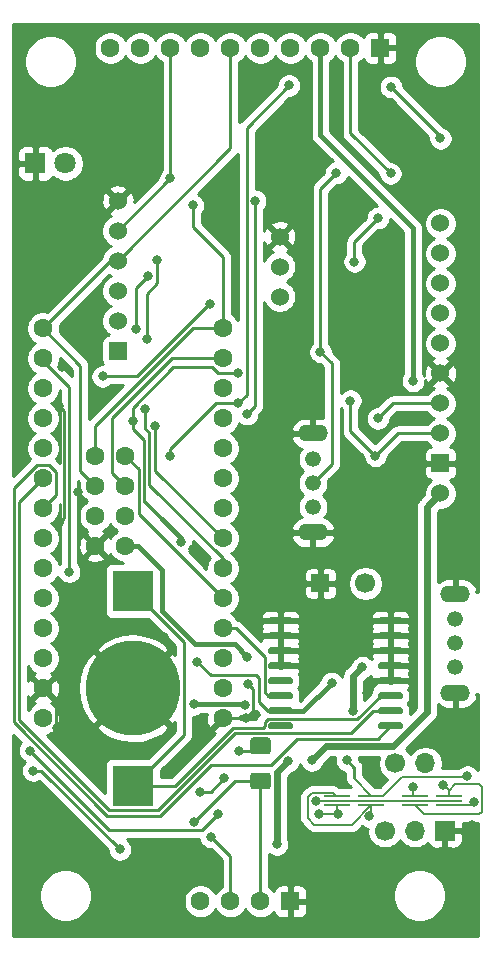
<source format=gbr>
%TF.GenerationSoftware,KiCad,Pcbnew,(5.1.6)-1*%
%TF.CreationDate,2021-01-10T13:28:57-05:00*%
%TF.ProjectId,main_board,6d61696e-5f62-46f6-9172-642e6b696361,rev?*%
%TF.SameCoordinates,Original*%
%TF.FileFunction,Copper,L2,Bot*%
%TF.FilePolarity,Positive*%
%FSLAX46Y46*%
G04 Gerber Fmt 4.6, Leading zero omitted, Abs format (unit mm)*
G04 Created by KiCad (PCBNEW (5.1.6)-1) date 2021-01-10 13:28:57*
%MOMM*%
%LPD*%
G01*
G04 APERTURE LIST*
%TA.AperFunction,ComponentPad*%
%ADD10C,1.524000*%
%TD*%
%TA.AperFunction,ComponentPad*%
%ADD11C,1.600000*%
%TD*%
%TA.AperFunction,SMDPad,CuDef*%
%ADD12R,2.200000X0.200000*%
%TD*%
%TA.AperFunction,ComponentPad*%
%ADD13C,1.700000*%
%TD*%
%TA.AperFunction,ComponentPad*%
%ADD14O,1.700000X1.700000*%
%TD*%
%TA.AperFunction,ComponentPad*%
%ADD15R,1.524000X1.524000*%
%TD*%
%TA.AperFunction,SMDPad,CuDef*%
%ADD16R,3.500000X3.500000*%
%TD*%
%TA.AperFunction,SMDPad,CuDef*%
%ADD17C,8.000000*%
%TD*%
%TA.AperFunction,ComponentPad*%
%ADD18R,1.800000X1.800000*%
%TD*%
%TA.AperFunction,ComponentPad*%
%ADD19C,1.800000*%
%TD*%
%TA.AperFunction,ComponentPad*%
%ADD20R,1.500000X1.500000*%
%TD*%
%TA.AperFunction,ComponentPad*%
%ADD21C,1.324000*%
%TD*%
%TA.AperFunction,ComponentPad*%
%ADD22O,2.524000X1.424000*%
%TD*%
%TA.AperFunction,ComponentPad*%
%ADD23R,1.700000X1.700000*%
%TD*%
%TA.AperFunction,ComponentPad*%
%ADD24R,1.600000X1.600000*%
%TD*%
%TA.AperFunction,ViaPad*%
%ADD25C,0.800000*%
%TD*%
%TA.AperFunction,Conductor*%
%ADD26C,0.250000*%
%TD*%
%TA.AperFunction,Conductor*%
%ADD27C,0.170000*%
%TD*%
%TA.AperFunction,Conductor*%
%ADD28C,0.150000*%
%TD*%
%TA.AperFunction,Conductor*%
%ADD29C,0.600000*%
%TD*%
%TA.AperFunction,Conductor*%
%ADD30C,0.400000*%
%TD*%
%TA.AperFunction,Conductor*%
%ADD31C,0.080000*%
%TD*%
%TA.AperFunction,Conductor*%
%ADD32C,0.254000*%
%TD*%
G04 APERTURE END LIST*
D10*
%TO.P,LiPo Balancing,3*%
%TO.N,Net-(Q2-Pad3)*%
X160375600Y-95097600D03*
%TO.P,LiPo Balancing,2*%
%TO.N,Net-(Q1-Pad3)*%
X160375600Y-92557600D03*
%TO.P,LiPo Balancing,1*%
%TO.N,GND*%
X160375600Y-90017600D03*
%TD*%
D11*
%TO.P,Teensy 4.0,1*%
%TO.N,GND*%
X155575000Y-130810000D03*
%TO.P,Teensy 4.0,26*%
%TO.N,Net-(R3-Pad2)*%
X140335000Y-113030000D03*
%TO.P,Teensy 4.0,7*%
%TO.N,Net-(U1-Pad7)*%
X155575000Y-115570000D03*
%TO.P,Teensy 4.0,11*%
%TO.N,Net-(U1-Pad11)*%
X155575000Y-105410000D03*
%TO.P,Teensy 4.0,12*%
%TO.N,Net-(Micro_SD1-Pad2)*%
X155575000Y-102870000D03*
%TO.P,Teensy 4.0,14*%
%TO.N,Net-(Micro_SD1-Pad5)*%
X155575000Y-97790000D03*
%TO.P,Teensy 4.0,32*%
%TO.N,GND*%
X140335000Y-128270000D03*
%TO.P,Teensy 4.0,28*%
%TO.N,Net-(U1-Pad28)*%
X140335000Y-118110000D03*
%TO.P,Teensy 4.0,23*%
%TO.N,Net-(TDS_3pin1-Pad1)*%
X140335000Y-105410000D03*
%TO.P,Teensy 4.0,13*%
%TO.N,Net-(Micro_SD1-Pad3)*%
X155575000Y-100330000D03*
%TO.P,Teensy 4.0,33*%
%TO.N,Net-(Q3-Pad3)*%
X140335000Y-130810000D03*
%TO.P,Teensy 4.0,30*%
%TO.N,Net-(U1-Pad30)*%
X140335000Y-123190000D03*
%TO.P,Teensy 4.0,27*%
%TO.N,Net-(R16-Pad2)*%
X140335000Y-115570000D03*
%TO.P,Teensy 4.0,25*%
%TO.N,Net-(R2-Pad2)*%
X140335000Y-110490000D03*
%TO.P,Teensy 4.0,24*%
%TO.N,Net-(R4-Pad1)*%
X140335000Y-107950000D03*
%TO.P,Teensy 4.0,20*%
%TO.N,Net-(Micro_SD1-Pad4)*%
X140335000Y-97790000D03*
%TO.P,Teensy 4.0,2*%
%TO.N,Net-(U1-Pad2)*%
X155575000Y-128270000D03*
%TO.P,Teensy 4.0,21*%
%TO.N,Net-(Q1-Pad1)*%
X140335000Y-100330000D03*
%TO.P,Teensy 4.0,29*%
%TO.N,Net-(U1-Pad29)*%
X140335000Y-120650000D03*
%TO.P,Teensy 4.0,3*%
%TO.N,Net-(R6-Pad1)*%
X155575000Y-125730000D03*
%TO.P,Teensy 4.0,4*%
%TO.N,Net-(R8-Pad2)*%
X155575000Y-123190000D03*
%TO.P,Teensy 4.0,5*%
%TO.N,Net-(U1-Pad5)*%
X155575000Y-120650000D03*
%TO.P,Teensy 4.0,9*%
%TO.N,Net-(U1-Pad9)*%
X155575000Y-110490000D03*
%TO.P,Teensy 4.0,6*%
%TO.N,Net-(R1-Pad1)*%
X155575000Y-118110000D03*
%TO.P,Teensy 4.0,8*%
%TO.N,Net-(U1-Pad8)*%
X155575000Y-113030000D03*
%TO.P,Teensy 4.0,10*%
%TO.N,Net-(U1-Pad10)*%
X155575000Y-107950000D03*
%TO.P,Teensy 4.0,31*%
%TO.N,Net-(Q4-Pad3)*%
X140335000Y-125730000D03*
%TO.P,Teensy 4.0,22*%
%TO.N,Net-(U1-Pad22)*%
X140335000Y-102870000D03*
%TD*%
D12*
%TO.P,VT6Z12,6*%
%TO.N,Net-(R4-Pad1)*%
X171803000Y-137360000D03*
%TO.P,VT6Z12,5*%
%TO.N,Net-(VT6Z12-Pad5)*%
X171803000Y-137760000D03*
%TO.P,VT6Z12,4*%
%TO.N,Net-(VT6Z12-Pad1)*%
X171803000Y-138160000D03*
%TO.P,VT6Z12,3*%
%TO.N,Net-(R5-Pad2)*%
X174728000Y-138160000D03*
%TO.P,VT6Z12,2*%
%TO.N,Net-(U1-Pad8)*%
X174728000Y-137760000D03*
%TO.P,VT6Z12,1*%
%TO.N,Net-(VT6Z12-Pad1)*%
X174728000Y-137350500D03*
%TD*%
%TO.P,VT6Z11,6*%
%TO.N,Net-(VT6Z11-Pad3)*%
X165223000Y-137360000D03*
%TO.P,VT6Z11,5*%
%TO.N,Net-(VT6Z11-Pad5)*%
X165223000Y-137760000D03*
%TO.P,VT6Z11,4*%
%TO.N,Net-(R4-Pad1)*%
X165223000Y-138160000D03*
%TO.P,VT6Z11,3*%
%TO.N,Net-(VT6Z11-Pad3)*%
X168148000Y-138160000D03*
%TO.P,VT6Z11,2*%
%TO.N,Net-(VT6Z11-Pad2)*%
X168148000Y-137760000D03*
%TO.P,VT6Z11,1*%
%TO.N,Net-(R5-Pad2)*%
X168148000Y-137350500D03*
%TD*%
D13*
%TO.P,Rain Gauge,1*%
%TO.N,Net-(VT6Z11-Pad3)*%
X170180000Y-134620000D03*
D14*
%TO.P,Rain Gauge,2*%
%TO.N,Net-(VT6Z12-Pad1)*%
X172720000Y-134620000D03*
%TD*%
D10*
%TO.P,ADS1115,1*%
%TO.N,Net-(U4-Pad1)*%
X173990000Y-88900000D03*
%TO.P,ADS1115,2*%
%TO.N,Net-(R14-Pad1)*%
X173990000Y-91440000D03*
%TO.P,ADS1115,3*%
%TO.N,Net-(R12-Pad2)*%
X173990000Y-93980000D03*
%TO.P,ADS1115,4*%
%TO.N,Net-(U4-Pad4)*%
X173990000Y-96520000D03*
%TO.P,ADS1115,5*%
%TO.N,Net-(U4-Pad5)*%
X173990000Y-99060000D03*
%TO.P,ADS1115,6*%
%TO.N,GND*%
X173990000Y-101600000D03*
%TO.P,ADS1115,7*%
%TO.N,Net-(R10-Pad1)*%
X173990000Y-104140000D03*
%TO.P,ADS1115,8*%
%TO.N,Net-(R11-Pad1)*%
X173990000Y-106680000D03*
D15*
%TO.P,ADS1115,9*%
%TO.N,GND*%
X173990000Y-109220000D03*
D10*
%TO.P,ADS1115,10*%
%TO.N,Net-(Q3-Pad2)*%
X173990000Y-111760000D03*
%TD*%
D16*
%TO.P,CR-1025,1*%
%TO.N,Net-(BT1-Pad1)*%
X147955000Y-136525000D03*
X147955000Y-120015000D03*
D17*
%TO.P,CR-1025,2*%
%TO.N,GND*%
X147955000Y-128270000D03*
%TD*%
D18*
%TO.P,D1,1*%
%TO.N,GND*%
X139700000Y-83820000D03*
D19*
%TO.P,D1,2*%
%TO.N,Net-(D1-Pad2)*%
X142240000Y-83820000D03*
%TD*%
D15*
%TO.P,Micro SD,1*%
%TO.N,Net-(C1-Pad1)*%
X146685000Y-99695000D03*
D10*
%TO.P,Micro SD,2*%
%TO.N,Net-(Micro_SD1-Pad2)*%
X146685000Y-97155000D03*
%TO.P,Micro SD,3*%
%TO.N,Net-(Micro_SD1-Pad3)*%
X146685000Y-94615000D03*
%TO.P,Micro SD,4*%
%TO.N,Net-(Micro_SD1-Pad4)*%
X146685000Y-92075000D03*
%TO.P,Micro SD,5*%
%TO.N,Net-(Micro_SD1-Pad5)*%
X146685000Y-89535000D03*
%TO.P,Micro SD,6*%
%TO.N,GND*%
X146685000Y-86995000D03*
%TD*%
D11*
%TO.P,nRF24L01+1,8*%
%TO.N,Net-(Micro_SD1-Pad5)*%
X144780000Y-108585000D03*
%TO.P,nRF24L01+1,4*%
%TO.N,Net-(U1-Pad5)*%
X147320000Y-108585000D03*
%TO.P,nRF24L01+1,1*%
%TO.N,Net-(U6-Pad3)*%
X147320000Y-116205000D03*
%TO.P,nRF24L01+1,2*%
%TO.N,Net-(U1-Pad10)*%
X147320000Y-113665000D03*
%TO.P,nRF24L01+1,6*%
%TO.N,Net-(U1-Pad9)*%
X144780000Y-113665000D03*
%TO.P,nRF24L01+1,5*%
%TO.N,GND*%
X144780000Y-116205000D03*
%TO.P,nRF24L01+1,7*%
%TO.N,Net-(Micro_SD1-Pad4)*%
X144780000Y-111125000D03*
%TO.P,nRF24L01+1,3*%
%TO.N,Net-(Micro_SD1-Pad3)*%
X147320000Y-111125000D03*
%TD*%
D13*
%TO.P,Power,2*%
%TO.N,Net-(F1-Pad1)*%
X167640000Y-119380000D03*
D20*
%TO.P,Power,1*%
%TO.N,GND*%
X163830000Y-119380000D03*
%TD*%
%TO.P,R6,1*%
%TO.N,Net-(R6-Pad1)*%
%TA.AperFunction,SMDPad,CuDef*%
G36*
G01*
X158125000Y-132420000D02*
X159375000Y-132420000D01*
G75*
G02*
X159625000Y-132670000I0J-250000D01*
G01*
X159625000Y-133595000D01*
G75*
G02*
X159375000Y-133845000I-250000J0D01*
G01*
X158125000Y-133845000D01*
G75*
G02*
X157875000Y-133595000I0J250000D01*
G01*
X157875000Y-132670000D01*
G75*
G02*
X158125000Y-132420000I250000J0D01*
G01*
G37*
%TD.AperFunction*%
%TO.P,R6,2*%
%TO.N,Net-(R6-Pad2)*%
%TA.AperFunction,SMDPad,CuDef*%
G36*
G01*
X158124374Y-135395000D02*
X159375626Y-135395000D01*
G75*
G02*
X159625000Y-135644374I0J-249374D01*
G01*
X159625000Y-136570626D01*
G75*
G02*
X159375626Y-136820000I-249374J0D01*
G01*
X158124374Y-136820000D01*
G75*
G02*
X157875000Y-136570626I0J249374D01*
G01*
X157875000Y-135644374D01*
G75*
G02*
X158124374Y-135395000I249374J0D01*
G01*
G37*
%TD.AperFunction*%
%TD*%
D21*
%TO.P,switch,1*%
%TO.N,Net-(U5-Pad1)*%
X175260000Y-126492000D03*
%TO.P,switch,2*%
%TO.N,Net-(F1-Pad2)*%
X175260000Y-124460000D03*
%TO.P,switch,3*%
%TO.N,Net-(switch1-Pad3)*%
X175260000Y-122428000D03*
D22*
%TO.P,switch,4*%
%TO.N,GND*%
X175260000Y-128651000D03*
%TO.P,switch,5*%
X175260000Y-120269000D03*
%TD*%
D13*
%TO.P,TDS,1*%
%TO.N,Net-(TDS_3pin1-Pad1)*%
X169291000Y-140335000D03*
D14*
%TO.P,TDS,2*%
%TO.N,Net-(C1-Pad1)*%
X171831000Y-140335000D03*
D23*
%TO.P,TDS,3*%
%TO.N,GND*%
X174371000Y-140335000D03*
%TD*%
D11*
%TO.P,top_rail1,1*%
%TO.N,Net-(U1-Pad7)*%
X148590000Y-74041000D03*
%TO.P,top_rail1,2*%
%TO.N,Net-(Micro_SD1-Pad5)*%
X151130000Y-74041000D03*
%TO.P,top_rail1,3*%
%TO.N,Net-(Micro_SD1-Pad3)*%
X153670000Y-74041000D03*
%TO.P,top_rail1,4*%
%TO.N,Net-(Micro_SD1-Pad4)*%
X156210000Y-74041000D03*
%TO.P,top_rail1,5*%
%TO.N,Net-(R2-Pad2)*%
X158750000Y-74041000D03*
%TO.P,top_rail1,6*%
%TO.N,Net-(R3-Pad2)*%
X161290000Y-74041000D03*
%TO.P,top_rail1,7*%
%TO.N,Net-(Q3-Pad2)*%
X163830000Y-74041000D03*
%TO.P,top_rail1,8*%
%TO.N,Net-(C1-Pad1)*%
X166370000Y-74041000D03*
D24*
%TO.P,top_rail1,9*%
%TO.N,GND*%
X168910000Y-74041000D03*
D11*
%TO.P,top_rail1,10*%
%TO.N,Net-(U1-Pad11)*%
X146050000Y-74041000D03*
%TD*%
%TO.P,U2,1*%
%TO.N,Net-(U2-Pad1)*%
%TA.AperFunction,SMDPad,CuDef*%
G36*
G01*
X159425000Y-131595000D02*
X159425000Y-131295000D01*
G75*
G02*
X159575000Y-131145000I150000J0D01*
G01*
X161325000Y-131145000D01*
G75*
G02*
X161475000Y-131295000I0J-150000D01*
G01*
X161475000Y-131595000D01*
G75*
G02*
X161325000Y-131745000I-150000J0D01*
G01*
X159575000Y-131745000D01*
G75*
G02*
X159425000Y-131595000I0J150000D01*
G01*
G37*
%TD.AperFunction*%
%TO.P,U2,2*%
%TO.N,Net-(C1-Pad1)*%
%TA.AperFunction,SMDPad,CuDef*%
G36*
G01*
X159425000Y-130325000D02*
X159425000Y-130025000D01*
G75*
G02*
X159575000Y-129875000I150000J0D01*
G01*
X161325000Y-129875000D01*
G75*
G02*
X161475000Y-130025000I0J-150000D01*
G01*
X161475000Y-130325000D01*
G75*
G02*
X161325000Y-130475000I-150000J0D01*
G01*
X159575000Y-130475000D01*
G75*
G02*
X159425000Y-130325000I0J150000D01*
G01*
G37*
%TD.AperFunction*%
%TO.P,U2,3*%
%TO.N,Net-(R8-Pad2)*%
%TA.AperFunction,SMDPad,CuDef*%
G36*
G01*
X159425000Y-129055000D02*
X159425000Y-128755000D01*
G75*
G02*
X159575000Y-128605000I150000J0D01*
G01*
X161325000Y-128605000D01*
G75*
G02*
X161475000Y-128755000I0J-150000D01*
G01*
X161475000Y-129055000D01*
G75*
G02*
X161325000Y-129205000I-150000J0D01*
G01*
X159575000Y-129205000D01*
G75*
G02*
X159425000Y-129055000I0J150000D01*
G01*
G37*
%TD.AperFunction*%
%TO.P,U2,4*%
%TO.N,Net-(U2-Pad4)*%
%TA.AperFunction,SMDPad,CuDef*%
G36*
G01*
X159425000Y-127785000D02*
X159425000Y-127485000D01*
G75*
G02*
X159575000Y-127335000I150000J0D01*
G01*
X161325000Y-127335000D01*
G75*
G02*
X161475000Y-127485000I0J-150000D01*
G01*
X161475000Y-127785000D01*
G75*
G02*
X161325000Y-127935000I-150000J0D01*
G01*
X159575000Y-127935000D01*
G75*
G02*
X159425000Y-127785000I0J150000D01*
G01*
G37*
%TD.AperFunction*%
%TO.P,U2,5*%
%TO.N,GND*%
%TA.AperFunction,SMDPad,CuDef*%
G36*
G01*
X159425000Y-126515000D02*
X159425000Y-126215000D01*
G75*
G02*
X159575000Y-126065000I150000J0D01*
G01*
X161325000Y-126065000D01*
G75*
G02*
X161475000Y-126215000I0J-150000D01*
G01*
X161475000Y-126515000D01*
G75*
G02*
X161325000Y-126665000I-150000J0D01*
G01*
X159575000Y-126665000D01*
G75*
G02*
X159425000Y-126515000I0J150000D01*
G01*
G37*
%TD.AperFunction*%
%TO.P,U2,6*%
%TA.AperFunction,SMDPad,CuDef*%
G36*
G01*
X159425000Y-125245000D02*
X159425000Y-124945000D01*
G75*
G02*
X159575000Y-124795000I150000J0D01*
G01*
X161325000Y-124795000D01*
G75*
G02*
X161475000Y-124945000I0J-150000D01*
G01*
X161475000Y-125245000D01*
G75*
G02*
X161325000Y-125395000I-150000J0D01*
G01*
X159575000Y-125395000D01*
G75*
G02*
X159425000Y-125245000I0J150000D01*
G01*
G37*
%TD.AperFunction*%
%TO.P,U2,7*%
%TA.AperFunction,SMDPad,CuDef*%
G36*
G01*
X159425000Y-123975000D02*
X159425000Y-123675000D01*
G75*
G02*
X159575000Y-123525000I150000J0D01*
G01*
X161325000Y-123525000D01*
G75*
G02*
X161475000Y-123675000I0J-150000D01*
G01*
X161475000Y-123975000D01*
G75*
G02*
X161325000Y-124125000I-150000J0D01*
G01*
X159575000Y-124125000D01*
G75*
G02*
X159425000Y-123975000I0J150000D01*
G01*
G37*
%TD.AperFunction*%
%TO.P,U2,8*%
%TA.AperFunction,SMDPad,CuDef*%
G36*
G01*
X159425000Y-122705000D02*
X159425000Y-122405000D01*
G75*
G02*
X159575000Y-122255000I150000J0D01*
G01*
X161325000Y-122255000D01*
G75*
G02*
X161475000Y-122405000I0J-150000D01*
G01*
X161475000Y-122705000D01*
G75*
G02*
X161325000Y-122855000I-150000J0D01*
G01*
X159575000Y-122855000D01*
G75*
G02*
X159425000Y-122705000I0J150000D01*
G01*
G37*
%TD.AperFunction*%
%TO.P,U2,9*%
%TA.AperFunction,SMDPad,CuDef*%
G36*
G01*
X168725000Y-122705000D02*
X168725000Y-122405000D01*
G75*
G02*
X168875000Y-122255000I150000J0D01*
G01*
X170625000Y-122255000D01*
G75*
G02*
X170775000Y-122405000I0J-150000D01*
G01*
X170775000Y-122705000D01*
G75*
G02*
X170625000Y-122855000I-150000J0D01*
G01*
X168875000Y-122855000D01*
G75*
G02*
X168725000Y-122705000I0J150000D01*
G01*
G37*
%TD.AperFunction*%
%TO.P,U2,10*%
%TA.AperFunction,SMDPad,CuDef*%
G36*
G01*
X168725000Y-123975000D02*
X168725000Y-123675000D01*
G75*
G02*
X168875000Y-123525000I150000J0D01*
G01*
X170625000Y-123525000D01*
G75*
G02*
X170775000Y-123675000I0J-150000D01*
G01*
X170775000Y-123975000D01*
G75*
G02*
X170625000Y-124125000I-150000J0D01*
G01*
X168875000Y-124125000D01*
G75*
G02*
X168725000Y-123975000I0J150000D01*
G01*
G37*
%TD.AperFunction*%
%TO.P,U2,11*%
%TA.AperFunction,SMDPad,CuDef*%
G36*
G01*
X168725000Y-125245000D02*
X168725000Y-124945000D01*
G75*
G02*
X168875000Y-124795000I150000J0D01*
G01*
X170625000Y-124795000D01*
G75*
G02*
X170775000Y-124945000I0J-150000D01*
G01*
X170775000Y-125245000D01*
G75*
G02*
X170625000Y-125395000I-150000J0D01*
G01*
X168875000Y-125395000D01*
G75*
G02*
X168725000Y-125245000I0J150000D01*
G01*
G37*
%TD.AperFunction*%
%TO.P,U2,12*%
%TA.AperFunction,SMDPad,CuDef*%
G36*
G01*
X168725000Y-126515000D02*
X168725000Y-126215000D01*
G75*
G02*
X168875000Y-126065000I150000J0D01*
G01*
X170625000Y-126065000D01*
G75*
G02*
X170775000Y-126215000I0J-150000D01*
G01*
X170775000Y-126515000D01*
G75*
G02*
X170625000Y-126665000I-150000J0D01*
G01*
X168875000Y-126665000D01*
G75*
G02*
X168725000Y-126515000I0J150000D01*
G01*
G37*
%TD.AperFunction*%
%TO.P,U2,13*%
%TA.AperFunction,SMDPad,CuDef*%
G36*
G01*
X168725000Y-127785000D02*
X168725000Y-127485000D01*
G75*
G02*
X168875000Y-127335000I150000J0D01*
G01*
X170625000Y-127335000D01*
G75*
G02*
X170775000Y-127485000I0J-150000D01*
G01*
X170775000Y-127785000D01*
G75*
G02*
X170625000Y-127935000I-150000J0D01*
G01*
X168875000Y-127935000D01*
G75*
G02*
X168725000Y-127785000I0J150000D01*
G01*
G37*
%TD.AperFunction*%
%TO.P,U2,14*%
%TO.N,Net-(BT1-Pad1)*%
%TA.AperFunction,SMDPad,CuDef*%
G36*
G01*
X168725000Y-129055000D02*
X168725000Y-128755000D01*
G75*
G02*
X168875000Y-128605000I150000J0D01*
G01*
X170625000Y-128605000D01*
G75*
G02*
X170775000Y-128755000I0J-150000D01*
G01*
X170775000Y-129055000D01*
G75*
G02*
X170625000Y-129205000I-150000J0D01*
G01*
X168875000Y-129205000D01*
G75*
G02*
X168725000Y-129055000I0J150000D01*
G01*
G37*
%TD.AperFunction*%
%TO.P,U2,15*%
%TO.N,Net-(R2-Pad2)*%
%TA.AperFunction,SMDPad,CuDef*%
G36*
G01*
X168725000Y-130325000D02*
X168725000Y-130025000D01*
G75*
G02*
X168875000Y-129875000I150000J0D01*
G01*
X170625000Y-129875000D01*
G75*
G02*
X170775000Y-130025000I0J-150000D01*
G01*
X170775000Y-130325000D01*
G75*
G02*
X170625000Y-130475000I-150000J0D01*
G01*
X168875000Y-130475000D01*
G75*
G02*
X168725000Y-130325000I0J150000D01*
G01*
G37*
%TD.AperFunction*%
%TO.P,U2,16*%
%TO.N,Net-(R3-Pad2)*%
%TA.AperFunction,SMDPad,CuDef*%
G36*
G01*
X168725000Y-131595000D02*
X168725000Y-131295000D01*
G75*
G02*
X168875000Y-131145000I150000J0D01*
G01*
X170625000Y-131145000D01*
G75*
G02*
X170775000Y-131295000I0J-150000D01*
G01*
X170775000Y-131595000D01*
G75*
G02*
X170625000Y-131745000I-150000J0D01*
G01*
X168875000Y-131745000D01*
G75*
G02*
X168725000Y-131595000I0J150000D01*
G01*
G37*
%TD.AperFunction*%
%TD*%
D24*
%TO.P,Water Height,1*%
%TO.N,GND*%
X161290000Y-146304000D03*
D11*
%TO.P,Water Height,2*%
%TO.N,Net-(R6-Pad2)*%
X158750000Y-146304000D03*
%TO.P,Water Height,3*%
%TO.N,Net-(U1-Pad2)*%
X156210000Y-146304000D03*
%TO.P,Water Height,4*%
%TO.N,Net-(Q3-Pad2)*%
X153670000Y-146304000D03*
%TD*%
D21*
%TO.P,switch2,1*%
%TO.N,Net-(R12-Pad1)*%
X163195000Y-112903000D03*
%TO.P,switch2,2*%
%TO.N,Net-(C1-Pad1)*%
X163195000Y-110871000D03*
%TO.P,switch2,3*%
%TO.N,Net-(switch2-Pad3)*%
X163195000Y-108839000D03*
D22*
%TO.P,switch2,4*%
%TO.N,GND*%
X163195000Y-115062000D03*
%TO.P,switch2,5*%
X163195000Y-106680000D03*
%TD*%
D25*
%TO.N,GND*%
X176250600Y-133883400D03*
X160401000Y-101473000D03*
X141986000Y-101092000D03*
X175387000Y-115443000D03*
X152400000Y-133858000D03*
X167737312Y-128630105D03*
X157484653Y-130805347D03*
X162052000Y-135890000D03*
X162382200Y-128168400D03*
X157734000Y-127889000D03*
X168529000Y-114554000D03*
X154686000Y-88392000D03*
X139954000Y-92964000D03*
X175895000Y-86360000D03*
X171831000Y-85725000D03*
X170942000Y-83185000D03*
X169037000Y-110998000D03*
X175514000Y-117856000D03*
X158877000Y-120523000D03*
X165481000Y-121031000D03*
X165735000Y-145669000D03*
X164211000Y-142240000D03*
X176784000Y-142748000D03*
X166497000Y-110972600D03*
X160147000Y-106172000D03*
X167741600Y-134518400D03*
X153060400Y-116459000D03*
X158369000Y-116549500D03*
X173761400Y-131775200D03*
X176631600Y-139801600D03*
X143306800Y-111658400D03*
X145415000Y-103911400D03*
X141483179Y-131611055D03*
X141681200Y-104368600D03*
X141655800Y-114300000D03*
X144754600Y-95402400D03*
X143789400Y-123952000D03*
X150622000Y-123952000D03*
X145008600Y-133350000D03*
X157480000Y-76200000D03*
X144449800Y-78740000D03*
X166751000Y-96850200D03*
X151409400Y-143687800D03*
X154838400Y-143281400D03*
%TO.N,Net-(R5-Pad2)*%
X176276000Y-135723000D03*
X176824990Y-137922000D03*
X166079500Y-134366000D03*
%TO.N,Net-(VT6Z11-Pad3)*%
X167924702Y-139095702D03*
%TO.N,Net-(VT6Z12-Pad1)*%
X174244000Y-136420001D03*
%TO.N,Net-(U5-Pad1)*%
X166610000Y-130150000D03*
X167386000Y-126466600D03*
%TO.N,Net-(U1-Pad2)*%
X154559000Y-140843000D03*
%TO.N,Net-(C1-Pad1)*%
X163830000Y-99785000D03*
X156845000Y-101600000D03*
X169762500Y-84672500D03*
X165163500Y-84645500D03*
X147955000Y-105587800D03*
X164769800Y-127787400D03*
X153416000Y-126034800D03*
X151993600Y-115874800D03*
%TO.N,Net-(Micro_SD1-Pad5)*%
X153035000Y-87376000D03*
X151130000Y-85090000D03*
%TO.N,Net-(R1-Pad1)*%
X148971000Y-104648000D03*
%TO.N,Net-(R2-Pad2)*%
X157614001Y-105036001D03*
X158295001Y-86995000D03*
%TO.N,Net-(R3-Pad2)*%
X156845000Y-104140000D03*
X151130000Y-108585000D03*
X161163000Y-77216000D03*
X169799000Y-77343000D03*
X173990000Y-81697500D03*
%TO.N,Net-(R4-Pad1)*%
X165354000Y-138938000D03*
X171704000Y-136652000D03*
X163703000Y-138938000D03*
X155174999Y-138938000D03*
X139214241Y-133530959D03*
%TO.N,Net-(R6-Pad1)*%
X153670000Y-137033000D03*
X155702000Y-135890000D03*
X156972000Y-133604000D03*
%TO.N,Net-(R6-Pad2)*%
X153162000Y-139554000D03*
%TO.N,Net-(TDS_3pin1-Pad1)*%
X139509600Y-135229600D03*
X146842990Y-141889990D03*
%TO.N,Net-(U1-Pad7)*%
X150012400Y-91973400D03*
X149123400Y-98704400D03*
X149860000Y-106045000D03*
%TO.N,Net-(U1-Pad11)*%
X149225000Y-93345000D03*
X148234400Y-97815400D03*
%TO.N,Net-(U1-Pad8)*%
X163414000Y-137760000D03*
%TO.N,Net-(R10-Pad1)*%
X168692500Y-105410000D03*
%TO.N,Net-(R11-Pad1)*%
X166370000Y-103895000D03*
X168475000Y-108585000D03*
%TO.N,Net-(Q1-Pad1)*%
X145389600Y-101854000D03*
X154482800Y-95758000D03*
X142544800Y-118389400D03*
%TO.N,Net-(Q2-Pad2)*%
X166700200Y-92125800D03*
X168692500Y-88455500D03*
%TO.N,Net-(U6-Pad3)*%
X157632400Y-125577600D03*
%TO.N,Net-(Q3-Pad2)*%
X171667500Y-102235000D03*
X161104153Y-134424847D03*
X160147000Y-141478000D03*
X163104500Y-134366000D03*
%TO.N,Net-(Q3-Pad3)*%
X157425001Y-129667000D03*
X153111200Y-129616200D03*
%TD*%
D26*
%TO.N,GND*%
X169750000Y-127635000D02*
X168732417Y-127635000D01*
X168732417Y-127635000D02*
X167737312Y-128630105D01*
X155575000Y-130810000D02*
X157480000Y-130810000D01*
X157480000Y-130810000D02*
X157484653Y-130805347D01*
X157484653Y-130805347D02*
X158150002Y-130139998D01*
X158150002Y-128305002D02*
X157734000Y-127889000D01*
X158150002Y-130139998D02*
X158150002Y-128305002D01*
X152527000Y-133858000D02*
X152400000Y-133858000D01*
X155575000Y-130810000D02*
X152527000Y-133858000D01*
X158877000Y-120523000D02*
X158877000Y-117057500D01*
X158877000Y-117057500D02*
X158369000Y-116549500D01*
X141460001Y-131587877D02*
X141483179Y-131611055D01*
X140335000Y-128270000D02*
X141460001Y-129395001D01*
X141460001Y-129395001D02*
X141460001Y-131587877D01*
X142081199Y-113874601D02*
X141655800Y-114300000D01*
X141681200Y-104368600D02*
X142081199Y-104768599D01*
X142081199Y-104768599D02*
X142081199Y-113874601D01*
D27*
%TO.N,Net-(R5-Pad2)*%
X166687500Y-135890000D02*
X168148000Y-137350500D01*
D28*
X176253999Y-135745001D02*
X176276000Y-135723000D01*
X170705999Y-135745001D02*
X176253999Y-135745001D01*
X168148000Y-137350500D02*
X169100500Y-137350500D01*
X169100500Y-137350500D02*
X170705999Y-135745001D01*
X176586990Y-138160000D02*
X174728000Y-138160000D01*
X176824990Y-137922000D02*
X176586990Y-138160000D01*
D26*
X166687500Y-135890000D02*
X166687500Y-134974000D01*
X166687500Y-134974000D02*
X166079500Y-134366000D01*
D28*
%TO.N,Net-(VT6Z11-Pad3)*%
X163089999Y-137084999D02*
X162738999Y-137435999D01*
X165223000Y-137360000D02*
X165154000Y-137360000D01*
X162738999Y-137435999D02*
X162738999Y-139243999D01*
X164878999Y-137084999D02*
X163089999Y-137084999D01*
X165154000Y-137360000D02*
X164878999Y-137084999D01*
X162738999Y-139243999D02*
X163322000Y-139827000D01*
X166481000Y-139827000D02*
X168148000Y-138160000D01*
X163322000Y-139827000D02*
X166481000Y-139827000D01*
X168148000Y-138160000D02*
X168148000Y-138872404D01*
X168148000Y-138872404D02*
X167924702Y-139095702D01*
%TO.N,Net-(VT6Z12-Pad1)*%
X177292000Y-138938000D02*
X172581000Y-138938000D01*
X172581000Y-138938000D02*
X171803000Y-138160000D01*
X177499990Y-138730010D02*
X177292000Y-138938000D01*
X174728000Y-136930000D02*
X175260000Y-136398000D01*
X175260000Y-136398000D02*
X177292000Y-136398000D01*
X174728000Y-137350500D02*
X174728000Y-136930000D01*
X177292000Y-136398000D02*
X177499990Y-136605990D01*
X177499990Y-136605990D02*
X177499990Y-138730010D01*
X174728000Y-137350500D02*
X174728000Y-136904001D01*
X174728000Y-136904001D02*
X174244000Y-136420001D01*
D29*
%TO.N,Net-(U5-Pad1)*%
X166610000Y-128284000D02*
X166610000Y-130150000D01*
X166610000Y-127242600D02*
X166610000Y-128284000D01*
X167386000Y-126466600D02*
X166610000Y-127242600D01*
D26*
%TO.N,Net-(U1-Pad2)*%
X156210000Y-142494000D02*
X156210000Y-146304000D01*
X154559000Y-140843000D02*
X156210000Y-142494000D01*
%TO.N,Net-(BT1-Pad1)*%
X152280001Y-132199999D02*
X147955000Y-136525000D01*
X152280001Y-124340001D02*
X152280001Y-132199999D01*
X147955000Y-120015000D02*
X152280001Y-124340001D01*
X168928002Y-128905000D02*
X169750000Y-128905000D01*
X166958001Y-130875001D02*
X168928002Y-128905000D01*
X163241999Y-130875001D02*
X166958001Y-130875001D01*
X163186988Y-130819990D02*
X163241999Y-130875001D01*
X159378242Y-130819990D02*
X163186988Y-130819990D01*
X159099990Y-131476010D02*
X159099990Y-131098242D01*
X158956000Y-131620000D02*
X159099990Y-131476010D01*
X156430002Y-131620000D02*
X158956000Y-131620000D01*
X159099990Y-131098242D02*
X159378242Y-130819990D01*
X151525002Y-136525000D02*
X156430002Y-131620000D01*
X147955000Y-136525000D02*
X151525002Y-136525000D01*
%TO.N,Net-(C1-Pad1)*%
X155179998Y-101600000D02*
X156845000Y-101600000D01*
X154671998Y-101092000D02*
X155179998Y-101600000D01*
X151384000Y-101092000D02*
X151892000Y-101092000D01*
X147955000Y-104521000D02*
X151384000Y-101092000D01*
X151520306Y-101092000D02*
X151892000Y-101092000D01*
X151892000Y-101092000D02*
X154671998Y-101092000D01*
X164782010Y-100737010D02*
X163830000Y-99785000D01*
X164782010Y-109283990D02*
X164782010Y-100737010D01*
X163195000Y-110871000D02*
X164782010Y-109283990D01*
X166370000Y-81280000D02*
X169762500Y-84672500D01*
X166370000Y-81280000D02*
X166370000Y-74041000D01*
X163830000Y-85979000D02*
X163830000Y-99785000D01*
X165163500Y-84645500D02*
X163830000Y-85979000D01*
X148971000Y-112522000D02*
X150380359Y-113931359D01*
X148895011Y-112446011D02*
X148971000Y-112522000D01*
X148895011Y-107239011D02*
X148895011Y-112446011D01*
X147955000Y-106299000D02*
X148895011Y-107239011D01*
X147955000Y-104521000D02*
X147955000Y-105587800D01*
X147955000Y-105587800D02*
X147955000Y-106299000D01*
D30*
X164768598Y-127787400D02*
X164769800Y-127787400D01*
X160450000Y-130175000D02*
X162380998Y-130175000D01*
X162380998Y-130175000D02*
X164768598Y-127787400D01*
D26*
X159425000Y-130175000D02*
X160450000Y-130175000D01*
X158649980Y-129399980D02*
X159425000Y-130175000D01*
X158649980Y-127407980D02*
X158649980Y-129399980D01*
X158386999Y-127144999D02*
X158649980Y-127407980D01*
X154526199Y-127144999D02*
X158386999Y-127144999D01*
X153416000Y-126034800D02*
X154526199Y-127144999D01*
D30*
X151993600Y-115544600D02*
X150380359Y-113931359D01*
X151993600Y-115874800D02*
X151993600Y-115544600D01*
D26*
%TO.N,Net-(Micro_SD1-Pad3)*%
X151257000Y-100330000D02*
X154051000Y-100330000D01*
X154051000Y-100330000D02*
X155575000Y-100330000D01*
X146194999Y-109999999D02*
X146194999Y-105392001D01*
X153909998Y-100330000D02*
X154051000Y-100330000D01*
X147320000Y-111125000D02*
X146194999Y-109999999D01*
X146194999Y-105392001D02*
X151257000Y-100330000D01*
%TO.N,Net-(Micro_SD1-Pad4)*%
X144780000Y-111125000D02*
X143510000Y-109855000D01*
X143510000Y-100965000D02*
X140335000Y-97790000D01*
X143510000Y-109855000D02*
X143510000Y-100965000D01*
X146050000Y-92075000D02*
X146685000Y-92075000D01*
X140335000Y-97790000D02*
X146050000Y-92075000D01*
X156210000Y-82550000D02*
X146685000Y-92075000D01*
X156210000Y-81280000D02*
X156210000Y-82550000D01*
X156210000Y-81280000D02*
X156210000Y-74041000D01*
%TO.N,Net-(Micro_SD1-Pad5)*%
X144780000Y-108585000D02*
X144780000Y-106045000D01*
X153035000Y-97790000D02*
X155575000Y-97790000D01*
X144780000Y-106045000D02*
X153035000Y-97790000D01*
X146685000Y-89535000D02*
X151130000Y-85090000D01*
X151130000Y-81915000D02*
X151130000Y-74041000D01*
X151130000Y-81915000D02*
X151130000Y-81280000D01*
X151130000Y-85090000D02*
X151130000Y-81915000D01*
X153035000Y-87376000D02*
X153035000Y-89204800D01*
X155575000Y-91744800D02*
X155575000Y-97790000D01*
X153035000Y-89204800D02*
X155575000Y-91744800D01*
%TO.N,Net-(U1-Pad5)*%
X148445001Y-113520001D02*
X155575000Y-120650000D01*
X148445001Y-109710001D02*
X148445001Y-113520001D01*
X147320000Y-108585000D02*
X148445001Y-109710001D01*
%TO.N,Net-(R1-Pad1)*%
X149352000Y-108077000D02*
X149352000Y-107569000D01*
X149352000Y-108077000D02*
X149352000Y-106610002D01*
X149352000Y-106610002D02*
X148971000Y-106229002D01*
X148971000Y-106229002D02*
X148971000Y-104648000D01*
X155575000Y-117235002D02*
X155575000Y-118110000D01*
X149352000Y-108077000D02*
X149352000Y-111012002D01*
X149352000Y-111012002D02*
X155575000Y-117235002D01*
%TO.N,Net-(R2-Pad2)*%
X157614001Y-105036001D02*
X158295001Y-104355001D01*
X158295001Y-104355001D02*
X158295001Y-86995000D01*
X145944999Y-138600001D02*
X138303000Y-130958002D01*
X138303000Y-112522000D02*
X140335000Y-110490000D01*
X138303000Y-130958002D02*
X138303000Y-112522000D01*
X169750000Y-130175000D02*
X168294412Y-130175000D01*
X150086411Y-138600001D02*
X145944999Y-138600001D01*
X168294412Y-130175000D02*
X166399402Y-132070010D01*
X166399402Y-132070010D02*
X156616402Y-132070010D01*
X156616402Y-132070010D02*
X150086411Y-138600001D01*
%TO.N,Net-(R3-Pad2)*%
X151130000Y-108019315D02*
X155009315Y-104140000D01*
X151130000Y-108585000D02*
X151130000Y-108019315D01*
X155179998Y-104140000D02*
X156210000Y-104140000D01*
X155009315Y-104140000D02*
X156210000Y-104140000D01*
X156210000Y-104140000D02*
X156845000Y-104140000D01*
X156845000Y-104140000D02*
X157570001Y-103414999D01*
X141460001Y-109949999D02*
X141460001Y-111904999D01*
X154575822Y-134747000D02*
X150272811Y-139050011D01*
X139794999Y-109364999D02*
X140875001Y-109364999D01*
X161865980Y-132520020D02*
X159639000Y-134747000D01*
X137852990Y-131144402D02*
X137852990Y-111307008D01*
X168674980Y-132520020D02*
X161865980Y-132520020D01*
X169750000Y-131445000D02*
X168674980Y-132520020D01*
X141460001Y-111904999D02*
X140335000Y-113030000D01*
X150272811Y-139050011D02*
X145758598Y-139050010D01*
X145758598Y-139050010D02*
X137852990Y-131144402D01*
X137852990Y-111307008D02*
X139794999Y-109364999D01*
X159639000Y-134747000D02*
X154575822Y-134747000D01*
X140875001Y-109364999D02*
X141460001Y-109949999D01*
X157570001Y-103414999D02*
X157570001Y-87412999D01*
X157570001Y-87412999D02*
X157570001Y-86269999D01*
X157570001Y-86269999D02*
X157570001Y-80808999D01*
X157570001Y-80808999D02*
X161163000Y-77216000D01*
X169799000Y-77343000D02*
X173990000Y-81534000D01*
X173990000Y-81534000D02*
X173990000Y-81697500D01*
D28*
%TO.N,Net-(R4-Pad1)*%
X165223000Y-138160000D02*
X165223000Y-138807000D01*
X165223000Y-138807000D02*
X165354000Y-138938000D01*
X171704000Y-137261000D02*
X171803000Y-137360000D01*
X171704000Y-136652000D02*
X171704000Y-137261000D01*
X165354000Y-138938000D02*
X163703000Y-138938000D01*
D26*
X155174999Y-138938000D02*
X153833999Y-140279000D01*
X146502000Y-140279000D02*
X145962282Y-140279000D01*
X146502000Y-140279000D02*
X146248000Y-140279000D01*
X153833999Y-140279000D02*
X146502000Y-140279000D01*
X145962282Y-140279000D02*
X139214241Y-133530959D01*
%TO.N,Net-(R6-Pad1)*%
X153670000Y-137033000D02*
X154559000Y-137033000D01*
X154559000Y-137033000D02*
X155702000Y-135890000D01*
X158278500Y-133604000D02*
X158750000Y-133132500D01*
X156972000Y-133604000D02*
X158278500Y-133604000D01*
%TO.N,Net-(R6-Pad2)*%
X158750000Y-136107500D02*
X158750000Y-138430000D01*
X158750000Y-136107500D02*
X158750000Y-146304000D01*
X158713500Y-136144000D02*
X158750000Y-136107500D01*
X158750000Y-136107500D02*
X156608500Y-136107500D01*
X156608500Y-136107500D02*
X153162000Y-139554000D01*
%TO.N,Net-(R8-Pad2)*%
X159099990Y-128579990D02*
X159099990Y-125634010D01*
X160450000Y-128905000D02*
X159425000Y-128905000D01*
X159425000Y-128905000D02*
X159099990Y-128579990D01*
X156655980Y-123190000D02*
X155575000Y-123190000D01*
X159099990Y-125634010D02*
X156655980Y-123190000D01*
%TO.N,Net-(TDS_3pin1-Pad1)*%
X140182600Y-135229600D02*
X146842990Y-141889990D01*
X139509600Y-135229600D02*
X140182600Y-135229600D01*
%TO.N,Net-(U1-Pad7)*%
X149860000Y-109855000D02*
X155575000Y-115570000D01*
X149860000Y-106045000D02*
X149860000Y-109855000D01*
X150012400Y-91973400D02*
X150012400Y-93980000D01*
X149123400Y-94869000D02*
X149123400Y-98704400D01*
X150012400Y-93980000D02*
X149123400Y-94869000D01*
%TO.N,Net-(U1-Pad11)*%
X148234400Y-94335600D02*
X149225000Y-93345000D01*
X148234400Y-97815400D02*
X148234400Y-94335600D01*
D31*
%TO.N,Net-(U1-Pad8)*%
X163414000Y-137760000D02*
X163837998Y-137760000D01*
D27*
X173116002Y-137760000D02*
X174728000Y-137760000D01*
X163414000Y-137760000D02*
X173116002Y-137760000D01*
D26*
%TO.N,Net-(R10-Pad1)*%
X173990000Y-104140000D02*
X169962500Y-104140000D01*
X169962500Y-104140000D02*
X168692500Y-105410000D01*
%TO.N,Net-(R11-Pad1)*%
X166370000Y-103895000D02*
X166370000Y-106480000D01*
X166370000Y-106480000D02*
X168475000Y-108585000D01*
X170380000Y-106680000D02*
X168475000Y-108585000D01*
X173990000Y-106680000D02*
X170380000Y-106680000D01*
%TO.N,Net-(Q1-Pad1)*%
X154430590Y-95758000D02*
X154482800Y-95758000D01*
X145389600Y-101854000D02*
X148334590Y-101854000D01*
X148334590Y-101854000D02*
X154430590Y-95758000D01*
X140335000Y-100514002D02*
X140335000Y-100330000D01*
X142544800Y-102723802D02*
X140335000Y-100514002D01*
X142544800Y-118389400D02*
X142544800Y-102723802D01*
%TO.N,Net-(Q2-Pad2)*%
X166700200Y-92125800D02*
X166700200Y-90447800D01*
X166700200Y-90447800D02*
X168692500Y-88455500D01*
D30*
%TO.N,Net-(U6-Pad3)*%
X156584799Y-124529999D02*
X153212475Y-124529999D01*
X157632400Y-125577600D02*
X156584799Y-124529999D01*
X153212475Y-124529999D02*
X150393400Y-121710924D01*
X148365002Y-116205000D02*
X147320000Y-116205000D01*
X150393400Y-118233398D02*
X148365002Y-116205000D01*
X150393400Y-121710924D02*
X150393400Y-118233398D01*
%TO.N,Net-(Q3-Pad2)*%
X171667500Y-89317500D02*
X171667500Y-102235000D01*
D29*
X161104153Y-134424847D02*
X160147000Y-135382000D01*
X160147000Y-135382000D02*
X160147000Y-141478000D01*
D30*
X163830000Y-81443500D02*
X171667500Y-89281000D01*
X163830000Y-81443500D02*
X163830000Y-74041000D01*
D29*
X164325470Y-133145030D02*
X163104500Y-134366000D01*
X172847000Y-112903000D02*
X172847000Y-130292256D01*
X173990000Y-111760000D02*
X172847000Y-112903000D01*
X172847000Y-130292256D02*
X169994226Y-133145030D01*
X169994226Y-133145030D02*
X164325470Y-133145030D01*
D26*
%TO.N,Net-(Q3-Pad3)*%
X157425001Y-129667000D02*
X157425001Y-129662801D01*
D30*
X157368000Y-129609999D02*
X153727001Y-129609999D01*
X157425001Y-129667000D02*
X157368000Y-129609999D01*
X153727001Y-129609999D02*
X153523801Y-129609999D01*
X153523801Y-129609999D02*
X153117401Y-129609999D01*
X153117401Y-129609999D02*
X153111200Y-129616200D01*
%TD*%
D32*
%TO.N,GND*%
G36*
X138457638Y-132823851D02*
G01*
X138410304Y-132871185D01*
X138297036Y-133040703D01*
X138219015Y-133229061D01*
X138179241Y-133429020D01*
X138179241Y-133632898D01*
X138219015Y-133832857D01*
X138297036Y-134021215D01*
X138410304Y-134190733D01*
X138554467Y-134334896D01*
X138723985Y-134448164D01*
X138797057Y-134478432D01*
X138705663Y-134569826D01*
X138592395Y-134739344D01*
X138514374Y-134927702D01*
X138474600Y-135127661D01*
X138474600Y-135331539D01*
X138514374Y-135531498D01*
X138592395Y-135719856D01*
X138705663Y-135889374D01*
X138849826Y-136033537D01*
X139019344Y-136146805D01*
X139207702Y-136224826D01*
X139407661Y-136264600D01*
X139611539Y-136264600D01*
X139811498Y-136224826D01*
X139999856Y-136146805D01*
X140014931Y-136136732D01*
X145807990Y-141929792D01*
X145807990Y-141991929D01*
X145847764Y-142191888D01*
X145925785Y-142380246D01*
X146039053Y-142549764D01*
X146183216Y-142693927D01*
X146352734Y-142807195D01*
X146541092Y-142885216D01*
X146741051Y-142924990D01*
X146944929Y-142924990D01*
X147144888Y-142885216D01*
X147333246Y-142807195D01*
X147502764Y-142693927D01*
X147646927Y-142549764D01*
X147760195Y-142380246D01*
X147838216Y-142191888D01*
X147877990Y-141991929D01*
X147877990Y-141788051D01*
X147838216Y-141588092D01*
X147760195Y-141399734D01*
X147646927Y-141230216D01*
X147502764Y-141086053D01*
X147432344Y-141039000D01*
X153542710Y-141039000D01*
X153563774Y-141144898D01*
X153641795Y-141333256D01*
X153755063Y-141502774D01*
X153899226Y-141646937D01*
X154068744Y-141760205D01*
X154257102Y-141838226D01*
X154457061Y-141878000D01*
X154519199Y-141878000D01*
X155450000Y-142808802D01*
X155450001Y-145085956D01*
X155295241Y-145189363D01*
X155095363Y-145389241D01*
X154940000Y-145621759D01*
X154784637Y-145389241D01*
X154584759Y-145189363D01*
X154349727Y-145032320D01*
X154088574Y-144924147D01*
X153811335Y-144869000D01*
X153528665Y-144869000D01*
X153251426Y-144924147D01*
X152990273Y-145032320D01*
X152755241Y-145189363D01*
X152555363Y-145389241D01*
X152398320Y-145624273D01*
X152290147Y-145885426D01*
X152235000Y-146162665D01*
X152235000Y-146445335D01*
X152290147Y-146722574D01*
X152398320Y-146983727D01*
X152555363Y-147218759D01*
X152755241Y-147418637D01*
X152990273Y-147575680D01*
X153251426Y-147683853D01*
X153528665Y-147739000D01*
X153811335Y-147739000D01*
X154088574Y-147683853D01*
X154349727Y-147575680D01*
X154584759Y-147418637D01*
X154784637Y-147218759D01*
X154940000Y-146986241D01*
X155095363Y-147218759D01*
X155295241Y-147418637D01*
X155530273Y-147575680D01*
X155791426Y-147683853D01*
X156068665Y-147739000D01*
X156351335Y-147739000D01*
X156628574Y-147683853D01*
X156889727Y-147575680D01*
X157124759Y-147418637D01*
X157324637Y-147218759D01*
X157480000Y-146986241D01*
X157635363Y-147218759D01*
X157835241Y-147418637D01*
X158070273Y-147575680D01*
X158331426Y-147683853D01*
X158608665Y-147739000D01*
X158891335Y-147739000D01*
X159168574Y-147683853D01*
X159429727Y-147575680D01*
X159664759Y-147418637D01*
X159863357Y-147220039D01*
X159864188Y-147228482D01*
X159900498Y-147348180D01*
X159959463Y-147458494D01*
X160038815Y-147555185D01*
X160135506Y-147634537D01*
X160245820Y-147693502D01*
X160365518Y-147729812D01*
X160490000Y-147742072D01*
X161004250Y-147739000D01*
X161163000Y-147580250D01*
X161163000Y-146431000D01*
X161417000Y-146431000D01*
X161417000Y-147580250D01*
X161575750Y-147739000D01*
X162090000Y-147742072D01*
X162214482Y-147729812D01*
X162334180Y-147693502D01*
X162444494Y-147634537D01*
X162541185Y-147555185D01*
X162620537Y-147458494D01*
X162679502Y-147348180D01*
X162715812Y-147228482D01*
X162728072Y-147104000D01*
X162725000Y-146589750D01*
X162566250Y-146431000D01*
X161417000Y-146431000D01*
X161163000Y-146431000D01*
X161143000Y-146431000D01*
X161143000Y-146177000D01*
X161163000Y-146177000D01*
X161163000Y-145027750D01*
X161417000Y-145027750D01*
X161417000Y-146177000D01*
X162566250Y-146177000D01*
X162725000Y-146018250D01*
X162727642Y-145575872D01*
X169977000Y-145575872D01*
X169977000Y-146016128D01*
X170062890Y-146447925D01*
X170231369Y-146854669D01*
X170475962Y-147220729D01*
X170787271Y-147532038D01*
X171153331Y-147776631D01*
X171560075Y-147945110D01*
X171991872Y-148031000D01*
X172432128Y-148031000D01*
X172863925Y-147945110D01*
X173270669Y-147776631D01*
X173636729Y-147532038D01*
X173948038Y-147220729D01*
X174192631Y-146854669D01*
X174361110Y-146447925D01*
X174447000Y-146016128D01*
X174447000Y-145575872D01*
X174361110Y-145144075D01*
X174192631Y-144737331D01*
X173948038Y-144371271D01*
X173636729Y-144059962D01*
X173270669Y-143815369D01*
X172863925Y-143646890D01*
X172432128Y-143561000D01*
X171991872Y-143561000D01*
X171560075Y-143646890D01*
X171153331Y-143815369D01*
X170787271Y-144059962D01*
X170475962Y-144371271D01*
X170231369Y-144737331D01*
X170062890Y-145144075D01*
X169977000Y-145575872D01*
X162727642Y-145575872D01*
X162728072Y-145504000D01*
X162715812Y-145379518D01*
X162679502Y-145259820D01*
X162620537Y-145149506D01*
X162541185Y-145052815D01*
X162444494Y-144973463D01*
X162334180Y-144914498D01*
X162214482Y-144878188D01*
X162090000Y-144865928D01*
X161575750Y-144869000D01*
X161417000Y-145027750D01*
X161163000Y-145027750D01*
X161004250Y-144869000D01*
X160490000Y-144865928D01*
X160365518Y-144878188D01*
X160245820Y-144914498D01*
X160135506Y-144973463D01*
X160038815Y-145052815D01*
X159959463Y-145149506D01*
X159900498Y-145259820D01*
X159864188Y-145379518D01*
X159863357Y-145387961D01*
X159664759Y-145189363D01*
X159510000Y-145085957D01*
X159510000Y-142297154D01*
X159656744Y-142395205D01*
X159845102Y-142473226D01*
X160045061Y-142513000D01*
X160248939Y-142513000D01*
X160448898Y-142473226D01*
X160637256Y-142395205D01*
X160806774Y-142281937D01*
X160950937Y-142137774D01*
X161064205Y-141968256D01*
X161142226Y-141779898D01*
X161182000Y-141579939D01*
X161182000Y-141376061D01*
X161142226Y-141176102D01*
X161082000Y-141030705D01*
X161082000Y-135769289D01*
X161449011Y-135402278D01*
X161594409Y-135342052D01*
X161763927Y-135228784D01*
X161908090Y-135084621D01*
X162021358Y-134915103D01*
X162099379Y-134726745D01*
X162110497Y-134670851D01*
X162187295Y-134856256D01*
X162300563Y-135025774D01*
X162444726Y-135169937D01*
X162614244Y-135283205D01*
X162802602Y-135361226D01*
X163002561Y-135401000D01*
X163206439Y-135401000D01*
X163406398Y-135361226D01*
X163594756Y-135283205D01*
X163764274Y-135169937D01*
X163908437Y-135025774D01*
X164021705Y-134856256D01*
X164081931Y-134710858D01*
X164712760Y-134080030D01*
X165081106Y-134080030D01*
X165044500Y-134264061D01*
X165044500Y-134467939D01*
X165084274Y-134667898D01*
X165162295Y-134856256D01*
X165275563Y-135025774D01*
X165419726Y-135169937D01*
X165589244Y-135283205D01*
X165777602Y-135361226D01*
X165927501Y-135391042D01*
X165927500Y-135927332D01*
X165938497Y-136038985D01*
X165981954Y-136182246D01*
X166052526Y-136314275D01*
X166147499Y-136430001D01*
X166263224Y-136524974D01*
X166351341Y-136572074D01*
X166409737Y-136630471D01*
X166323000Y-136621928D01*
X165420019Y-136621928D01*
X165405711Y-136607620D01*
X165383474Y-136580524D01*
X165275362Y-136491799D01*
X165152019Y-136425871D01*
X165018183Y-136385272D01*
X164913876Y-136374999D01*
X164913874Y-136374999D01*
X164878999Y-136371564D01*
X164844124Y-136374999D01*
X163124874Y-136374999D01*
X163089999Y-136371564D01*
X163055124Y-136374999D01*
X163055122Y-136374999D01*
X162950815Y-136385272D01*
X162816979Y-136425871D01*
X162693636Y-136491799D01*
X162585524Y-136580524D01*
X162563287Y-136607620D01*
X162261616Y-136909291D01*
X162234524Y-136931525D01*
X162145799Y-137039637D01*
X162079871Y-137162980D01*
X162039272Y-137296816D01*
X162028999Y-137401122D01*
X162025564Y-137435999D01*
X162028999Y-137470874D01*
X162029000Y-139209115D01*
X162025564Y-139243999D01*
X162039273Y-139383183D01*
X162079871Y-139517018D01*
X162118886Y-139590010D01*
X162145800Y-139640362D01*
X162234525Y-139748474D01*
X162261616Y-139770707D01*
X162795288Y-140304379D01*
X162817525Y-140331475D01*
X162925637Y-140420200D01*
X163048980Y-140486128D01*
X163182816Y-140526727D01*
X163287123Y-140537000D01*
X163287125Y-140537000D01*
X163322000Y-140540435D01*
X163356875Y-140537000D01*
X166446125Y-140537000D01*
X166481000Y-140540435D01*
X166515875Y-140537000D01*
X166515877Y-140537000D01*
X166620184Y-140526727D01*
X166754020Y-140486128D01*
X166877363Y-140420200D01*
X166985475Y-140331475D01*
X167007712Y-140304379D01*
X167353362Y-139958729D01*
X167434446Y-140012907D01*
X167622804Y-140090928D01*
X167817743Y-140129704D01*
X167806000Y-140188740D01*
X167806000Y-140481260D01*
X167863068Y-140768158D01*
X167975010Y-141038411D01*
X168137525Y-141281632D01*
X168344368Y-141488475D01*
X168587589Y-141650990D01*
X168857842Y-141762932D01*
X169144740Y-141820000D01*
X169437260Y-141820000D01*
X169724158Y-141762932D01*
X169994411Y-141650990D01*
X170237632Y-141488475D01*
X170444475Y-141281632D01*
X170561000Y-141107240D01*
X170677525Y-141281632D01*
X170884368Y-141488475D01*
X171127589Y-141650990D01*
X171397842Y-141762932D01*
X171684740Y-141820000D01*
X171977260Y-141820000D01*
X172264158Y-141762932D01*
X172534411Y-141650990D01*
X172777632Y-141488475D01*
X172909487Y-141356620D01*
X172931498Y-141429180D01*
X172990463Y-141539494D01*
X173069815Y-141636185D01*
X173166506Y-141715537D01*
X173276820Y-141774502D01*
X173396518Y-141810812D01*
X173521000Y-141823072D01*
X174085250Y-141820000D01*
X174244000Y-141661250D01*
X174244000Y-140462000D01*
X174498000Y-140462000D01*
X174498000Y-141661250D01*
X174656750Y-141820000D01*
X175221000Y-141823072D01*
X175345482Y-141810812D01*
X175465180Y-141774502D01*
X175575494Y-141715537D01*
X175672185Y-141636185D01*
X175751537Y-141539494D01*
X175810502Y-141429180D01*
X175846812Y-141309482D01*
X175859072Y-141185000D01*
X175856000Y-140620750D01*
X175697250Y-140462000D01*
X174498000Y-140462000D01*
X174244000Y-140462000D01*
X174224000Y-140462000D01*
X174224000Y-140208000D01*
X174244000Y-140208000D01*
X174244000Y-140188000D01*
X174498000Y-140188000D01*
X174498000Y-140208000D01*
X175697250Y-140208000D01*
X175856000Y-140049250D01*
X175858185Y-139648000D01*
X177140000Y-139648000D01*
X177140000Y-142207582D01*
X177140001Y-149200000D01*
X137820000Y-149200000D01*
X137820000Y-145575872D01*
X140005000Y-145575872D01*
X140005000Y-146016128D01*
X140090890Y-146447925D01*
X140259369Y-146854669D01*
X140503962Y-147220729D01*
X140815271Y-147532038D01*
X141181331Y-147776631D01*
X141588075Y-147945110D01*
X142019872Y-148031000D01*
X142460128Y-148031000D01*
X142891925Y-147945110D01*
X143298669Y-147776631D01*
X143664729Y-147532038D01*
X143976038Y-147220729D01*
X144220631Y-146854669D01*
X144389110Y-146447925D01*
X144475000Y-146016128D01*
X144475000Y-145575872D01*
X144389110Y-145144075D01*
X144220631Y-144737331D01*
X143976038Y-144371271D01*
X143664729Y-144059962D01*
X143298669Y-143815369D01*
X142891925Y-143646890D01*
X142460128Y-143561000D01*
X142019872Y-143561000D01*
X141588075Y-143646890D01*
X141181331Y-143815369D01*
X140815271Y-144059962D01*
X140503962Y-144371271D01*
X140259369Y-144737331D01*
X140090890Y-145144075D01*
X140005000Y-145575872D01*
X137820000Y-145575872D01*
X137820000Y-132186213D01*
X138457638Y-132823851D01*
G37*
X138457638Y-132823851D02*
X138410304Y-132871185D01*
X138297036Y-133040703D01*
X138219015Y-133229061D01*
X138179241Y-133429020D01*
X138179241Y-133632898D01*
X138219015Y-133832857D01*
X138297036Y-134021215D01*
X138410304Y-134190733D01*
X138554467Y-134334896D01*
X138723985Y-134448164D01*
X138797057Y-134478432D01*
X138705663Y-134569826D01*
X138592395Y-134739344D01*
X138514374Y-134927702D01*
X138474600Y-135127661D01*
X138474600Y-135331539D01*
X138514374Y-135531498D01*
X138592395Y-135719856D01*
X138705663Y-135889374D01*
X138849826Y-136033537D01*
X139019344Y-136146805D01*
X139207702Y-136224826D01*
X139407661Y-136264600D01*
X139611539Y-136264600D01*
X139811498Y-136224826D01*
X139999856Y-136146805D01*
X140014931Y-136136732D01*
X145807990Y-141929792D01*
X145807990Y-141991929D01*
X145847764Y-142191888D01*
X145925785Y-142380246D01*
X146039053Y-142549764D01*
X146183216Y-142693927D01*
X146352734Y-142807195D01*
X146541092Y-142885216D01*
X146741051Y-142924990D01*
X146944929Y-142924990D01*
X147144888Y-142885216D01*
X147333246Y-142807195D01*
X147502764Y-142693927D01*
X147646927Y-142549764D01*
X147760195Y-142380246D01*
X147838216Y-142191888D01*
X147877990Y-141991929D01*
X147877990Y-141788051D01*
X147838216Y-141588092D01*
X147760195Y-141399734D01*
X147646927Y-141230216D01*
X147502764Y-141086053D01*
X147432344Y-141039000D01*
X153542710Y-141039000D01*
X153563774Y-141144898D01*
X153641795Y-141333256D01*
X153755063Y-141502774D01*
X153899226Y-141646937D01*
X154068744Y-141760205D01*
X154257102Y-141838226D01*
X154457061Y-141878000D01*
X154519199Y-141878000D01*
X155450000Y-142808802D01*
X155450001Y-145085956D01*
X155295241Y-145189363D01*
X155095363Y-145389241D01*
X154940000Y-145621759D01*
X154784637Y-145389241D01*
X154584759Y-145189363D01*
X154349727Y-145032320D01*
X154088574Y-144924147D01*
X153811335Y-144869000D01*
X153528665Y-144869000D01*
X153251426Y-144924147D01*
X152990273Y-145032320D01*
X152755241Y-145189363D01*
X152555363Y-145389241D01*
X152398320Y-145624273D01*
X152290147Y-145885426D01*
X152235000Y-146162665D01*
X152235000Y-146445335D01*
X152290147Y-146722574D01*
X152398320Y-146983727D01*
X152555363Y-147218759D01*
X152755241Y-147418637D01*
X152990273Y-147575680D01*
X153251426Y-147683853D01*
X153528665Y-147739000D01*
X153811335Y-147739000D01*
X154088574Y-147683853D01*
X154349727Y-147575680D01*
X154584759Y-147418637D01*
X154784637Y-147218759D01*
X154940000Y-146986241D01*
X155095363Y-147218759D01*
X155295241Y-147418637D01*
X155530273Y-147575680D01*
X155791426Y-147683853D01*
X156068665Y-147739000D01*
X156351335Y-147739000D01*
X156628574Y-147683853D01*
X156889727Y-147575680D01*
X157124759Y-147418637D01*
X157324637Y-147218759D01*
X157480000Y-146986241D01*
X157635363Y-147218759D01*
X157835241Y-147418637D01*
X158070273Y-147575680D01*
X158331426Y-147683853D01*
X158608665Y-147739000D01*
X158891335Y-147739000D01*
X159168574Y-147683853D01*
X159429727Y-147575680D01*
X159664759Y-147418637D01*
X159863357Y-147220039D01*
X159864188Y-147228482D01*
X159900498Y-147348180D01*
X159959463Y-147458494D01*
X160038815Y-147555185D01*
X160135506Y-147634537D01*
X160245820Y-147693502D01*
X160365518Y-147729812D01*
X160490000Y-147742072D01*
X161004250Y-147739000D01*
X161163000Y-147580250D01*
X161163000Y-146431000D01*
X161417000Y-146431000D01*
X161417000Y-147580250D01*
X161575750Y-147739000D01*
X162090000Y-147742072D01*
X162214482Y-147729812D01*
X162334180Y-147693502D01*
X162444494Y-147634537D01*
X162541185Y-147555185D01*
X162620537Y-147458494D01*
X162679502Y-147348180D01*
X162715812Y-147228482D01*
X162728072Y-147104000D01*
X162725000Y-146589750D01*
X162566250Y-146431000D01*
X161417000Y-146431000D01*
X161163000Y-146431000D01*
X161143000Y-146431000D01*
X161143000Y-146177000D01*
X161163000Y-146177000D01*
X161163000Y-145027750D01*
X161417000Y-145027750D01*
X161417000Y-146177000D01*
X162566250Y-146177000D01*
X162725000Y-146018250D01*
X162727642Y-145575872D01*
X169977000Y-145575872D01*
X169977000Y-146016128D01*
X170062890Y-146447925D01*
X170231369Y-146854669D01*
X170475962Y-147220729D01*
X170787271Y-147532038D01*
X171153331Y-147776631D01*
X171560075Y-147945110D01*
X171991872Y-148031000D01*
X172432128Y-148031000D01*
X172863925Y-147945110D01*
X173270669Y-147776631D01*
X173636729Y-147532038D01*
X173948038Y-147220729D01*
X174192631Y-146854669D01*
X174361110Y-146447925D01*
X174447000Y-146016128D01*
X174447000Y-145575872D01*
X174361110Y-145144075D01*
X174192631Y-144737331D01*
X173948038Y-144371271D01*
X173636729Y-144059962D01*
X173270669Y-143815369D01*
X172863925Y-143646890D01*
X172432128Y-143561000D01*
X171991872Y-143561000D01*
X171560075Y-143646890D01*
X171153331Y-143815369D01*
X170787271Y-144059962D01*
X170475962Y-144371271D01*
X170231369Y-144737331D01*
X170062890Y-145144075D01*
X169977000Y-145575872D01*
X162727642Y-145575872D01*
X162728072Y-145504000D01*
X162715812Y-145379518D01*
X162679502Y-145259820D01*
X162620537Y-145149506D01*
X162541185Y-145052815D01*
X162444494Y-144973463D01*
X162334180Y-144914498D01*
X162214482Y-144878188D01*
X162090000Y-144865928D01*
X161575750Y-144869000D01*
X161417000Y-145027750D01*
X161163000Y-145027750D01*
X161004250Y-144869000D01*
X160490000Y-144865928D01*
X160365518Y-144878188D01*
X160245820Y-144914498D01*
X160135506Y-144973463D01*
X160038815Y-145052815D01*
X159959463Y-145149506D01*
X159900498Y-145259820D01*
X159864188Y-145379518D01*
X159863357Y-145387961D01*
X159664759Y-145189363D01*
X159510000Y-145085957D01*
X159510000Y-142297154D01*
X159656744Y-142395205D01*
X159845102Y-142473226D01*
X160045061Y-142513000D01*
X160248939Y-142513000D01*
X160448898Y-142473226D01*
X160637256Y-142395205D01*
X160806774Y-142281937D01*
X160950937Y-142137774D01*
X161064205Y-141968256D01*
X161142226Y-141779898D01*
X161182000Y-141579939D01*
X161182000Y-141376061D01*
X161142226Y-141176102D01*
X161082000Y-141030705D01*
X161082000Y-135769289D01*
X161449011Y-135402278D01*
X161594409Y-135342052D01*
X161763927Y-135228784D01*
X161908090Y-135084621D01*
X162021358Y-134915103D01*
X162099379Y-134726745D01*
X162110497Y-134670851D01*
X162187295Y-134856256D01*
X162300563Y-135025774D01*
X162444726Y-135169937D01*
X162614244Y-135283205D01*
X162802602Y-135361226D01*
X163002561Y-135401000D01*
X163206439Y-135401000D01*
X163406398Y-135361226D01*
X163594756Y-135283205D01*
X163764274Y-135169937D01*
X163908437Y-135025774D01*
X164021705Y-134856256D01*
X164081931Y-134710858D01*
X164712760Y-134080030D01*
X165081106Y-134080030D01*
X165044500Y-134264061D01*
X165044500Y-134467939D01*
X165084274Y-134667898D01*
X165162295Y-134856256D01*
X165275563Y-135025774D01*
X165419726Y-135169937D01*
X165589244Y-135283205D01*
X165777602Y-135361226D01*
X165927501Y-135391042D01*
X165927500Y-135927332D01*
X165938497Y-136038985D01*
X165981954Y-136182246D01*
X166052526Y-136314275D01*
X166147499Y-136430001D01*
X166263224Y-136524974D01*
X166351341Y-136572074D01*
X166409737Y-136630471D01*
X166323000Y-136621928D01*
X165420019Y-136621928D01*
X165405711Y-136607620D01*
X165383474Y-136580524D01*
X165275362Y-136491799D01*
X165152019Y-136425871D01*
X165018183Y-136385272D01*
X164913876Y-136374999D01*
X164913874Y-136374999D01*
X164878999Y-136371564D01*
X164844124Y-136374999D01*
X163124874Y-136374999D01*
X163089999Y-136371564D01*
X163055124Y-136374999D01*
X163055122Y-136374999D01*
X162950815Y-136385272D01*
X162816979Y-136425871D01*
X162693636Y-136491799D01*
X162585524Y-136580524D01*
X162563287Y-136607620D01*
X162261616Y-136909291D01*
X162234524Y-136931525D01*
X162145799Y-137039637D01*
X162079871Y-137162980D01*
X162039272Y-137296816D01*
X162028999Y-137401122D01*
X162025564Y-137435999D01*
X162028999Y-137470874D01*
X162029000Y-139209115D01*
X162025564Y-139243999D01*
X162039273Y-139383183D01*
X162079871Y-139517018D01*
X162118886Y-139590010D01*
X162145800Y-139640362D01*
X162234525Y-139748474D01*
X162261616Y-139770707D01*
X162795288Y-140304379D01*
X162817525Y-140331475D01*
X162925637Y-140420200D01*
X163048980Y-140486128D01*
X163182816Y-140526727D01*
X163287123Y-140537000D01*
X163287125Y-140537000D01*
X163322000Y-140540435D01*
X163356875Y-140537000D01*
X166446125Y-140537000D01*
X166481000Y-140540435D01*
X166515875Y-140537000D01*
X166515877Y-140537000D01*
X166620184Y-140526727D01*
X166754020Y-140486128D01*
X166877363Y-140420200D01*
X166985475Y-140331475D01*
X167007712Y-140304379D01*
X167353362Y-139958729D01*
X167434446Y-140012907D01*
X167622804Y-140090928D01*
X167817743Y-140129704D01*
X167806000Y-140188740D01*
X167806000Y-140481260D01*
X167863068Y-140768158D01*
X167975010Y-141038411D01*
X168137525Y-141281632D01*
X168344368Y-141488475D01*
X168587589Y-141650990D01*
X168857842Y-141762932D01*
X169144740Y-141820000D01*
X169437260Y-141820000D01*
X169724158Y-141762932D01*
X169994411Y-141650990D01*
X170237632Y-141488475D01*
X170444475Y-141281632D01*
X170561000Y-141107240D01*
X170677525Y-141281632D01*
X170884368Y-141488475D01*
X171127589Y-141650990D01*
X171397842Y-141762932D01*
X171684740Y-141820000D01*
X171977260Y-141820000D01*
X172264158Y-141762932D01*
X172534411Y-141650990D01*
X172777632Y-141488475D01*
X172909487Y-141356620D01*
X172931498Y-141429180D01*
X172990463Y-141539494D01*
X173069815Y-141636185D01*
X173166506Y-141715537D01*
X173276820Y-141774502D01*
X173396518Y-141810812D01*
X173521000Y-141823072D01*
X174085250Y-141820000D01*
X174244000Y-141661250D01*
X174244000Y-140462000D01*
X174498000Y-140462000D01*
X174498000Y-141661250D01*
X174656750Y-141820000D01*
X175221000Y-141823072D01*
X175345482Y-141810812D01*
X175465180Y-141774502D01*
X175575494Y-141715537D01*
X175672185Y-141636185D01*
X175751537Y-141539494D01*
X175810502Y-141429180D01*
X175846812Y-141309482D01*
X175859072Y-141185000D01*
X175856000Y-140620750D01*
X175697250Y-140462000D01*
X174498000Y-140462000D01*
X174244000Y-140462000D01*
X174224000Y-140462000D01*
X174224000Y-140208000D01*
X174244000Y-140208000D01*
X174244000Y-140188000D01*
X174498000Y-140188000D01*
X174498000Y-140208000D01*
X175697250Y-140208000D01*
X175856000Y-140049250D01*
X175858185Y-139648000D01*
X177140000Y-139648000D01*
X177140000Y-142207582D01*
X177140001Y-149200000D01*
X137820000Y-149200000D01*
X137820000Y-145575872D01*
X140005000Y-145575872D01*
X140005000Y-146016128D01*
X140090890Y-146447925D01*
X140259369Y-146854669D01*
X140503962Y-147220729D01*
X140815271Y-147532038D01*
X141181331Y-147776631D01*
X141588075Y-147945110D01*
X142019872Y-148031000D01*
X142460128Y-148031000D01*
X142891925Y-147945110D01*
X143298669Y-147776631D01*
X143664729Y-147532038D01*
X143976038Y-147220729D01*
X144220631Y-146854669D01*
X144389110Y-146447925D01*
X144475000Y-146016128D01*
X144475000Y-145575872D01*
X144389110Y-145144075D01*
X144220631Y-144737331D01*
X143976038Y-144371271D01*
X143664729Y-144059962D01*
X143298669Y-143815369D01*
X142891925Y-143646890D01*
X142460128Y-143561000D01*
X142019872Y-143561000D01*
X141588075Y-143646890D01*
X141181331Y-143815369D01*
X140815271Y-144059962D01*
X140503962Y-144371271D01*
X140259369Y-144737331D01*
X140090890Y-145144075D01*
X140005000Y-145575872D01*
X137820000Y-145575872D01*
X137820000Y-132186213D01*
X138457638Y-132823851D01*
G36*
X143381312Y-110801114D02*
G01*
X143345000Y-110983665D01*
X143345000Y-111266335D01*
X143400147Y-111543574D01*
X143508320Y-111804727D01*
X143665363Y-112039759D01*
X143865241Y-112239637D01*
X144097759Y-112395000D01*
X143865241Y-112550363D01*
X143665363Y-112750241D01*
X143508320Y-112985273D01*
X143400147Y-113246426D01*
X143345000Y-113523665D01*
X143345000Y-113806335D01*
X143400147Y-114083574D01*
X143508320Y-114344727D01*
X143665363Y-114579759D01*
X143865241Y-114779637D01*
X144099128Y-114935915D01*
X144038486Y-114968329D01*
X143966903Y-115212298D01*
X144780000Y-116025395D01*
X145593097Y-115212298D01*
X145521514Y-114968329D01*
X145457008Y-114937806D01*
X145459727Y-114936680D01*
X145694759Y-114779637D01*
X145894637Y-114579759D01*
X146050000Y-114347241D01*
X146205363Y-114579759D01*
X146405241Y-114779637D01*
X146637759Y-114935000D01*
X146405241Y-115090363D01*
X146205363Y-115290241D01*
X146049085Y-115524128D01*
X146016671Y-115463486D01*
X145772702Y-115391903D01*
X144959605Y-116205000D01*
X145772702Y-117018097D01*
X146016671Y-116946514D01*
X146047194Y-116882008D01*
X146048320Y-116884727D01*
X146205363Y-117119759D01*
X146405241Y-117319637D01*
X146640273Y-117476680D01*
X146901426Y-117584853D01*
X147112948Y-117626928D01*
X146205000Y-117626928D01*
X146080518Y-117639188D01*
X145960820Y-117675498D01*
X145850506Y-117734463D01*
X145753815Y-117813815D01*
X145674463Y-117910506D01*
X145615498Y-118020820D01*
X145579188Y-118140518D01*
X145566928Y-118265000D01*
X145566928Y-121765000D01*
X145579188Y-121889482D01*
X145615498Y-122009180D01*
X145674463Y-122119494D01*
X145753815Y-122216185D01*
X145850506Y-122295537D01*
X145960820Y-122354502D01*
X146080518Y-122390812D01*
X146205000Y-122403072D01*
X149268271Y-122403072D01*
X151520001Y-124654803D01*
X151520001Y-125415787D01*
X151224580Y-125180025D01*
X148134605Y-128270000D01*
X151224580Y-131359975D01*
X151520002Y-131124212D01*
X151520002Y-131885196D01*
X149268271Y-134136928D01*
X146205000Y-134136928D01*
X146080518Y-134149188D01*
X145960820Y-134185498D01*
X145850506Y-134244463D01*
X145753815Y-134323815D01*
X145674463Y-134420506D01*
X145615498Y-134530820D01*
X145579188Y-134650518D01*
X145566928Y-134775000D01*
X145566928Y-137147128D01*
X140633531Y-132213731D01*
X140753574Y-132189853D01*
X141014727Y-132081680D01*
X141249759Y-131924637D01*
X141449637Y-131724759D01*
X141573369Y-131539580D01*
X144865025Y-131539580D01*
X145321197Y-132111185D01*
X146121183Y-132551207D01*
X146991641Y-132826704D01*
X147899121Y-132927091D01*
X148808748Y-132848508D01*
X149685566Y-132593975D01*
X150495879Y-132173275D01*
X150588803Y-132111185D01*
X151044975Y-131539580D01*
X147955000Y-128449605D01*
X144865025Y-131539580D01*
X141573369Y-131539580D01*
X141606680Y-131489727D01*
X141714853Y-131228574D01*
X141770000Y-130951335D01*
X141770000Y-130668665D01*
X141714853Y-130391426D01*
X141606680Y-130130273D01*
X141449637Y-129895241D01*
X141249759Y-129695363D01*
X141015872Y-129539085D01*
X141076514Y-129506671D01*
X141148097Y-129262702D01*
X140335000Y-128449605D01*
X139521903Y-129262702D01*
X139593486Y-129506671D01*
X139657992Y-129537194D01*
X139655273Y-129538320D01*
X139420241Y-129695363D01*
X139220363Y-129895241D01*
X139063320Y-130130273D01*
X139063000Y-130131046D01*
X139063000Y-128945418D01*
X139098329Y-129011514D01*
X139342298Y-129083097D01*
X140155395Y-128270000D01*
X140514605Y-128270000D01*
X141327702Y-129083097D01*
X141571671Y-129011514D01*
X141692571Y-128756004D01*
X141761300Y-128481816D01*
X141774495Y-128214121D01*
X143297909Y-128214121D01*
X143376492Y-129123748D01*
X143631025Y-130000566D01*
X144051725Y-130810879D01*
X144113815Y-130903803D01*
X144685420Y-131359975D01*
X147775395Y-128270000D01*
X144685420Y-125180025D01*
X144113815Y-125636197D01*
X143673793Y-126436183D01*
X143398296Y-127306641D01*
X143297909Y-128214121D01*
X141774495Y-128214121D01*
X141775217Y-128199488D01*
X141733787Y-127919870D01*
X141638603Y-127653708D01*
X141571671Y-127528486D01*
X141327702Y-127456903D01*
X140514605Y-128270000D01*
X140155395Y-128270000D01*
X139342298Y-127456903D01*
X139098329Y-127528486D01*
X139063000Y-127603150D01*
X139063000Y-126408954D01*
X139063320Y-126409727D01*
X139220363Y-126644759D01*
X139420241Y-126844637D01*
X139654128Y-127000915D01*
X139593486Y-127033329D01*
X139521903Y-127277298D01*
X140335000Y-128090395D01*
X141148097Y-127277298D01*
X141076514Y-127033329D01*
X141012008Y-127002806D01*
X141014727Y-127001680D01*
X141249759Y-126844637D01*
X141449637Y-126644759D01*
X141606680Y-126409727D01*
X141714853Y-126148574D01*
X141770000Y-125871335D01*
X141770000Y-125588665D01*
X141714853Y-125311426D01*
X141606680Y-125050273D01*
X141573370Y-125000420D01*
X144865025Y-125000420D01*
X147955000Y-128090395D01*
X151044975Y-125000420D01*
X150588803Y-124428815D01*
X149788817Y-123988793D01*
X148918359Y-123713296D01*
X148010879Y-123612909D01*
X147101252Y-123691492D01*
X146224434Y-123946025D01*
X145414121Y-124366725D01*
X145321197Y-124428815D01*
X144865025Y-125000420D01*
X141573370Y-125000420D01*
X141449637Y-124815241D01*
X141249759Y-124615363D01*
X141017241Y-124460000D01*
X141249759Y-124304637D01*
X141449637Y-124104759D01*
X141606680Y-123869727D01*
X141714853Y-123608574D01*
X141770000Y-123331335D01*
X141770000Y-123048665D01*
X141714853Y-122771426D01*
X141606680Y-122510273D01*
X141449637Y-122275241D01*
X141249759Y-122075363D01*
X141017241Y-121920000D01*
X141249759Y-121764637D01*
X141449637Y-121564759D01*
X141606680Y-121329727D01*
X141714853Y-121068574D01*
X141770000Y-120791335D01*
X141770000Y-120508665D01*
X141714853Y-120231426D01*
X141606680Y-119970273D01*
X141449637Y-119735241D01*
X141249759Y-119535363D01*
X141017241Y-119380000D01*
X141249759Y-119224637D01*
X141449637Y-119024759D01*
X141596596Y-118804819D01*
X141627595Y-118879656D01*
X141740863Y-119049174D01*
X141885026Y-119193337D01*
X142054544Y-119306605D01*
X142242902Y-119384626D01*
X142442861Y-119424400D01*
X142646739Y-119424400D01*
X142846698Y-119384626D01*
X143035056Y-119306605D01*
X143204574Y-119193337D01*
X143348737Y-119049174D01*
X143462005Y-118879656D01*
X143540026Y-118691298D01*
X143579800Y-118491339D01*
X143579800Y-118287461D01*
X143540026Y-118087502D01*
X143462005Y-117899144D01*
X143348737Y-117729626D01*
X143304800Y-117685689D01*
X143304800Y-117197702D01*
X143966903Y-117197702D01*
X144038486Y-117441671D01*
X144293996Y-117562571D01*
X144568184Y-117631300D01*
X144850512Y-117645217D01*
X145130130Y-117603787D01*
X145396292Y-117508603D01*
X145521514Y-117441671D01*
X145593097Y-117197702D01*
X144780000Y-116384605D01*
X143966903Y-117197702D01*
X143304800Y-117197702D01*
X143304800Y-116275512D01*
X143339783Y-116275512D01*
X143381213Y-116555130D01*
X143476397Y-116821292D01*
X143543329Y-116946514D01*
X143787298Y-117018097D01*
X144600395Y-116205000D01*
X143787298Y-115391903D01*
X143543329Y-115463486D01*
X143422429Y-115718996D01*
X143353700Y-115993184D01*
X143339783Y-116275512D01*
X143304800Y-116275512D01*
X143304800Y-110724601D01*
X143381312Y-110801114D01*
G37*
X143381312Y-110801114D02*
X143345000Y-110983665D01*
X143345000Y-111266335D01*
X143400147Y-111543574D01*
X143508320Y-111804727D01*
X143665363Y-112039759D01*
X143865241Y-112239637D01*
X144097759Y-112395000D01*
X143865241Y-112550363D01*
X143665363Y-112750241D01*
X143508320Y-112985273D01*
X143400147Y-113246426D01*
X143345000Y-113523665D01*
X143345000Y-113806335D01*
X143400147Y-114083574D01*
X143508320Y-114344727D01*
X143665363Y-114579759D01*
X143865241Y-114779637D01*
X144099128Y-114935915D01*
X144038486Y-114968329D01*
X143966903Y-115212298D01*
X144780000Y-116025395D01*
X145593097Y-115212298D01*
X145521514Y-114968329D01*
X145457008Y-114937806D01*
X145459727Y-114936680D01*
X145694759Y-114779637D01*
X145894637Y-114579759D01*
X146050000Y-114347241D01*
X146205363Y-114579759D01*
X146405241Y-114779637D01*
X146637759Y-114935000D01*
X146405241Y-115090363D01*
X146205363Y-115290241D01*
X146049085Y-115524128D01*
X146016671Y-115463486D01*
X145772702Y-115391903D01*
X144959605Y-116205000D01*
X145772702Y-117018097D01*
X146016671Y-116946514D01*
X146047194Y-116882008D01*
X146048320Y-116884727D01*
X146205363Y-117119759D01*
X146405241Y-117319637D01*
X146640273Y-117476680D01*
X146901426Y-117584853D01*
X147112948Y-117626928D01*
X146205000Y-117626928D01*
X146080518Y-117639188D01*
X145960820Y-117675498D01*
X145850506Y-117734463D01*
X145753815Y-117813815D01*
X145674463Y-117910506D01*
X145615498Y-118020820D01*
X145579188Y-118140518D01*
X145566928Y-118265000D01*
X145566928Y-121765000D01*
X145579188Y-121889482D01*
X145615498Y-122009180D01*
X145674463Y-122119494D01*
X145753815Y-122216185D01*
X145850506Y-122295537D01*
X145960820Y-122354502D01*
X146080518Y-122390812D01*
X146205000Y-122403072D01*
X149268271Y-122403072D01*
X151520001Y-124654803D01*
X151520001Y-125415787D01*
X151224580Y-125180025D01*
X148134605Y-128270000D01*
X151224580Y-131359975D01*
X151520002Y-131124212D01*
X151520002Y-131885196D01*
X149268271Y-134136928D01*
X146205000Y-134136928D01*
X146080518Y-134149188D01*
X145960820Y-134185498D01*
X145850506Y-134244463D01*
X145753815Y-134323815D01*
X145674463Y-134420506D01*
X145615498Y-134530820D01*
X145579188Y-134650518D01*
X145566928Y-134775000D01*
X145566928Y-137147128D01*
X140633531Y-132213731D01*
X140753574Y-132189853D01*
X141014727Y-132081680D01*
X141249759Y-131924637D01*
X141449637Y-131724759D01*
X141573369Y-131539580D01*
X144865025Y-131539580D01*
X145321197Y-132111185D01*
X146121183Y-132551207D01*
X146991641Y-132826704D01*
X147899121Y-132927091D01*
X148808748Y-132848508D01*
X149685566Y-132593975D01*
X150495879Y-132173275D01*
X150588803Y-132111185D01*
X151044975Y-131539580D01*
X147955000Y-128449605D01*
X144865025Y-131539580D01*
X141573369Y-131539580D01*
X141606680Y-131489727D01*
X141714853Y-131228574D01*
X141770000Y-130951335D01*
X141770000Y-130668665D01*
X141714853Y-130391426D01*
X141606680Y-130130273D01*
X141449637Y-129895241D01*
X141249759Y-129695363D01*
X141015872Y-129539085D01*
X141076514Y-129506671D01*
X141148097Y-129262702D01*
X140335000Y-128449605D01*
X139521903Y-129262702D01*
X139593486Y-129506671D01*
X139657992Y-129537194D01*
X139655273Y-129538320D01*
X139420241Y-129695363D01*
X139220363Y-129895241D01*
X139063320Y-130130273D01*
X139063000Y-130131046D01*
X139063000Y-128945418D01*
X139098329Y-129011514D01*
X139342298Y-129083097D01*
X140155395Y-128270000D01*
X140514605Y-128270000D01*
X141327702Y-129083097D01*
X141571671Y-129011514D01*
X141692571Y-128756004D01*
X141761300Y-128481816D01*
X141774495Y-128214121D01*
X143297909Y-128214121D01*
X143376492Y-129123748D01*
X143631025Y-130000566D01*
X144051725Y-130810879D01*
X144113815Y-130903803D01*
X144685420Y-131359975D01*
X147775395Y-128270000D01*
X144685420Y-125180025D01*
X144113815Y-125636197D01*
X143673793Y-126436183D01*
X143398296Y-127306641D01*
X143297909Y-128214121D01*
X141774495Y-128214121D01*
X141775217Y-128199488D01*
X141733787Y-127919870D01*
X141638603Y-127653708D01*
X141571671Y-127528486D01*
X141327702Y-127456903D01*
X140514605Y-128270000D01*
X140155395Y-128270000D01*
X139342298Y-127456903D01*
X139098329Y-127528486D01*
X139063000Y-127603150D01*
X139063000Y-126408954D01*
X139063320Y-126409727D01*
X139220363Y-126644759D01*
X139420241Y-126844637D01*
X139654128Y-127000915D01*
X139593486Y-127033329D01*
X139521903Y-127277298D01*
X140335000Y-128090395D01*
X141148097Y-127277298D01*
X141076514Y-127033329D01*
X141012008Y-127002806D01*
X141014727Y-127001680D01*
X141249759Y-126844637D01*
X141449637Y-126644759D01*
X141606680Y-126409727D01*
X141714853Y-126148574D01*
X141770000Y-125871335D01*
X141770000Y-125588665D01*
X141714853Y-125311426D01*
X141606680Y-125050273D01*
X141573370Y-125000420D01*
X144865025Y-125000420D01*
X147955000Y-128090395D01*
X151044975Y-125000420D01*
X150588803Y-124428815D01*
X149788817Y-123988793D01*
X148918359Y-123713296D01*
X148010879Y-123612909D01*
X147101252Y-123691492D01*
X146224434Y-123946025D01*
X145414121Y-124366725D01*
X145321197Y-124428815D01*
X144865025Y-125000420D01*
X141573370Y-125000420D01*
X141449637Y-124815241D01*
X141249759Y-124615363D01*
X141017241Y-124460000D01*
X141249759Y-124304637D01*
X141449637Y-124104759D01*
X141606680Y-123869727D01*
X141714853Y-123608574D01*
X141770000Y-123331335D01*
X141770000Y-123048665D01*
X141714853Y-122771426D01*
X141606680Y-122510273D01*
X141449637Y-122275241D01*
X141249759Y-122075363D01*
X141017241Y-121920000D01*
X141249759Y-121764637D01*
X141449637Y-121564759D01*
X141606680Y-121329727D01*
X141714853Y-121068574D01*
X141770000Y-120791335D01*
X141770000Y-120508665D01*
X141714853Y-120231426D01*
X141606680Y-119970273D01*
X141449637Y-119735241D01*
X141249759Y-119535363D01*
X141017241Y-119380000D01*
X141249759Y-119224637D01*
X141449637Y-119024759D01*
X141596596Y-118804819D01*
X141627595Y-118879656D01*
X141740863Y-119049174D01*
X141885026Y-119193337D01*
X142054544Y-119306605D01*
X142242902Y-119384626D01*
X142442861Y-119424400D01*
X142646739Y-119424400D01*
X142846698Y-119384626D01*
X143035056Y-119306605D01*
X143204574Y-119193337D01*
X143348737Y-119049174D01*
X143462005Y-118879656D01*
X143540026Y-118691298D01*
X143579800Y-118491339D01*
X143579800Y-118287461D01*
X143540026Y-118087502D01*
X143462005Y-117899144D01*
X143348737Y-117729626D01*
X143304800Y-117685689D01*
X143304800Y-117197702D01*
X143966903Y-117197702D01*
X144038486Y-117441671D01*
X144293996Y-117562571D01*
X144568184Y-117631300D01*
X144850512Y-117645217D01*
X145130130Y-117603787D01*
X145396292Y-117508603D01*
X145521514Y-117441671D01*
X145593097Y-117197702D01*
X144780000Y-116384605D01*
X143966903Y-117197702D01*
X143304800Y-117197702D01*
X143304800Y-116275512D01*
X143339783Y-116275512D01*
X143381213Y-116555130D01*
X143476397Y-116821292D01*
X143543329Y-116946514D01*
X143787298Y-117018097D01*
X144600395Y-116205000D01*
X143787298Y-115391903D01*
X143543329Y-115463486D01*
X143422429Y-115718996D01*
X143353700Y-115993184D01*
X143339783Y-116275512D01*
X143304800Y-116275512D01*
X143304800Y-110724601D01*
X143381312Y-110801114D01*
G36*
X168752068Y-134186842D02*
G01*
X168695000Y-134473740D01*
X168695000Y-134766260D01*
X168752068Y-135053158D01*
X168864010Y-135323411D01*
X169026525Y-135566632D01*
X169233368Y-135773475D01*
X169476589Y-135935990D01*
X169500864Y-135946045D01*
X168834481Y-136612428D01*
X168428162Y-136612428D01*
X167447500Y-135631767D01*
X167447500Y-135011323D01*
X167451176Y-134974000D01*
X167447500Y-134936677D01*
X167447500Y-134936667D01*
X167436503Y-134825014D01*
X167393046Y-134681753D01*
X167322474Y-134549724D01*
X167227501Y-134433999D01*
X167198502Y-134410200D01*
X167114500Y-134326198D01*
X167114500Y-134264061D01*
X167077894Y-134080030D01*
X168796311Y-134080030D01*
X168752068Y-134186842D01*
G37*
X168752068Y-134186842D02*
X168695000Y-134473740D01*
X168695000Y-134766260D01*
X168752068Y-135053158D01*
X168864010Y-135323411D01*
X169026525Y-135566632D01*
X169233368Y-135773475D01*
X169476589Y-135935990D01*
X169500864Y-135946045D01*
X168834481Y-136612428D01*
X168428162Y-136612428D01*
X167447500Y-135631767D01*
X167447500Y-135011323D01*
X167451176Y-134974000D01*
X167447500Y-134936677D01*
X167447500Y-134936667D01*
X167436503Y-134825014D01*
X167393046Y-134681753D01*
X167322474Y-134549724D01*
X167227501Y-134433999D01*
X167198502Y-134410200D01*
X167114500Y-134326198D01*
X167114500Y-134264061D01*
X167077894Y-134080030D01*
X168796311Y-134080030D01*
X168752068Y-134186842D01*
G36*
X154148700Y-130598184D02*
G01*
X154134783Y-130880512D01*
X154176213Y-131160130D01*
X154271397Y-131426292D01*
X154338329Y-131551514D01*
X154582298Y-131623097D01*
X155395395Y-130810000D01*
X155381253Y-130795858D01*
X155560858Y-130616253D01*
X155575000Y-130630395D01*
X155589143Y-130616253D01*
X155768748Y-130795858D01*
X155754605Y-130810000D01*
X155768748Y-130824143D01*
X155589143Y-131003748D01*
X155575000Y-130989605D01*
X154761903Y-131802702D01*
X154833486Y-132046671D01*
X154898002Y-132077198D01*
X151210201Y-135765000D01*
X150343072Y-135765000D01*
X150343072Y-135211729D01*
X152791004Y-132763798D01*
X152820002Y-132740000D01*
X152863666Y-132686795D01*
X152914975Y-132624276D01*
X152985547Y-132492246D01*
X152997935Y-132451407D01*
X153029004Y-132348985D01*
X153040001Y-132237332D01*
X153040001Y-132237323D01*
X153043677Y-132200000D01*
X153040001Y-132162677D01*
X153040001Y-130651200D01*
X153213139Y-130651200D01*
X153413098Y-130611426D01*
X153601456Y-130533405D01*
X153733765Y-130444999D01*
X154187098Y-130444999D01*
X154148700Y-130598184D01*
G37*
X154148700Y-130598184D02*
X154134783Y-130880512D01*
X154176213Y-131160130D01*
X154271397Y-131426292D01*
X154338329Y-131551514D01*
X154582298Y-131623097D01*
X155395395Y-130810000D01*
X155381253Y-130795858D01*
X155560858Y-130616253D01*
X155575000Y-130630395D01*
X155589143Y-130616253D01*
X155768748Y-130795858D01*
X155754605Y-130810000D01*
X155768748Y-130824143D01*
X155589143Y-131003748D01*
X155575000Y-130989605D01*
X154761903Y-131802702D01*
X154833486Y-132046671D01*
X154898002Y-132077198D01*
X151210201Y-135765000D01*
X150343072Y-135765000D01*
X150343072Y-135211729D01*
X152791004Y-132763798D01*
X152820002Y-132740000D01*
X152863666Y-132686795D01*
X152914975Y-132624276D01*
X152985547Y-132492246D01*
X152997935Y-132451407D01*
X153029004Y-132348985D01*
X153040001Y-132237332D01*
X153040001Y-132237323D01*
X153043677Y-132200000D01*
X153040001Y-132162677D01*
X153040001Y-130651200D01*
X153213139Y-130651200D01*
X153413098Y-130611426D01*
X153601456Y-130533405D01*
X153733765Y-130444999D01*
X154187098Y-130444999D01*
X154148700Y-130598184D01*
G36*
X175387000Y-128524000D02*
G01*
X175407000Y-128524000D01*
X175407000Y-128778000D01*
X175387000Y-128778000D01*
X175387000Y-129998000D01*
X175937000Y-129998000D01*
X176197346Y-129947341D01*
X176442807Y-129846865D01*
X176663949Y-129700432D01*
X176852275Y-129513670D01*
X177000547Y-129293756D01*
X177103066Y-129049141D01*
X177114623Y-128986215D01*
X176991445Y-128778002D01*
X177140000Y-128778002D01*
X177140000Y-135153117D01*
X177079937Y-135063226D01*
X176935774Y-134919063D01*
X176766256Y-134805795D01*
X176577898Y-134727774D01*
X176377939Y-134688000D01*
X176174061Y-134688000D01*
X175974102Y-134727774D01*
X175785744Y-134805795D01*
X175616226Y-134919063D01*
X175500288Y-135035001D01*
X174151544Y-135035001D01*
X174205000Y-134766260D01*
X174205000Y-134473740D01*
X174147932Y-134186842D01*
X174035990Y-133916589D01*
X173873475Y-133673368D01*
X173666632Y-133466525D01*
X173423411Y-133304010D01*
X173153158Y-133192068D01*
X172866260Y-133135000D01*
X172573740Y-133135000D01*
X172286842Y-133192068D01*
X172016589Y-133304010D01*
X171773368Y-133466525D01*
X171566525Y-133673368D01*
X171450000Y-133847760D01*
X171333475Y-133673368D01*
X171126632Y-133466525D01*
X171047736Y-133413809D01*
X173475659Y-130985886D01*
X173511344Y-130956600D01*
X173628186Y-130814228D01*
X173704740Y-130671005D01*
X173715007Y-130651797D01*
X173768472Y-130475548D01*
X173786524Y-130292256D01*
X173782000Y-130246321D01*
X173782000Y-129626996D01*
X173856051Y-129700432D01*
X174077193Y-129846865D01*
X174322654Y-129947341D01*
X174583000Y-129998000D01*
X175133000Y-129998000D01*
X175133000Y-128778000D01*
X175113000Y-128778000D01*
X175113000Y-128524000D01*
X175133000Y-128524000D01*
X175133000Y-128504000D01*
X175387000Y-128504000D01*
X175387000Y-128524000D01*
G37*
X175387000Y-128524000D02*
X175407000Y-128524000D01*
X175407000Y-128778000D01*
X175387000Y-128778000D01*
X175387000Y-129998000D01*
X175937000Y-129998000D01*
X176197346Y-129947341D01*
X176442807Y-129846865D01*
X176663949Y-129700432D01*
X176852275Y-129513670D01*
X177000547Y-129293756D01*
X177103066Y-129049141D01*
X177114623Y-128986215D01*
X176991445Y-128778002D01*
X177140000Y-128778002D01*
X177140000Y-135153117D01*
X177079937Y-135063226D01*
X176935774Y-134919063D01*
X176766256Y-134805795D01*
X176577898Y-134727774D01*
X176377939Y-134688000D01*
X176174061Y-134688000D01*
X175974102Y-134727774D01*
X175785744Y-134805795D01*
X175616226Y-134919063D01*
X175500288Y-135035001D01*
X174151544Y-135035001D01*
X174205000Y-134766260D01*
X174205000Y-134473740D01*
X174147932Y-134186842D01*
X174035990Y-133916589D01*
X173873475Y-133673368D01*
X173666632Y-133466525D01*
X173423411Y-133304010D01*
X173153158Y-133192068D01*
X172866260Y-133135000D01*
X172573740Y-133135000D01*
X172286842Y-133192068D01*
X172016589Y-133304010D01*
X171773368Y-133466525D01*
X171566525Y-133673368D01*
X171450000Y-133847760D01*
X171333475Y-133673368D01*
X171126632Y-133466525D01*
X171047736Y-133413809D01*
X173475659Y-130985886D01*
X173511344Y-130956600D01*
X173628186Y-130814228D01*
X173704740Y-130671005D01*
X173715007Y-130651797D01*
X173768472Y-130475548D01*
X173786524Y-130292256D01*
X173782000Y-130246321D01*
X173782000Y-129626996D01*
X173856051Y-129700432D01*
X174077193Y-129846865D01*
X174322654Y-129947341D01*
X174583000Y-129998000D01*
X175133000Y-129998000D01*
X175133000Y-128778000D01*
X175113000Y-128778000D01*
X175113000Y-128524000D01*
X175133000Y-128524000D01*
X175133000Y-128504000D01*
X175387000Y-128504000D01*
X175387000Y-128524000D01*
G36*
X158649315Y-130474116D02*
G01*
X158588992Y-130534439D01*
X158559989Y-130558241D01*
X158465016Y-130673966D01*
X158394444Y-130805995D01*
X158378062Y-130860000D01*
X157009277Y-130860000D01*
X157015217Y-130739488D01*
X156995967Y-130609564D01*
X157123103Y-130662226D01*
X157323062Y-130702000D01*
X157526940Y-130702000D01*
X157726899Y-130662226D01*
X157915257Y-130584205D01*
X158084775Y-130470937D01*
X158228938Y-130326774D01*
X158338300Y-130163101D01*
X158649315Y-130474116D01*
G37*
X158649315Y-130474116D02*
X158588992Y-130534439D01*
X158559989Y-130558241D01*
X158465016Y-130673966D01*
X158394444Y-130805995D01*
X158378062Y-130860000D01*
X157009277Y-130860000D01*
X157015217Y-130739488D01*
X156995967Y-130609564D01*
X157123103Y-130662226D01*
X157323062Y-130702000D01*
X157526940Y-130702000D01*
X157726899Y-130662226D01*
X157915257Y-130584205D01*
X158084775Y-130470937D01*
X158228938Y-130326774D01*
X158338300Y-130163101D01*
X158649315Y-130474116D01*
G36*
X177140000Y-78772418D02*
G01*
X177140001Y-78772428D01*
X177140000Y-120141998D01*
X176991445Y-120141998D01*
X177114623Y-119933785D01*
X177103066Y-119870859D01*
X177000547Y-119626244D01*
X176852275Y-119406330D01*
X176663949Y-119219568D01*
X176442807Y-119073135D01*
X176197346Y-118972659D01*
X175937000Y-118922000D01*
X175387000Y-118922000D01*
X175387000Y-120142000D01*
X175407000Y-120142000D01*
X175407000Y-120396000D01*
X175387000Y-120396000D01*
X175387000Y-120416000D01*
X175133000Y-120416000D01*
X175133000Y-120396000D01*
X175113000Y-120396000D01*
X175113000Y-120142000D01*
X175133000Y-120142000D01*
X175133000Y-118922000D01*
X174583000Y-118922000D01*
X174322654Y-118972659D01*
X174077193Y-119073135D01*
X173856051Y-119219568D01*
X173782000Y-119293004D01*
X173782000Y-113290289D01*
X173915289Y-113157000D01*
X174127592Y-113157000D01*
X174397490Y-113103314D01*
X174651727Y-112998005D01*
X174880535Y-112845120D01*
X175075120Y-112650535D01*
X175228005Y-112421727D01*
X175333314Y-112167490D01*
X175387000Y-111897592D01*
X175387000Y-111622408D01*
X175333314Y-111352510D01*
X175228005Y-111098273D01*
X175075120Y-110869465D01*
X174880535Y-110674880D01*
X174792535Y-110616080D01*
X174876482Y-110607812D01*
X174996180Y-110571502D01*
X175106494Y-110512537D01*
X175203185Y-110433185D01*
X175282537Y-110336494D01*
X175341502Y-110226180D01*
X175377812Y-110106482D01*
X175390072Y-109982000D01*
X175387000Y-109505750D01*
X175228250Y-109347000D01*
X174117000Y-109347000D01*
X174117000Y-109367000D01*
X173863000Y-109367000D01*
X173863000Y-109347000D01*
X172751750Y-109347000D01*
X172593000Y-109505750D01*
X172589928Y-109982000D01*
X172602188Y-110106482D01*
X172638498Y-110226180D01*
X172697463Y-110336494D01*
X172776815Y-110433185D01*
X172873506Y-110512537D01*
X172983820Y-110571502D01*
X173103518Y-110607812D01*
X173187465Y-110616080D01*
X173099465Y-110674880D01*
X172904880Y-110869465D01*
X172751995Y-111098273D01*
X172646686Y-111352510D01*
X172593000Y-111622408D01*
X172593000Y-111834711D01*
X172218341Y-112209370D01*
X172182656Y-112238656D01*
X172065814Y-112381029D01*
X171978993Y-112543461D01*
X171946513Y-112650535D01*
X171925529Y-112719709D01*
X171907476Y-112903000D01*
X171912000Y-112948932D01*
X171912001Y-129904966D01*
X171404452Y-130412515D01*
X171413072Y-130325000D01*
X171413072Y-130025000D01*
X171397929Y-129871255D01*
X171353084Y-129723418D01*
X171280258Y-129587171D01*
X171241546Y-129540000D01*
X171280258Y-129492829D01*
X171353084Y-129356582D01*
X171397929Y-129208745D01*
X171413072Y-129055000D01*
X171413072Y-128755000D01*
X171397929Y-128601255D01*
X171353084Y-128453418D01*
X171281270Y-128319064D01*
X171305537Y-128289494D01*
X171364502Y-128179180D01*
X171400812Y-128059482D01*
X171413072Y-127935000D01*
X171410000Y-127920750D01*
X171251250Y-127762000D01*
X169877000Y-127762000D01*
X169877000Y-127782000D01*
X169623000Y-127782000D01*
X169623000Y-127762000D01*
X168248750Y-127762000D01*
X168090000Y-127920750D01*
X168086928Y-127935000D01*
X168099188Y-128059482D01*
X168135498Y-128179180D01*
X168194463Y-128289494D01*
X168218730Y-128319064D01*
X168146916Y-128453418D01*
X168102071Y-128601255D01*
X168096076Y-128662124D01*
X167545000Y-129213200D01*
X167545000Y-127629889D01*
X167730858Y-127444031D01*
X167876256Y-127383805D01*
X168045774Y-127270537D01*
X168098466Y-127217845D01*
X168086928Y-127335000D01*
X168090000Y-127349250D01*
X168248750Y-127508000D01*
X169623000Y-127508000D01*
X169623000Y-126492000D01*
X169877000Y-126492000D01*
X169877000Y-127508000D01*
X171251250Y-127508000D01*
X171410000Y-127349250D01*
X171413072Y-127335000D01*
X171400812Y-127210518D01*
X171364502Y-127090820D01*
X171315957Y-127000000D01*
X171364502Y-126909180D01*
X171400812Y-126789482D01*
X171413072Y-126665000D01*
X171410000Y-126650750D01*
X171251250Y-126492000D01*
X169877000Y-126492000D01*
X169623000Y-126492000D01*
X169603000Y-126492000D01*
X169603000Y-126238000D01*
X169623000Y-126238000D01*
X169623000Y-125222000D01*
X169877000Y-125222000D01*
X169877000Y-126238000D01*
X171251250Y-126238000D01*
X171410000Y-126079250D01*
X171413072Y-126065000D01*
X171400812Y-125940518D01*
X171364502Y-125820820D01*
X171315957Y-125730000D01*
X171364502Y-125639180D01*
X171400812Y-125519482D01*
X171413072Y-125395000D01*
X171410000Y-125380750D01*
X171251250Y-125222000D01*
X169877000Y-125222000D01*
X169623000Y-125222000D01*
X168248750Y-125222000D01*
X168090000Y-125380750D01*
X168086928Y-125395000D01*
X168099188Y-125519482D01*
X168135498Y-125639180D01*
X168184043Y-125730000D01*
X168159335Y-125776224D01*
X168045774Y-125662663D01*
X167876256Y-125549395D01*
X167687898Y-125471374D01*
X167487939Y-125431600D01*
X167284061Y-125431600D01*
X167084102Y-125471374D01*
X166895744Y-125549395D01*
X166726226Y-125662663D01*
X166582063Y-125806826D01*
X166468795Y-125976344D01*
X166408569Y-126121742D01*
X165981341Y-126548970D01*
X165945656Y-126578256D01*
X165828814Y-126720629D01*
X165741993Y-126883061D01*
X165700607Y-127019494D01*
X165688529Y-127059309D01*
X165670476Y-127242600D01*
X165673919Y-127277560D01*
X165573737Y-127127626D01*
X165429574Y-126983463D01*
X165260056Y-126870195D01*
X165071698Y-126792174D01*
X164871739Y-126752400D01*
X164667861Y-126752400D01*
X164467902Y-126792174D01*
X164279544Y-126870195D01*
X164110026Y-126983463D01*
X163965863Y-127127626D01*
X163852595Y-127297144D01*
X163774574Y-127485502D01*
X163746006Y-127629124D01*
X162068121Y-129307010D01*
X162097929Y-129208745D01*
X162113072Y-129055000D01*
X162113072Y-128755000D01*
X162097929Y-128601255D01*
X162053084Y-128453418D01*
X161980258Y-128317171D01*
X161941546Y-128270000D01*
X161980258Y-128222829D01*
X162053084Y-128086582D01*
X162097929Y-127938745D01*
X162113072Y-127785000D01*
X162113072Y-127485000D01*
X162097929Y-127331255D01*
X162053084Y-127183418D01*
X161981270Y-127049064D01*
X162005537Y-127019494D01*
X162064502Y-126909180D01*
X162100812Y-126789482D01*
X162113072Y-126665000D01*
X162110000Y-126650750D01*
X161951250Y-126492000D01*
X160577000Y-126492000D01*
X160577000Y-126512000D01*
X160323000Y-126512000D01*
X160323000Y-126492000D01*
X160303000Y-126492000D01*
X160303000Y-126238000D01*
X160323000Y-126238000D01*
X160323000Y-125222000D01*
X160577000Y-125222000D01*
X160577000Y-126238000D01*
X161951250Y-126238000D01*
X162110000Y-126079250D01*
X162113072Y-126065000D01*
X162100812Y-125940518D01*
X162064502Y-125820820D01*
X162015957Y-125730000D01*
X162064502Y-125639180D01*
X162100812Y-125519482D01*
X162113072Y-125395000D01*
X162110000Y-125380750D01*
X161951250Y-125222000D01*
X160577000Y-125222000D01*
X160323000Y-125222000D01*
X160303000Y-125222000D01*
X160303000Y-124968000D01*
X160323000Y-124968000D01*
X160323000Y-123952000D01*
X160577000Y-123952000D01*
X160577000Y-124968000D01*
X161951250Y-124968000D01*
X162110000Y-124809250D01*
X162113072Y-124795000D01*
X162100812Y-124670518D01*
X162064502Y-124550820D01*
X162015957Y-124460000D01*
X162064502Y-124369180D01*
X162100812Y-124249482D01*
X162113072Y-124125000D01*
X168086928Y-124125000D01*
X168099188Y-124249482D01*
X168135498Y-124369180D01*
X168184043Y-124460000D01*
X168135498Y-124550820D01*
X168099188Y-124670518D01*
X168086928Y-124795000D01*
X168090000Y-124809250D01*
X168248750Y-124968000D01*
X169623000Y-124968000D01*
X169623000Y-123952000D01*
X169877000Y-123952000D01*
X169877000Y-124968000D01*
X171251250Y-124968000D01*
X171410000Y-124809250D01*
X171413072Y-124795000D01*
X171400812Y-124670518D01*
X171364502Y-124550820D01*
X171315957Y-124460000D01*
X171364502Y-124369180D01*
X171400812Y-124249482D01*
X171413072Y-124125000D01*
X171410000Y-124110750D01*
X171251250Y-123952000D01*
X169877000Y-123952000D01*
X169623000Y-123952000D01*
X168248750Y-123952000D01*
X168090000Y-124110750D01*
X168086928Y-124125000D01*
X162113072Y-124125000D01*
X162110000Y-124110750D01*
X161951250Y-123952000D01*
X160577000Y-123952000D01*
X160323000Y-123952000D01*
X158948750Y-123952000D01*
X158790000Y-124110750D01*
X158786928Y-124125000D01*
X158799188Y-124249482D01*
X158803074Y-124262292D01*
X157395782Y-122855000D01*
X158786928Y-122855000D01*
X158799188Y-122979482D01*
X158835498Y-123099180D01*
X158884043Y-123190000D01*
X158835498Y-123280820D01*
X158799188Y-123400518D01*
X158786928Y-123525000D01*
X158790000Y-123539250D01*
X158948750Y-123698000D01*
X160323000Y-123698000D01*
X160323000Y-122682000D01*
X160577000Y-122682000D01*
X160577000Y-123698000D01*
X161951250Y-123698000D01*
X162110000Y-123539250D01*
X162113072Y-123525000D01*
X162100812Y-123400518D01*
X162064502Y-123280820D01*
X162015957Y-123190000D01*
X162064502Y-123099180D01*
X162100812Y-122979482D01*
X162113072Y-122855000D01*
X168086928Y-122855000D01*
X168099188Y-122979482D01*
X168135498Y-123099180D01*
X168184043Y-123190000D01*
X168135498Y-123280820D01*
X168099188Y-123400518D01*
X168086928Y-123525000D01*
X168090000Y-123539250D01*
X168248750Y-123698000D01*
X169623000Y-123698000D01*
X169623000Y-122682000D01*
X169877000Y-122682000D01*
X169877000Y-123698000D01*
X171251250Y-123698000D01*
X171410000Y-123539250D01*
X171413072Y-123525000D01*
X171400812Y-123400518D01*
X171364502Y-123280820D01*
X171315957Y-123190000D01*
X171364502Y-123099180D01*
X171400812Y-122979482D01*
X171413072Y-122855000D01*
X171410000Y-122840750D01*
X171251250Y-122682000D01*
X169877000Y-122682000D01*
X169623000Y-122682000D01*
X168248750Y-122682000D01*
X168090000Y-122840750D01*
X168086928Y-122855000D01*
X162113072Y-122855000D01*
X162110000Y-122840750D01*
X161951250Y-122682000D01*
X160577000Y-122682000D01*
X160323000Y-122682000D01*
X158948750Y-122682000D01*
X158790000Y-122840750D01*
X158786928Y-122855000D01*
X157395782Y-122855000D01*
X157219784Y-122679003D01*
X157195981Y-122649999D01*
X157080256Y-122555026D01*
X156948227Y-122484454D01*
X156804966Y-122440997D01*
X156800069Y-122440515D01*
X156689637Y-122275241D01*
X156669396Y-122255000D01*
X158786928Y-122255000D01*
X158790000Y-122269250D01*
X158948750Y-122428000D01*
X160323000Y-122428000D01*
X160323000Y-121778750D01*
X160577000Y-121778750D01*
X160577000Y-122428000D01*
X161951250Y-122428000D01*
X162110000Y-122269250D01*
X162113072Y-122255000D01*
X168086928Y-122255000D01*
X168090000Y-122269250D01*
X168248750Y-122428000D01*
X169623000Y-122428000D01*
X169623000Y-121778750D01*
X169877000Y-121778750D01*
X169877000Y-122428000D01*
X171251250Y-122428000D01*
X171410000Y-122269250D01*
X171413072Y-122255000D01*
X171400812Y-122130518D01*
X171364502Y-122010820D01*
X171305537Y-121900506D01*
X171226185Y-121803815D01*
X171129494Y-121724463D01*
X171019180Y-121665498D01*
X170899482Y-121629188D01*
X170775000Y-121616928D01*
X170035750Y-121620000D01*
X169877000Y-121778750D01*
X169623000Y-121778750D01*
X169464250Y-121620000D01*
X168725000Y-121616928D01*
X168600518Y-121629188D01*
X168480820Y-121665498D01*
X168370506Y-121724463D01*
X168273815Y-121803815D01*
X168194463Y-121900506D01*
X168135498Y-122010820D01*
X168099188Y-122130518D01*
X168086928Y-122255000D01*
X162113072Y-122255000D01*
X162100812Y-122130518D01*
X162064502Y-122010820D01*
X162005537Y-121900506D01*
X161926185Y-121803815D01*
X161829494Y-121724463D01*
X161719180Y-121665498D01*
X161599482Y-121629188D01*
X161475000Y-121616928D01*
X160735750Y-121620000D01*
X160577000Y-121778750D01*
X160323000Y-121778750D01*
X160164250Y-121620000D01*
X159425000Y-121616928D01*
X159300518Y-121629188D01*
X159180820Y-121665498D01*
X159070506Y-121724463D01*
X158973815Y-121803815D01*
X158894463Y-121900506D01*
X158835498Y-122010820D01*
X158799188Y-122130518D01*
X158786928Y-122255000D01*
X156669396Y-122255000D01*
X156489759Y-122075363D01*
X156257241Y-121920000D01*
X156489759Y-121764637D01*
X156689637Y-121564759D01*
X156846680Y-121329727D01*
X156954853Y-121068574D01*
X157010000Y-120791335D01*
X157010000Y-120508665D01*
X156954853Y-120231426D01*
X156912842Y-120130000D01*
X162441928Y-120130000D01*
X162454188Y-120254482D01*
X162490498Y-120374180D01*
X162549463Y-120484494D01*
X162628815Y-120581185D01*
X162725506Y-120660537D01*
X162835820Y-120719502D01*
X162955518Y-120755812D01*
X163080000Y-120768072D01*
X163544250Y-120765000D01*
X163703000Y-120606250D01*
X163703000Y-119507000D01*
X163957000Y-119507000D01*
X163957000Y-120606250D01*
X164115750Y-120765000D01*
X164580000Y-120768072D01*
X164704482Y-120755812D01*
X164824180Y-120719502D01*
X164934494Y-120660537D01*
X165031185Y-120581185D01*
X165110537Y-120484494D01*
X165169502Y-120374180D01*
X165205812Y-120254482D01*
X165218072Y-120130000D01*
X165215000Y-119665750D01*
X165056250Y-119507000D01*
X163957000Y-119507000D01*
X163703000Y-119507000D01*
X162603750Y-119507000D01*
X162445000Y-119665750D01*
X162441928Y-120130000D01*
X156912842Y-120130000D01*
X156846680Y-119970273D01*
X156689637Y-119735241D01*
X156489759Y-119535363D01*
X156257241Y-119380000D01*
X156489759Y-119224637D01*
X156689637Y-119024759D01*
X156846680Y-118789727D01*
X156912841Y-118630000D01*
X162441928Y-118630000D01*
X162445000Y-119094250D01*
X162603750Y-119253000D01*
X163703000Y-119253000D01*
X163703000Y-118153750D01*
X163957000Y-118153750D01*
X163957000Y-119253000D01*
X165056250Y-119253000D01*
X165075510Y-119233740D01*
X166155000Y-119233740D01*
X166155000Y-119526260D01*
X166212068Y-119813158D01*
X166324010Y-120083411D01*
X166486525Y-120326632D01*
X166693368Y-120533475D01*
X166936589Y-120695990D01*
X167206842Y-120807932D01*
X167493740Y-120865000D01*
X167786260Y-120865000D01*
X168073158Y-120807932D01*
X168343411Y-120695990D01*
X168586632Y-120533475D01*
X168793475Y-120326632D01*
X168955990Y-120083411D01*
X169067932Y-119813158D01*
X169125000Y-119526260D01*
X169125000Y-119233740D01*
X169067932Y-118946842D01*
X168955990Y-118676589D01*
X168793475Y-118433368D01*
X168586632Y-118226525D01*
X168343411Y-118064010D01*
X168073158Y-117952068D01*
X167786260Y-117895000D01*
X167493740Y-117895000D01*
X167206842Y-117952068D01*
X166936589Y-118064010D01*
X166693368Y-118226525D01*
X166486525Y-118433368D01*
X166324010Y-118676589D01*
X166212068Y-118946842D01*
X166155000Y-119233740D01*
X165075510Y-119233740D01*
X165215000Y-119094250D01*
X165218072Y-118630000D01*
X165205812Y-118505518D01*
X165169502Y-118385820D01*
X165110537Y-118275506D01*
X165031185Y-118178815D01*
X164934494Y-118099463D01*
X164824180Y-118040498D01*
X164704482Y-118004188D01*
X164580000Y-117991928D01*
X164115750Y-117995000D01*
X163957000Y-118153750D01*
X163703000Y-118153750D01*
X163544250Y-117995000D01*
X163080000Y-117991928D01*
X162955518Y-118004188D01*
X162835820Y-118040498D01*
X162725506Y-118099463D01*
X162628815Y-118178815D01*
X162549463Y-118275506D01*
X162490498Y-118385820D01*
X162454188Y-118505518D01*
X162441928Y-118630000D01*
X156912841Y-118630000D01*
X156954853Y-118528574D01*
X157010000Y-118251335D01*
X157010000Y-117968665D01*
X156954853Y-117691426D01*
X156846680Y-117430273D01*
X156689637Y-117195241D01*
X156489759Y-116995363D01*
X156257241Y-116840000D01*
X156489759Y-116684637D01*
X156689637Y-116484759D01*
X156846680Y-116249727D01*
X156954853Y-115988574D01*
X157010000Y-115711335D01*
X157010000Y-115428665D01*
X157003745Y-115397215D01*
X161340377Y-115397215D01*
X161351934Y-115460141D01*
X161454453Y-115704756D01*
X161602725Y-115924670D01*
X161791051Y-116111432D01*
X162012193Y-116257865D01*
X162257654Y-116358341D01*
X162518000Y-116409000D01*
X163068000Y-116409000D01*
X163068000Y-115189000D01*
X163322000Y-115189000D01*
X163322000Y-116409000D01*
X163872000Y-116409000D01*
X164132346Y-116358341D01*
X164377807Y-116257865D01*
X164598949Y-116111432D01*
X164787275Y-115924670D01*
X164935547Y-115704756D01*
X165038066Y-115460141D01*
X165049623Y-115397215D01*
X164926444Y-115189000D01*
X163322000Y-115189000D01*
X163068000Y-115189000D01*
X161463556Y-115189000D01*
X161340377Y-115397215D01*
X157003745Y-115397215D01*
X156954853Y-115151426D01*
X156846680Y-114890273D01*
X156689637Y-114655241D01*
X156489759Y-114455363D01*
X156257241Y-114300000D01*
X156489759Y-114144637D01*
X156689637Y-113944759D01*
X156846680Y-113709727D01*
X156954853Y-113448574D01*
X157010000Y-113171335D01*
X157010000Y-112888665D01*
X156954853Y-112611426D01*
X156846680Y-112350273D01*
X156689637Y-112115241D01*
X156489759Y-111915363D01*
X156257241Y-111760000D01*
X156489759Y-111604637D01*
X156689637Y-111404759D01*
X156846680Y-111169727D01*
X156954853Y-110908574D01*
X157010000Y-110631335D01*
X157010000Y-110348665D01*
X156954853Y-110071426D01*
X156846680Y-109810273D01*
X156689637Y-109575241D01*
X156489759Y-109375363D01*
X156257241Y-109220000D01*
X156489759Y-109064637D01*
X156689637Y-108864759D01*
X156846680Y-108629727D01*
X156954853Y-108368574D01*
X157010000Y-108091335D01*
X157010000Y-107808665D01*
X156954853Y-107531426D01*
X156846680Y-107270273D01*
X156689637Y-107035241D01*
X156489759Y-106835363D01*
X156257241Y-106680000D01*
X156489759Y-106524637D01*
X156669611Y-106344785D01*
X161340377Y-106344785D01*
X161463556Y-106553000D01*
X163068000Y-106553000D01*
X163068000Y-105333000D01*
X162518000Y-105333000D01*
X162257654Y-105383659D01*
X162012193Y-105484135D01*
X161791051Y-105630568D01*
X161602725Y-105817330D01*
X161454453Y-106037244D01*
X161351934Y-106281859D01*
X161340377Y-106344785D01*
X156669611Y-106344785D01*
X156689637Y-106324759D01*
X156846680Y-106089727D01*
X156951341Y-105837052D01*
X156954227Y-105839938D01*
X157123745Y-105953206D01*
X157312103Y-106031227D01*
X157512062Y-106071001D01*
X157715940Y-106071001D01*
X157915899Y-106031227D01*
X158104257Y-105953206D01*
X158273775Y-105839938D01*
X158417938Y-105695775D01*
X158531206Y-105526257D01*
X158609227Y-105337899D01*
X158649001Y-105137940D01*
X158649001Y-105075803D01*
X158806010Y-104918795D01*
X158835002Y-104895002D01*
X158858796Y-104866009D01*
X158858800Y-104866005D01*
X158929974Y-104779278D01*
X158929975Y-104779277D01*
X159000547Y-104647248D01*
X159044004Y-104503987D01*
X159055001Y-104392334D01*
X159055001Y-104392325D01*
X159058677Y-104355002D01*
X159055001Y-104317679D01*
X159055001Y-95559929D01*
X159137595Y-95759327D01*
X159290480Y-95988135D01*
X159485065Y-96182720D01*
X159713873Y-96335605D01*
X159968110Y-96440914D01*
X160238008Y-96494600D01*
X160513192Y-96494600D01*
X160783090Y-96440914D01*
X161037327Y-96335605D01*
X161266135Y-96182720D01*
X161460720Y-95988135D01*
X161613605Y-95759327D01*
X161718914Y-95505090D01*
X161772600Y-95235192D01*
X161772600Y-94960008D01*
X161718914Y-94690110D01*
X161613605Y-94435873D01*
X161460720Y-94207065D01*
X161266135Y-94012480D01*
X161037327Y-93859595D01*
X160960085Y-93827600D01*
X161037327Y-93795605D01*
X161266135Y-93642720D01*
X161460720Y-93448135D01*
X161613605Y-93219327D01*
X161718914Y-92965090D01*
X161772600Y-92695192D01*
X161772600Y-92420008D01*
X161718914Y-92150110D01*
X161613605Y-91895873D01*
X161460720Y-91667065D01*
X161266135Y-91472480D01*
X161037327Y-91319595D01*
X160965657Y-91289908D01*
X160978623Y-91285236D01*
X161094580Y-91223256D01*
X161161560Y-90983165D01*
X160375600Y-90197205D01*
X159589640Y-90983165D01*
X159656620Y-91223256D01*
X159792360Y-91287085D01*
X159713873Y-91319595D01*
X159485065Y-91472480D01*
X159290480Y-91667065D01*
X159137595Y-91895873D01*
X159055001Y-92095271D01*
X159055001Y-90473639D01*
X159107964Y-90620623D01*
X159169944Y-90736580D01*
X159410035Y-90803560D01*
X160195995Y-90017600D01*
X160555205Y-90017600D01*
X161341165Y-90803560D01*
X161581256Y-90736580D01*
X161698356Y-90487552D01*
X161764623Y-90220465D01*
X161777510Y-89945583D01*
X161736522Y-89673467D01*
X161643236Y-89414577D01*
X161581256Y-89298620D01*
X161341165Y-89231640D01*
X160555205Y-90017600D01*
X160195995Y-90017600D01*
X159410035Y-89231640D01*
X159169944Y-89298620D01*
X159055001Y-89543061D01*
X159055001Y-89052035D01*
X159589640Y-89052035D01*
X160375600Y-89837995D01*
X161161560Y-89052035D01*
X161094580Y-88811944D01*
X160845552Y-88694844D01*
X160578465Y-88628577D01*
X160303583Y-88615690D01*
X160031467Y-88656678D01*
X159772577Y-88749964D01*
X159656620Y-88811944D01*
X159589640Y-89052035D01*
X159055001Y-89052035D01*
X159055001Y-87698711D01*
X159098938Y-87654774D01*
X159212206Y-87485256D01*
X159290227Y-87296898D01*
X159330001Y-87096939D01*
X159330001Y-86893061D01*
X159290227Y-86693102D01*
X159212206Y-86504744D01*
X159098938Y-86335226D01*
X158954775Y-86191063D01*
X158785257Y-86077795D01*
X158596899Y-85999774D01*
X158396940Y-85960000D01*
X158330001Y-85960000D01*
X158330001Y-81123800D01*
X161202802Y-78251000D01*
X161264939Y-78251000D01*
X161464898Y-78211226D01*
X161653256Y-78133205D01*
X161822774Y-78019937D01*
X161966937Y-77875774D01*
X162080205Y-77706256D01*
X162158226Y-77517898D01*
X162198000Y-77317939D01*
X162198000Y-77114061D01*
X162158226Y-76914102D01*
X162080205Y-76725744D01*
X161966937Y-76556226D01*
X161822774Y-76412063D01*
X161653256Y-76298795D01*
X161464898Y-76220774D01*
X161264939Y-76181000D01*
X161061061Y-76181000D01*
X160861102Y-76220774D01*
X160672744Y-76298795D01*
X160503226Y-76412063D01*
X160359063Y-76556226D01*
X160245795Y-76725744D01*
X160167774Y-76914102D01*
X160128000Y-77114061D01*
X160128000Y-77176198D01*
X157058999Y-80245200D01*
X157030001Y-80268998D01*
X157006203Y-80297996D01*
X157006202Y-80297997D01*
X156970000Y-80342109D01*
X156970000Y-75259043D01*
X157124759Y-75155637D01*
X157324637Y-74955759D01*
X157480000Y-74723241D01*
X157635363Y-74955759D01*
X157835241Y-75155637D01*
X158070273Y-75312680D01*
X158331426Y-75420853D01*
X158608665Y-75476000D01*
X158891335Y-75476000D01*
X159168574Y-75420853D01*
X159429727Y-75312680D01*
X159664759Y-75155637D01*
X159864637Y-74955759D01*
X160020000Y-74723241D01*
X160175363Y-74955759D01*
X160375241Y-75155637D01*
X160610273Y-75312680D01*
X160871426Y-75420853D01*
X161148665Y-75476000D01*
X161431335Y-75476000D01*
X161708574Y-75420853D01*
X161969727Y-75312680D01*
X162204759Y-75155637D01*
X162404637Y-74955759D01*
X162560000Y-74723241D01*
X162715363Y-74955759D01*
X162915241Y-75155637D01*
X162995001Y-75208931D01*
X162995000Y-81402481D01*
X162990960Y-81443500D01*
X162995000Y-81484518D01*
X163007082Y-81607188D01*
X163054828Y-81764586D01*
X163132364Y-81909645D01*
X163236709Y-82036791D01*
X163268579Y-82062946D01*
X164857575Y-83651942D01*
X164673244Y-83728295D01*
X164503726Y-83841563D01*
X164359563Y-83985726D01*
X164246295Y-84155244D01*
X164168274Y-84343602D01*
X164128500Y-84543561D01*
X164128500Y-84605698D01*
X163319003Y-85415196D01*
X163289999Y-85438999D01*
X163259275Y-85476437D01*
X163195026Y-85554724D01*
X163152610Y-85634078D01*
X163124454Y-85686754D01*
X163080997Y-85830015D01*
X163070000Y-85941668D01*
X163070000Y-85941678D01*
X163066324Y-85979000D01*
X163070000Y-86016322D01*
X163070001Y-99081288D01*
X163026063Y-99125226D01*
X162912795Y-99294744D01*
X162834774Y-99483102D01*
X162795000Y-99683061D01*
X162795000Y-99886939D01*
X162834774Y-100086898D01*
X162912795Y-100275256D01*
X163026063Y-100444774D01*
X163170226Y-100588937D01*
X163339744Y-100702205D01*
X163528102Y-100780226D01*
X163728061Y-100820000D01*
X163790198Y-100820000D01*
X164022011Y-101051813D01*
X164022010Y-105362190D01*
X163872000Y-105333000D01*
X163322000Y-105333000D01*
X163322000Y-106553000D01*
X163342000Y-106553000D01*
X163342000Y-106807000D01*
X163322000Y-106807000D01*
X163322000Y-106827000D01*
X163068000Y-106827000D01*
X163068000Y-106807000D01*
X161463556Y-106807000D01*
X161340377Y-107015215D01*
X161351934Y-107078141D01*
X161454453Y-107322756D01*
X161602725Y-107542670D01*
X161791051Y-107729432D01*
X162012193Y-107875865D01*
X162233365Y-107966399D01*
X162187554Y-108012210D01*
X162045613Y-108224640D01*
X161947843Y-108460679D01*
X161898000Y-108711257D01*
X161898000Y-108966743D01*
X161947843Y-109217321D01*
X162045613Y-109453360D01*
X162187554Y-109665790D01*
X162368210Y-109846446D01*
X162381012Y-109855000D01*
X162368210Y-109863554D01*
X162187554Y-110044210D01*
X162045613Y-110256640D01*
X161947843Y-110492679D01*
X161898000Y-110743257D01*
X161898000Y-110998743D01*
X161947843Y-111249321D01*
X162045613Y-111485360D01*
X162187554Y-111697790D01*
X162368210Y-111878446D01*
X162381012Y-111887000D01*
X162368210Y-111895554D01*
X162187554Y-112076210D01*
X162045613Y-112288640D01*
X161947843Y-112524679D01*
X161898000Y-112775257D01*
X161898000Y-113030743D01*
X161947843Y-113281321D01*
X162045613Y-113517360D01*
X162187554Y-113729790D01*
X162233365Y-113775601D01*
X162012193Y-113866135D01*
X161791051Y-114012568D01*
X161602725Y-114199330D01*
X161454453Y-114419244D01*
X161351934Y-114663859D01*
X161340377Y-114726785D01*
X161463556Y-114935000D01*
X163068000Y-114935000D01*
X163068000Y-114915000D01*
X163322000Y-114915000D01*
X163322000Y-114935000D01*
X164926444Y-114935000D01*
X165049623Y-114726785D01*
X165038066Y-114663859D01*
X164935547Y-114419244D01*
X164787275Y-114199330D01*
X164598949Y-114012568D01*
X164377807Y-113866135D01*
X164156635Y-113775601D01*
X164202446Y-113729790D01*
X164344387Y-113517360D01*
X164442157Y-113281321D01*
X164492000Y-113030743D01*
X164492000Y-112775257D01*
X164442157Y-112524679D01*
X164344387Y-112288640D01*
X164202446Y-112076210D01*
X164021790Y-111895554D01*
X164008988Y-111887000D01*
X164021790Y-111878446D01*
X164202446Y-111697790D01*
X164344387Y-111485360D01*
X164442157Y-111249321D01*
X164492000Y-110998743D01*
X164492000Y-110743257D01*
X164476329Y-110664473D01*
X165293014Y-109847788D01*
X165322011Y-109823991D01*
X165390122Y-109740998D01*
X165416984Y-109708267D01*
X165487556Y-109576237D01*
X165492173Y-109561015D01*
X165531013Y-109432976D01*
X165542010Y-109321323D01*
X165542010Y-109321314D01*
X165545686Y-109283991D01*
X165542010Y-109246668D01*
X165542010Y-104518776D01*
X165566063Y-104554774D01*
X165610000Y-104598711D01*
X165610001Y-106442668D01*
X165606324Y-106480000D01*
X165610001Y-106517333D01*
X165620998Y-106628986D01*
X165628367Y-106653278D01*
X165664454Y-106772246D01*
X165735026Y-106904276D01*
X165782568Y-106962205D01*
X165830000Y-107020001D01*
X165858998Y-107043799D01*
X167440000Y-108624802D01*
X167440000Y-108686939D01*
X167479774Y-108886898D01*
X167557795Y-109075256D01*
X167671063Y-109244774D01*
X167815226Y-109388937D01*
X167984744Y-109502205D01*
X168173102Y-109580226D01*
X168373061Y-109620000D01*
X168576939Y-109620000D01*
X168776898Y-109580226D01*
X168965256Y-109502205D01*
X169134774Y-109388937D01*
X169278937Y-109244774D01*
X169392205Y-109075256D01*
X169470226Y-108886898D01*
X169510000Y-108686939D01*
X169510000Y-108624801D01*
X170694802Y-107440000D01*
X172817659Y-107440000D01*
X172904880Y-107570535D01*
X173099465Y-107765120D01*
X173187465Y-107823920D01*
X173103518Y-107832188D01*
X172983820Y-107868498D01*
X172873506Y-107927463D01*
X172776815Y-108006815D01*
X172697463Y-108103506D01*
X172638498Y-108213820D01*
X172602188Y-108333518D01*
X172589928Y-108458000D01*
X172593000Y-108934250D01*
X172751750Y-109093000D01*
X173863000Y-109093000D01*
X173863000Y-109073000D01*
X174117000Y-109073000D01*
X174117000Y-109093000D01*
X175228250Y-109093000D01*
X175387000Y-108934250D01*
X175390072Y-108458000D01*
X175377812Y-108333518D01*
X175341502Y-108213820D01*
X175282537Y-108103506D01*
X175203185Y-108006815D01*
X175106494Y-107927463D01*
X174996180Y-107868498D01*
X174876482Y-107832188D01*
X174792535Y-107823920D01*
X174880535Y-107765120D01*
X175075120Y-107570535D01*
X175228005Y-107341727D01*
X175333314Y-107087490D01*
X175387000Y-106817592D01*
X175387000Y-106542408D01*
X175333314Y-106272510D01*
X175228005Y-106018273D01*
X175075120Y-105789465D01*
X174880535Y-105594880D01*
X174651727Y-105441995D01*
X174574485Y-105410000D01*
X174651727Y-105378005D01*
X174880535Y-105225120D01*
X175075120Y-105030535D01*
X175228005Y-104801727D01*
X175333314Y-104547490D01*
X175387000Y-104277592D01*
X175387000Y-104002408D01*
X175333314Y-103732510D01*
X175228005Y-103478273D01*
X175075120Y-103249465D01*
X174880535Y-103054880D01*
X174651727Y-102901995D01*
X174580057Y-102872308D01*
X174593023Y-102867636D01*
X174708980Y-102805656D01*
X174775960Y-102565565D01*
X173990000Y-101779605D01*
X173204040Y-102565565D01*
X173271020Y-102805656D01*
X173406760Y-102869485D01*
X173328273Y-102901995D01*
X173099465Y-103054880D01*
X172904880Y-103249465D01*
X172817659Y-103380000D01*
X169999822Y-103380000D01*
X169962499Y-103376324D01*
X169925176Y-103380000D01*
X169925167Y-103380000D01*
X169813514Y-103390997D01*
X169670253Y-103434454D01*
X169538224Y-103505026D01*
X169422499Y-103599999D01*
X169398701Y-103628997D01*
X168652699Y-104375000D01*
X168590561Y-104375000D01*
X168390602Y-104414774D01*
X168202244Y-104492795D01*
X168032726Y-104606063D01*
X167888563Y-104750226D01*
X167775295Y-104919744D01*
X167697274Y-105108102D01*
X167657500Y-105308061D01*
X167657500Y-105511939D01*
X167697274Y-105711898D01*
X167775295Y-105900256D01*
X167888563Y-106069774D01*
X168032726Y-106213937D01*
X168202244Y-106327205D01*
X168390602Y-106405226D01*
X168590561Y-106445000D01*
X168794439Y-106445000D01*
X168994398Y-106405226D01*
X169182756Y-106327205D01*
X169352274Y-106213937D01*
X169496437Y-106069774D01*
X169609705Y-105900256D01*
X169687726Y-105711898D01*
X169727500Y-105511939D01*
X169727500Y-105449801D01*
X170277302Y-104900000D01*
X172817659Y-104900000D01*
X172904880Y-105030535D01*
X173099465Y-105225120D01*
X173328273Y-105378005D01*
X173405515Y-105410000D01*
X173328273Y-105441995D01*
X173099465Y-105594880D01*
X172904880Y-105789465D01*
X172817659Y-105920000D01*
X170417323Y-105920000D01*
X170380000Y-105916324D01*
X170342677Y-105920000D01*
X170342667Y-105920000D01*
X170231014Y-105930997D01*
X170087753Y-105974454D01*
X169955724Y-106045026D01*
X169839999Y-106139999D01*
X169816201Y-106168997D01*
X168475000Y-107510198D01*
X167130000Y-106165199D01*
X167130000Y-104598711D01*
X167173937Y-104554774D01*
X167287205Y-104385256D01*
X167365226Y-104196898D01*
X167405000Y-103996939D01*
X167405000Y-103793061D01*
X167365226Y-103593102D01*
X167287205Y-103404744D01*
X167173937Y-103235226D01*
X167029774Y-103091063D01*
X166860256Y-102977795D01*
X166671898Y-102899774D01*
X166471939Y-102860000D01*
X166268061Y-102860000D01*
X166068102Y-102899774D01*
X165879744Y-102977795D01*
X165710226Y-103091063D01*
X165566063Y-103235226D01*
X165542010Y-103271224D01*
X165542010Y-100774332D01*
X165545686Y-100737009D01*
X165542010Y-100699686D01*
X165542010Y-100699677D01*
X165531013Y-100588024D01*
X165487556Y-100444763D01*
X165416984Y-100312734D01*
X165386227Y-100275256D01*
X165345809Y-100226006D01*
X165345805Y-100226002D01*
X165322011Y-100197009D01*
X165293018Y-100173215D01*
X164865000Y-99745198D01*
X164865000Y-99683061D01*
X164825226Y-99483102D01*
X164747205Y-99294744D01*
X164633937Y-99125226D01*
X164590000Y-99081289D01*
X164590000Y-86293801D01*
X165203302Y-85680500D01*
X165265439Y-85680500D01*
X165465398Y-85640726D01*
X165653756Y-85562705D01*
X165823274Y-85449437D01*
X165967437Y-85305274D01*
X166080705Y-85135756D01*
X166157058Y-84951425D01*
X168626132Y-87420500D01*
X168590561Y-87420500D01*
X168390602Y-87460274D01*
X168202244Y-87538295D01*
X168032726Y-87651563D01*
X167888563Y-87795726D01*
X167775295Y-87965244D01*
X167697274Y-88153602D01*
X167657500Y-88353561D01*
X167657500Y-88415698D01*
X166189198Y-89884001D01*
X166160200Y-89907799D01*
X166136402Y-89936797D01*
X166136401Y-89936798D01*
X166065226Y-90023524D01*
X165994654Y-90155554D01*
X165982165Y-90196727D01*
X165951749Y-90297000D01*
X165951198Y-90298815D01*
X165936524Y-90447800D01*
X165940201Y-90485132D01*
X165940200Y-91422089D01*
X165896263Y-91466026D01*
X165782995Y-91635544D01*
X165704974Y-91823902D01*
X165665200Y-92023861D01*
X165665200Y-92227739D01*
X165704974Y-92427698D01*
X165782995Y-92616056D01*
X165896263Y-92785574D01*
X166040426Y-92929737D01*
X166209944Y-93043005D01*
X166398302Y-93121026D01*
X166598261Y-93160800D01*
X166802139Y-93160800D01*
X167002098Y-93121026D01*
X167190456Y-93043005D01*
X167359974Y-92929737D01*
X167504137Y-92785574D01*
X167617405Y-92616056D01*
X167695426Y-92427698D01*
X167735200Y-92227739D01*
X167735200Y-92023861D01*
X167695426Y-91823902D01*
X167617405Y-91635544D01*
X167504137Y-91466026D01*
X167460200Y-91422089D01*
X167460200Y-90762601D01*
X168732302Y-89490500D01*
X168794439Y-89490500D01*
X168994398Y-89450726D01*
X169182756Y-89372705D01*
X169352274Y-89259437D01*
X169496437Y-89115274D01*
X169609705Y-88945756D01*
X169687726Y-88757398D01*
X169727500Y-88557439D01*
X169727500Y-88521869D01*
X170832500Y-89626869D01*
X170832501Y-101621714D01*
X170750295Y-101744744D01*
X170672274Y-101933102D01*
X170632500Y-102133061D01*
X170632500Y-102336939D01*
X170672274Y-102536898D01*
X170750295Y-102725256D01*
X170863563Y-102894774D01*
X171007726Y-103038937D01*
X171177244Y-103152205D01*
X171365602Y-103230226D01*
X171565561Y-103270000D01*
X171769439Y-103270000D01*
X171969398Y-103230226D01*
X172157756Y-103152205D01*
X172327274Y-103038937D01*
X172471437Y-102894774D01*
X172584705Y-102725256D01*
X172662726Y-102536898D01*
X172702500Y-102336939D01*
X172702500Y-102147896D01*
X172722364Y-102203023D01*
X172784344Y-102318980D01*
X173024435Y-102385960D01*
X173810395Y-101600000D01*
X174169605Y-101600000D01*
X174955565Y-102385960D01*
X175195656Y-102318980D01*
X175312756Y-102069952D01*
X175379023Y-101802865D01*
X175391910Y-101527983D01*
X175350922Y-101255867D01*
X175257636Y-100996977D01*
X175195656Y-100881020D01*
X174955565Y-100814040D01*
X174169605Y-101600000D01*
X173810395Y-101600000D01*
X173024435Y-100814040D01*
X172784344Y-100881020D01*
X172667244Y-101130048D01*
X172600977Y-101397135D01*
X172588090Y-101672017D01*
X172607239Y-101799145D01*
X172584705Y-101744744D01*
X172502500Y-101621715D01*
X172502500Y-89322018D01*
X172506540Y-89281000D01*
X172490418Y-89117311D01*
X172442672Y-88959913D01*
X172365136Y-88814854D01*
X172322095Y-88762408D01*
X172593000Y-88762408D01*
X172593000Y-89037592D01*
X172646686Y-89307490D01*
X172751995Y-89561727D01*
X172904880Y-89790535D01*
X173099465Y-89985120D01*
X173328273Y-90138005D01*
X173405515Y-90170000D01*
X173328273Y-90201995D01*
X173099465Y-90354880D01*
X172904880Y-90549465D01*
X172751995Y-90778273D01*
X172646686Y-91032510D01*
X172593000Y-91302408D01*
X172593000Y-91577592D01*
X172646686Y-91847490D01*
X172751995Y-92101727D01*
X172904880Y-92330535D01*
X173099465Y-92525120D01*
X173328273Y-92678005D01*
X173405515Y-92710000D01*
X173328273Y-92741995D01*
X173099465Y-92894880D01*
X172904880Y-93089465D01*
X172751995Y-93318273D01*
X172646686Y-93572510D01*
X172593000Y-93842408D01*
X172593000Y-94117592D01*
X172646686Y-94387490D01*
X172751995Y-94641727D01*
X172904880Y-94870535D01*
X173099465Y-95065120D01*
X173328273Y-95218005D01*
X173405515Y-95250000D01*
X173328273Y-95281995D01*
X173099465Y-95434880D01*
X172904880Y-95629465D01*
X172751995Y-95858273D01*
X172646686Y-96112510D01*
X172593000Y-96382408D01*
X172593000Y-96657592D01*
X172646686Y-96927490D01*
X172751995Y-97181727D01*
X172904880Y-97410535D01*
X173099465Y-97605120D01*
X173328273Y-97758005D01*
X173405515Y-97790000D01*
X173328273Y-97821995D01*
X173099465Y-97974880D01*
X172904880Y-98169465D01*
X172751995Y-98398273D01*
X172646686Y-98652510D01*
X172593000Y-98922408D01*
X172593000Y-99197592D01*
X172646686Y-99467490D01*
X172751995Y-99721727D01*
X172904880Y-99950535D01*
X173099465Y-100145120D01*
X173328273Y-100298005D01*
X173399943Y-100327692D01*
X173386977Y-100332364D01*
X173271020Y-100394344D01*
X173204040Y-100634435D01*
X173990000Y-101420395D01*
X174775960Y-100634435D01*
X174708980Y-100394344D01*
X174573240Y-100330515D01*
X174651727Y-100298005D01*
X174880535Y-100145120D01*
X175075120Y-99950535D01*
X175228005Y-99721727D01*
X175333314Y-99467490D01*
X175387000Y-99197592D01*
X175387000Y-98922408D01*
X175333314Y-98652510D01*
X175228005Y-98398273D01*
X175075120Y-98169465D01*
X174880535Y-97974880D01*
X174651727Y-97821995D01*
X174574485Y-97790000D01*
X174651727Y-97758005D01*
X174880535Y-97605120D01*
X175075120Y-97410535D01*
X175228005Y-97181727D01*
X175333314Y-96927490D01*
X175387000Y-96657592D01*
X175387000Y-96382408D01*
X175333314Y-96112510D01*
X175228005Y-95858273D01*
X175075120Y-95629465D01*
X174880535Y-95434880D01*
X174651727Y-95281995D01*
X174574485Y-95250000D01*
X174651727Y-95218005D01*
X174880535Y-95065120D01*
X175075120Y-94870535D01*
X175228005Y-94641727D01*
X175333314Y-94387490D01*
X175387000Y-94117592D01*
X175387000Y-93842408D01*
X175333314Y-93572510D01*
X175228005Y-93318273D01*
X175075120Y-93089465D01*
X174880535Y-92894880D01*
X174651727Y-92741995D01*
X174574485Y-92710000D01*
X174651727Y-92678005D01*
X174880535Y-92525120D01*
X175075120Y-92330535D01*
X175228005Y-92101727D01*
X175333314Y-91847490D01*
X175387000Y-91577592D01*
X175387000Y-91302408D01*
X175333314Y-91032510D01*
X175228005Y-90778273D01*
X175075120Y-90549465D01*
X174880535Y-90354880D01*
X174651727Y-90201995D01*
X174574485Y-90170000D01*
X174651727Y-90138005D01*
X174880535Y-89985120D01*
X175075120Y-89790535D01*
X175228005Y-89561727D01*
X175333314Y-89307490D01*
X175387000Y-89037592D01*
X175387000Y-88762408D01*
X175333314Y-88492510D01*
X175228005Y-88238273D01*
X175075120Y-88009465D01*
X174880535Y-87814880D01*
X174651727Y-87661995D01*
X174397490Y-87556686D01*
X174127592Y-87503000D01*
X173852408Y-87503000D01*
X173582510Y-87556686D01*
X173328273Y-87661995D01*
X173099465Y-87814880D01*
X172904880Y-88009465D01*
X172751995Y-88238273D01*
X172646686Y-88492510D01*
X172593000Y-88762408D01*
X172322095Y-88762408D01*
X172286939Y-88719570D01*
X164665000Y-81097633D01*
X164665000Y-75208930D01*
X164744759Y-75155637D01*
X164944637Y-74955759D01*
X165100000Y-74723241D01*
X165255363Y-74955759D01*
X165455241Y-75155637D01*
X165610001Y-75259044D01*
X165610000Y-81242677D01*
X165606324Y-81280000D01*
X165610000Y-81317322D01*
X165610000Y-81317332D01*
X165620997Y-81428985D01*
X165646951Y-81514545D01*
X165664454Y-81572246D01*
X165735026Y-81704276D01*
X165760103Y-81734832D01*
X165829999Y-81820001D01*
X165859003Y-81843804D01*
X168727500Y-84712302D01*
X168727500Y-84774439D01*
X168767274Y-84974398D01*
X168845295Y-85162756D01*
X168958563Y-85332274D01*
X169102726Y-85476437D01*
X169272244Y-85589705D01*
X169460602Y-85667726D01*
X169660561Y-85707500D01*
X169864439Y-85707500D01*
X170064398Y-85667726D01*
X170252756Y-85589705D01*
X170422274Y-85476437D01*
X170566437Y-85332274D01*
X170679705Y-85162756D01*
X170757726Y-84974398D01*
X170797500Y-84774439D01*
X170797500Y-84570561D01*
X170757726Y-84370602D01*
X170679705Y-84182244D01*
X170566437Y-84012726D01*
X170422274Y-83868563D01*
X170252756Y-83755295D01*
X170064398Y-83677274D01*
X169864439Y-83637500D01*
X169802302Y-83637500D01*
X167130000Y-80965199D01*
X167130000Y-77241061D01*
X168764000Y-77241061D01*
X168764000Y-77444939D01*
X168803774Y-77644898D01*
X168881795Y-77833256D01*
X168995063Y-78002774D01*
X169139226Y-78146937D01*
X169308744Y-78260205D01*
X169497102Y-78338226D01*
X169697061Y-78378000D01*
X169759199Y-78378000D01*
X172958610Y-81577412D01*
X172955000Y-81595561D01*
X172955000Y-81799439D01*
X172994774Y-81999398D01*
X173072795Y-82187756D01*
X173186063Y-82357274D01*
X173330226Y-82501437D01*
X173499744Y-82614705D01*
X173688102Y-82692726D01*
X173888061Y-82732500D01*
X174091939Y-82732500D01*
X174291898Y-82692726D01*
X174480256Y-82614705D01*
X174649774Y-82501437D01*
X174793937Y-82357274D01*
X174907205Y-82187756D01*
X174985226Y-81999398D01*
X175025000Y-81799439D01*
X175025000Y-81595561D01*
X174985226Y-81395602D01*
X174907205Y-81207244D01*
X174793937Y-81037726D01*
X174649774Y-80893563D01*
X174480256Y-80780295D01*
X174291898Y-80702274D01*
X174218470Y-80687668D01*
X170834000Y-77303199D01*
X170834000Y-77241061D01*
X170794226Y-77041102D01*
X170716205Y-76852744D01*
X170602937Y-76683226D01*
X170458774Y-76539063D01*
X170289256Y-76425795D01*
X170100898Y-76347774D01*
X169900939Y-76308000D01*
X169697061Y-76308000D01*
X169497102Y-76347774D01*
X169308744Y-76425795D01*
X169139226Y-76539063D01*
X168995063Y-76683226D01*
X168881795Y-76852744D01*
X168803774Y-77041102D01*
X168764000Y-77241061D01*
X167130000Y-77241061D01*
X167130000Y-75259043D01*
X167284759Y-75155637D01*
X167483357Y-74957039D01*
X167484188Y-74965482D01*
X167520498Y-75085180D01*
X167579463Y-75195494D01*
X167658815Y-75292185D01*
X167755506Y-75371537D01*
X167865820Y-75430502D01*
X167985518Y-75466812D01*
X168110000Y-75479072D01*
X168624250Y-75476000D01*
X168783000Y-75317250D01*
X168783000Y-74168000D01*
X169037000Y-74168000D01*
X169037000Y-75317250D01*
X169195750Y-75476000D01*
X169710000Y-75479072D01*
X169834482Y-75466812D01*
X169954180Y-75430502D01*
X170064494Y-75371537D01*
X170161185Y-75292185D01*
X170240537Y-75195494D01*
X170299502Y-75085180D01*
X170335812Y-74965482D01*
X170335970Y-74963872D01*
X171755000Y-74963872D01*
X171755000Y-75404128D01*
X171840890Y-75835925D01*
X172009369Y-76242669D01*
X172253962Y-76608729D01*
X172565271Y-76920038D01*
X172931331Y-77164631D01*
X173338075Y-77333110D01*
X173769872Y-77419000D01*
X174210128Y-77419000D01*
X174641925Y-77333110D01*
X175048669Y-77164631D01*
X175414729Y-76920038D01*
X175726038Y-76608729D01*
X175970631Y-76242669D01*
X176139110Y-75835925D01*
X176225000Y-75404128D01*
X176225000Y-74963872D01*
X176139110Y-74532075D01*
X175970631Y-74125331D01*
X175726038Y-73759271D01*
X175414729Y-73447962D01*
X175048669Y-73203369D01*
X174641925Y-73034890D01*
X174210128Y-72949000D01*
X173769872Y-72949000D01*
X173338075Y-73034890D01*
X172931331Y-73203369D01*
X172565271Y-73447962D01*
X172253962Y-73759271D01*
X172009369Y-74125331D01*
X171840890Y-74532075D01*
X171755000Y-74963872D01*
X170335970Y-74963872D01*
X170348072Y-74841000D01*
X170345000Y-74326750D01*
X170186250Y-74168000D01*
X169037000Y-74168000D01*
X168783000Y-74168000D01*
X168763000Y-74168000D01*
X168763000Y-73914000D01*
X168783000Y-73914000D01*
X168783000Y-72764750D01*
X169037000Y-72764750D01*
X169037000Y-73914000D01*
X170186250Y-73914000D01*
X170345000Y-73755250D01*
X170348072Y-73241000D01*
X170335812Y-73116518D01*
X170299502Y-72996820D01*
X170240537Y-72886506D01*
X170161185Y-72789815D01*
X170064494Y-72710463D01*
X169954180Y-72651498D01*
X169834482Y-72615188D01*
X169710000Y-72602928D01*
X169195750Y-72606000D01*
X169037000Y-72764750D01*
X168783000Y-72764750D01*
X168624250Y-72606000D01*
X168110000Y-72602928D01*
X167985518Y-72615188D01*
X167865820Y-72651498D01*
X167755506Y-72710463D01*
X167658815Y-72789815D01*
X167579463Y-72886506D01*
X167520498Y-72996820D01*
X167484188Y-73116518D01*
X167483357Y-73124961D01*
X167284759Y-72926363D01*
X167049727Y-72769320D01*
X166788574Y-72661147D01*
X166511335Y-72606000D01*
X166228665Y-72606000D01*
X165951426Y-72661147D01*
X165690273Y-72769320D01*
X165455241Y-72926363D01*
X165255363Y-73126241D01*
X165100000Y-73358759D01*
X164944637Y-73126241D01*
X164744759Y-72926363D01*
X164509727Y-72769320D01*
X164248574Y-72661147D01*
X163971335Y-72606000D01*
X163688665Y-72606000D01*
X163411426Y-72661147D01*
X163150273Y-72769320D01*
X162915241Y-72926363D01*
X162715363Y-73126241D01*
X162560000Y-73358759D01*
X162404637Y-73126241D01*
X162204759Y-72926363D01*
X161969727Y-72769320D01*
X161708574Y-72661147D01*
X161431335Y-72606000D01*
X161148665Y-72606000D01*
X160871426Y-72661147D01*
X160610273Y-72769320D01*
X160375241Y-72926363D01*
X160175363Y-73126241D01*
X160020000Y-73358759D01*
X159864637Y-73126241D01*
X159664759Y-72926363D01*
X159429727Y-72769320D01*
X159168574Y-72661147D01*
X158891335Y-72606000D01*
X158608665Y-72606000D01*
X158331426Y-72661147D01*
X158070273Y-72769320D01*
X157835241Y-72926363D01*
X157635363Y-73126241D01*
X157480000Y-73358759D01*
X157324637Y-73126241D01*
X157124759Y-72926363D01*
X156889727Y-72769320D01*
X156628574Y-72661147D01*
X156351335Y-72606000D01*
X156068665Y-72606000D01*
X155791426Y-72661147D01*
X155530273Y-72769320D01*
X155295241Y-72926363D01*
X155095363Y-73126241D01*
X154940000Y-73358759D01*
X154784637Y-73126241D01*
X154584759Y-72926363D01*
X154349727Y-72769320D01*
X154088574Y-72661147D01*
X153811335Y-72606000D01*
X153528665Y-72606000D01*
X153251426Y-72661147D01*
X152990273Y-72769320D01*
X152755241Y-72926363D01*
X152555363Y-73126241D01*
X152400000Y-73358759D01*
X152244637Y-73126241D01*
X152044759Y-72926363D01*
X151809727Y-72769320D01*
X151548574Y-72661147D01*
X151271335Y-72606000D01*
X150988665Y-72606000D01*
X150711426Y-72661147D01*
X150450273Y-72769320D01*
X150215241Y-72926363D01*
X150015363Y-73126241D01*
X149860000Y-73358759D01*
X149704637Y-73126241D01*
X149504759Y-72926363D01*
X149269727Y-72769320D01*
X149008574Y-72661147D01*
X148731335Y-72606000D01*
X148448665Y-72606000D01*
X148171426Y-72661147D01*
X147910273Y-72769320D01*
X147675241Y-72926363D01*
X147475363Y-73126241D01*
X147320000Y-73358759D01*
X147164637Y-73126241D01*
X146964759Y-72926363D01*
X146729727Y-72769320D01*
X146468574Y-72661147D01*
X146191335Y-72606000D01*
X145908665Y-72606000D01*
X145631426Y-72661147D01*
X145370273Y-72769320D01*
X145135241Y-72926363D01*
X144935363Y-73126241D01*
X144778320Y-73361273D01*
X144670147Y-73622426D01*
X144615000Y-73899665D01*
X144615000Y-74182335D01*
X144670147Y-74459574D01*
X144778320Y-74720727D01*
X144935363Y-74955759D01*
X145135241Y-75155637D01*
X145370273Y-75312680D01*
X145631426Y-75420853D01*
X145908665Y-75476000D01*
X146191335Y-75476000D01*
X146468574Y-75420853D01*
X146729727Y-75312680D01*
X146964759Y-75155637D01*
X147164637Y-74955759D01*
X147320000Y-74723241D01*
X147475363Y-74955759D01*
X147675241Y-75155637D01*
X147910273Y-75312680D01*
X148171426Y-75420853D01*
X148448665Y-75476000D01*
X148731335Y-75476000D01*
X149008574Y-75420853D01*
X149269727Y-75312680D01*
X149504759Y-75155637D01*
X149704637Y-74955759D01*
X149860000Y-74723241D01*
X150015363Y-74955759D01*
X150215241Y-75155637D01*
X150370001Y-75259044D01*
X150370000Y-81952332D01*
X150370001Y-81952342D01*
X150370000Y-84386289D01*
X150326063Y-84430226D01*
X150212795Y-84599744D01*
X150134774Y-84788102D01*
X150095000Y-84988061D01*
X150095000Y-85050198D01*
X148080255Y-87064944D01*
X148086910Y-86922983D01*
X148045922Y-86650867D01*
X147952636Y-86391977D01*
X147890656Y-86276020D01*
X147650565Y-86209040D01*
X146864605Y-86995000D01*
X146878748Y-87009143D01*
X146699143Y-87188748D01*
X146685000Y-87174605D01*
X145899040Y-87960565D01*
X145966020Y-88200656D01*
X146101760Y-88264485D01*
X146023273Y-88296995D01*
X145794465Y-88449880D01*
X145599880Y-88644465D01*
X145446995Y-88873273D01*
X145341686Y-89127510D01*
X145288000Y-89397408D01*
X145288000Y-89672592D01*
X145341686Y-89942490D01*
X145446995Y-90196727D01*
X145599880Y-90425535D01*
X145794465Y-90620120D01*
X146023273Y-90773005D01*
X146100515Y-90805000D01*
X146023273Y-90836995D01*
X145794465Y-90989880D01*
X145599880Y-91184465D01*
X145446995Y-91413273D01*
X145341686Y-91667510D01*
X145331505Y-91718693D01*
X140658887Y-96391312D01*
X140476335Y-96355000D01*
X140193665Y-96355000D01*
X139916426Y-96410147D01*
X139655273Y-96518320D01*
X139420241Y-96675363D01*
X139220363Y-96875241D01*
X139063320Y-97110273D01*
X138955147Y-97371426D01*
X138900000Y-97648665D01*
X138900000Y-97931335D01*
X138955147Y-98208574D01*
X139063320Y-98469727D01*
X139220363Y-98704759D01*
X139420241Y-98904637D01*
X139652759Y-99060000D01*
X139420241Y-99215363D01*
X139220363Y-99415241D01*
X139063320Y-99650273D01*
X138955147Y-99911426D01*
X138900000Y-100188665D01*
X138900000Y-100471335D01*
X138955147Y-100748574D01*
X139063320Y-101009727D01*
X139220363Y-101244759D01*
X139420241Y-101444637D01*
X139652759Y-101600000D01*
X139420241Y-101755363D01*
X139220363Y-101955241D01*
X139063320Y-102190273D01*
X138955147Y-102451426D01*
X138900000Y-102728665D01*
X138900000Y-103011335D01*
X138955147Y-103288574D01*
X139063320Y-103549727D01*
X139220363Y-103784759D01*
X139420241Y-103984637D01*
X139652759Y-104140000D01*
X139420241Y-104295363D01*
X139220363Y-104495241D01*
X139063320Y-104730273D01*
X138955147Y-104991426D01*
X138900000Y-105268665D01*
X138900000Y-105551335D01*
X138955147Y-105828574D01*
X139063320Y-106089727D01*
X139220363Y-106324759D01*
X139420241Y-106524637D01*
X139652759Y-106680000D01*
X139420241Y-106835363D01*
X139220363Y-107035241D01*
X139063320Y-107270273D01*
X138955147Y-107531426D01*
X138900000Y-107808665D01*
X138900000Y-108091335D01*
X138955147Y-108368574D01*
X139063320Y-108629727D01*
X139220363Y-108864759D01*
X139220400Y-108864796D01*
X137820000Y-110265196D01*
X137820000Y-87067017D01*
X145283090Y-87067017D01*
X145324078Y-87339133D01*
X145417364Y-87598023D01*
X145479344Y-87713980D01*
X145719435Y-87780960D01*
X146505395Y-86995000D01*
X145719435Y-86209040D01*
X145479344Y-86276020D01*
X145362244Y-86525048D01*
X145295977Y-86792135D01*
X145283090Y-87067017D01*
X137820000Y-87067017D01*
X137820000Y-86029435D01*
X145899040Y-86029435D01*
X146685000Y-86815395D01*
X147470960Y-86029435D01*
X147403980Y-85789344D01*
X147154952Y-85672244D01*
X146887865Y-85605977D01*
X146612983Y-85593090D01*
X146340867Y-85634078D01*
X146081977Y-85727364D01*
X145966020Y-85789344D01*
X145899040Y-86029435D01*
X137820000Y-86029435D01*
X137820000Y-84720000D01*
X138161928Y-84720000D01*
X138174188Y-84844482D01*
X138210498Y-84964180D01*
X138269463Y-85074494D01*
X138348815Y-85171185D01*
X138445506Y-85250537D01*
X138555820Y-85309502D01*
X138675518Y-85345812D01*
X138800000Y-85358072D01*
X139414250Y-85355000D01*
X139573000Y-85196250D01*
X139573000Y-83947000D01*
X138323750Y-83947000D01*
X138165000Y-84105750D01*
X138161928Y-84720000D01*
X137820000Y-84720000D01*
X137820000Y-82920000D01*
X138161928Y-82920000D01*
X138165000Y-83534250D01*
X138323750Y-83693000D01*
X139573000Y-83693000D01*
X139573000Y-82443750D01*
X139827000Y-82443750D01*
X139827000Y-83693000D01*
X139847000Y-83693000D01*
X139847000Y-83947000D01*
X139827000Y-83947000D01*
X139827000Y-85196250D01*
X139985750Y-85355000D01*
X140600000Y-85358072D01*
X140724482Y-85345812D01*
X140844180Y-85309502D01*
X140954494Y-85250537D01*
X141051185Y-85171185D01*
X141130537Y-85074494D01*
X141189502Y-84964180D01*
X141195056Y-84945873D01*
X141261495Y-85012312D01*
X141512905Y-85180299D01*
X141792257Y-85296011D01*
X142088816Y-85355000D01*
X142391184Y-85355000D01*
X142687743Y-85296011D01*
X142967095Y-85180299D01*
X143218505Y-85012312D01*
X143432312Y-84798505D01*
X143600299Y-84547095D01*
X143716011Y-84267743D01*
X143775000Y-83971184D01*
X143775000Y-83668816D01*
X143716011Y-83372257D01*
X143600299Y-83092905D01*
X143432312Y-82841495D01*
X143218505Y-82627688D01*
X142967095Y-82459701D01*
X142687743Y-82343989D01*
X142391184Y-82285000D01*
X142088816Y-82285000D01*
X141792257Y-82343989D01*
X141512905Y-82459701D01*
X141261495Y-82627688D01*
X141195056Y-82694127D01*
X141189502Y-82675820D01*
X141130537Y-82565506D01*
X141051185Y-82468815D01*
X140954494Y-82389463D01*
X140844180Y-82330498D01*
X140724482Y-82294188D01*
X140600000Y-82281928D01*
X139985750Y-82285000D01*
X139827000Y-82443750D01*
X139573000Y-82443750D01*
X139414250Y-82285000D01*
X138800000Y-82281928D01*
X138675518Y-82294188D01*
X138555820Y-82330498D01*
X138445506Y-82389463D01*
X138348815Y-82468815D01*
X138269463Y-82565506D01*
X138210498Y-82675820D01*
X138174188Y-82795518D01*
X138161928Y-82920000D01*
X137820000Y-82920000D01*
X137820000Y-74963872D01*
X138735000Y-74963872D01*
X138735000Y-75404128D01*
X138820890Y-75835925D01*
X138989369Y-76242669D01*
X139233962Y-76608729D01*
X139545271Y-76920038D01*
X139911331Y-77164631D01*
X140318075Y-77333110D01*
X140749872Y-77419000D01*
X141190128Y-77419000D01*
X141621925Y-77333110D01*
X142028669Y-77164631D01*
X142394729Y-76920038D01*
X142706038Y-76608729D01*
X142950631Y-76242669D01*
X143119110Y-75835925D01*
X143205000Y-75404128D01*
X143205000Y-74963872D01*
X143119110Y-74532075D01*
X142950631Y-74125331D01*
X142706038Y-73759271D01*
X142394729Y-73447962D01*
X142028669Y-73203369D01*
X141621925Y-73034890D01*
X141190128Y-72949000D01*
X140749872Y-72949000D01*
X140318075Y-73034890D01*
X139911331Y-73203369D01*
X139545271Y-73447962D01*
X139233962Y-73759271D01*
X138989369Y-74125331D01*
X138820890Y-74532075D01*
X138735000Y-74963872D01*
X137820000Y-74963872D01*
X137820000Y-72034000D01*
X177140001Y-72034000D01*
X177140000Y-78772418D01*
G37*
X177140000Y-78772418D02*
X177140001Y-78772428D01*
X177140000Y-120141998D01*
X176991445Y-120141998D01*
X177114623Y-119933785D01*
X177103066Y-119870859D01*
X177000547Y-119626244D01*
X176852275Y-119406330D01*
X176663949Y-119219568D01*
X176442807Y-119073135D01*
X176197346Y-118972659D01*
X175937000Y-118922000D01*
X175387000Y-118922000D01*
X175387000Y-120142000D01*
X175407000Y-120142000D01*
X175407000Y-120396000D01*
X175387000Y-120396000D01*
X175387000Y-120416000D01*
X175133000Y-120416000D01*
X175133000Y-120396000D01*
X175113000Y-120396000D01*
X175113000Y-120142000D01*
X175133000Y-120142000D01*
X175133000Y-118922000D01*
X174583000Y-118922000D01*
X174322654Y-118972659D01*
X174077193Y-119073135D01*
X173856051Y-119219568D01*
X173782000Y-119293004D01*
X173782000Y-113290289D01*
X173915289Y-113157000D01*
X174127592Y-113157000D01*
X174397490Y-113103314D01*
X174651727Y-112998005D01*
X174880535Y-112845120D01*
X175075120Y-112650535D01*
X175228005Y-112421727D01*
X175333314Y-112167490D01*
X175387000Y-111897592D01*
X175387000Y-111622408D01*
X175333314Y-111352510D01*
X175228005Y-111098273D01*
X175075120Y-110869465D01*
X174880535Y-110674880D01*
X174792535Y-110616080D01*
X174876482Y-110607812D01*
X174996180Y-110571502D01*
X175106494Y-110512537D01*
X175203185Y-110433185D01*
X175282537Y-110336494D01*
X175341502Y-110226180D01*
X175377812Y-110106482D01*
X175390072Y-109982000D01*
X175387000Y-109505750D01*
X175228250Y-109347000D01*
X174117000Y-109347000D01*
X174117000Y-109367000D01*
X173863000Y-109367000D01*
X173863000Y-109347000D01*
X172751750Y-109347000D01*
X172593000Y-109505750D01*
X172589928Y-109982000D01*
X172602188Y-110106482D01*
X172638498Y-110226180D01*
X172697463Y-110336494D01*
X172776815Y-110433185D01*
X172873506Y-110512537D01*
X172983820Y-110571502D01*
X173103518Y-110607812D01*
X173187465Y-110616080D01*
X173099465Y-110674880D01*
X172904880Y-110869465D01*
X172751995Y-111098273D01*
X172646686Y-111352510D01*
X172593000Y-111622408D01*
X172593000Y-111834711D01*
X172218341Y-112209370D01*
X172182656Y-112238656D01*
X172065814Y-112381029D01*
X171978993Y-112543461D01*
X171946513Y-112650535D01*
X171925529Y-112719709D01*
X171907476Y-112903000D01*
X171912000Y-112948932D01*
X171912001Y-129904966D01*
X171404452Y-130412515D01*
X171413072Y-130325000D01*
X171413072Y-130025000D01*
X171397929Y-129871255D01*
X171353084Y-129723418D01*
X171280258Y-129587171D01*
X171241546Y-129540000D01*
X171280258Y-129492829D01*
X171353084Y-129356582D01*
X171397929Y-129208745D01*
X171413072Y-129055000D01*
X171413072Y-128755000D01*
X171397929Y-128601255D01*
X171353084Y-128453418D01*
X171281270Y-128319064D01*
X171305537Y-128289494D01*
X171364502Y-128179180D01*
X171400812Y-128059482D01*
X171413072Y-127935000D01*
X171410000Y-127920750D01*
X171251250Y-127762000D01*
X169877000Y-127762000D01*
X169877000Y-127782000D01*
X169623000Y-127782000D01*
X169623000Y-127762000D01*
X168248750Y-127762000D01*
X168090000Y-127920750D01*
X168086928Y-127935000D01*
X168099188Y-128059482D01*
X168135498Y-128179180D01*
X168194463Y-128289494D01*
X168218730Y-128319064D01*
X168146916Y-128453418D01*
X168102071Y-128601255D01*
X168096076Y-128662124D01*
X167545000Y-129213200D01*
X167545000Y-127629889D01*
X167730858Y-127444031D01*
X167876256Y-127383805D01*
X168045774Y-127270537D01*
X168098466Y-127217845D01*
X168086928Y-127335000D01*
X168090000Y-127349250D01*
X168248750Y-127508000D01*
X169623000Y-127508000D01*
X169623000Y-126492000D01*
X169877000Y-126492000D01*
X169877000Y-127508000D01*
X171251250Y-127508000D01*
X171410000Y-127349250D01*
X171413072Y-127335000D01*
X171400812Y-127210518D01*
X171364502Y-127090820D01*
X171315957Y-127000000D01*
X171364502Y-126909180D01*
X171400812Y-126789482D01*
X171413072Y-126665000D01*
X171410000Y-126650750D01*
X171251250Y-126492000D01*
X169877000Y-126492000D01*
X169623000Y-126492000D01*
X169603000Y-126492000D01*
X169603000Y-126238000D01*
X169623000Y-126238000D01*
X169623000Y-125222000D01*
X169877000Y-125222000D01*
X169877000Y-126238000D01*
X171251250Y-126238000D01*
X171410000Y-126079250D01*
X171413072Y-126065000D01*
X171400812Y-125940518D01*
X171364502Y-125820820D01*
X171315957Y-125730000D01*
X171364502Y-125639180D01*
X171400812Y-125519482D01*
X171413072Y-125395000D01*
X171410000Y-125380750D01*
X171251250Y-125222000D01*
X169877000Y-125222000D01*
X169623000Y-125222000D01*
X168248750Y-125222000D01*
X168090000Y-125380750D01*
X168086928Y-125395000D01*
X168099188Y-125519482D01*
X168135498Y-125639180D01*
X168184043Y-125730000D01*
X168159335Y-125776224D01*
X168045774Y-125662663D01*
X167876256Y-125549395D01*
X167687898Y-125471374D01*
X167487939Y-125431600D01*
X167284061Y-125431600D01*
X167084102Y-125471374D01*
X166895744Y-125549395D01*
X166726226Y-125662663D01*
X166582063Y-125806826D01*
X166468795Y-125976344D01*
X166408569Y-126121742D01*
X165981341Y-126548970D01*
X165945656Y-126578256D01*
X165828814Y-126720629D01*
X165741993Y-126883061D01*
X165700607Y-127019494D01*
X165688529Y-127059309D01*
X165670476Y-127242600D01*
X165673919Y-127277560D01*
X165573737Y-127127626D01*
X165429574Y-126983463D01*
X165260056Y-126870195D01*
X165071698Y-126792174D01*
X164871739Y-126752400D01*
X164667861Y-126752400D01*
X164467902Y-126792174D01*
X164279544Y-126870195D01*
X164110026Y-126983463D01*
X163965863Y-127127626D01*
X163852595Y-127297144D01*
X163774574Y-127485502D01*
X163746006Y-127629124D01*
X162068121Y-129307010D01*
X162097929Y-129208745D01*
X162113072Y-129055000D01*
X162113072Y-128755000D01*
X162097929Y-128601255D01*
X162053084Y-128453418D01*
X161980258Y-128317171D01*
X161941546Y-128270000D01*
X161980258Y-128222829D01*
X162053084Y-128086582D01*
X162097929Y-127938745D01*
X162113072Y-127785000D01*
X162113072Y-127485000D01*
X162097929Y-127331255D01*
X162053084Y-127183418D01*
X161981270Y-127049064D01*
X162005537Y-127019494D01*
X162064502Y-126909180D01*
X162100812Y-126789482D01*
X162113072Y-126665000D01*
X162110000Y-126650750D01*
X161951250Y-126492000D01*
X160577000Y-126492000D01*
X160577000Y-126512000D01*
X160323000Y-126512000D01*
X160323000Y-126492000D01*
X160303000Y-126492000D01*
X160303000Y-126238000D01*
X160323000Y-126238000D01*
X160323000Y-125222000D01*
X160577000Y-125222000D01*
X160577000Y-126238000D01*
X161951250Y-126238000D01*
X162110000Y-126079250D01*
X162113072Y-126065000D01*
X162100812Y-125940518D01*
X162064502Y-125820820D01*
X162015957Y-125730000D01*
X162064502Y-125639180D01*
X162100812Y-125519482D01*
X162113072Y-125395000D01*
X162110000Y-125380750D01*
X161951250Y-125222000D01*
X160577000Y-125222000D01*
X160323000Y-125222000D01*
X160303000Y-125222000D01*
X160303000Y-124968000D01*
X160323000Y-124968000D01*
X160323000Y-123952000D01*
X160577000Y-123952000D01*
X160577000Y-124968000D01*
X161951250Y-124968000D01*
X162110000Y-124809250D01*
X162113072Y-124795000D01*
X162100812Y-124670518D01*
X162064502Y-124550820D01*
X162015957Y-124460000D01*
X162064502Y-124369180D01*
X162100812Y-124249482D01*
X162113072Y-124125000D01*
X168086928Y-124125000D01*
X168099188Y-124249482D01*
X168135498Y-124369180D01*
X168184043Y-124460000D01*
X168135498Y-124550820D01*
X168099188Y-124670518D01*
X168086928Y-124795000D01*
X168090000Y-124809250D01*
X168248750Y-124968000D01*
X169623000Y-124968000D01*
X169623000Y-123952000D01*
X169877000Y-123952000D01*
X169877000Y-124968000D01*
X171251250Y-124968000D01*
X171410000Y-124809250D01*
X171413072Y-124795000D01*
X171400812Y-124670518D01*
X171364502Y-124550820D01*
X171315957Y-124460000D01*
X171364502Y-124369180D01*
X171400812Y-124249482D01*
X171413072Y-124125000D01*
X171410000Y-124110750D01*
X171251250Y-123952000D01*
X169877000Y-123952000D01*
X169623000Y-123952000D01*
X168248750Y-123952000D01*
X168090000Y-124110750D01*
X168086928Y-124125000D01*
X162113072Y-124125000D01*
X162110000Y-124110750D01*
X161951250Y-123952000D01*
X160577000Y-123952000D01*
X160323000Y-123952000D01*
X158948750Y-123952000D01*
X158790000Y-124110750D01*
X158786928Y-124125000D01*
X158799188Y-124249482D01*
X158803074Y-124262292D01*
X157395782Y-122855000D01*
X158786928Y-122855000D01*
X158799188Y-122979482D01*
X158835498Y-123099180D01*
X158884043Y-123190000D01*
X158835498Y-123280820D01*
X158799188Y-123400518D01*
X158786928Y-123525000D01*
X158790000Y-123539250D01*
X158948750Y-123698000D01*
X160323000Y-123698000D01*
X160323000Y-122682000D01*
X160577000Y-122682000D01*
X160577000Y-123698000D01*
X161951250Y-123698000D01*
X162110000Y-123539250D01*
X162113072Y-123525000D01*
X162100812Y-123400518D01*
X162064502Y-123280820D01*
X162015957Y-123190000D01*
X162064502Y-123099180D01*
X162100812Y-122979482D01*
X162113072Y-122855000D01*
X168086928Y-122855000D01*
X168099188Y-122979482D01*
X168135498Y-123099180D01*
X168184043Y-123190000D01*
X168135498Y-123280820D01*
X168099188Y-123400518D01*
X168086928Y-123525000D01*
X168090000Y-123539250D01*
X168248750Y-123698000D01*
X169623000Y-123698000D01*
X169623000Y-122682000D01*
X169877000Y-122682000D01*
X169877000Y-123698000D01*
X171251250Y-123698000D01*
X171410000Y-123539250D01*
X171413072Y-123525000D01*
X171400812Y-123400518D01*
X171364502Y-123280820D01*
X171315957Y-123190000D01*
X171364502Y-123099180D01*
X171400812Y-122979482D01*
X171413072Y-122855000D01*
X171410000Y-122840750D01*
X171251250Y-122682000D01*
X169877000Y-122682000D01*
X169623000Y-122682000D01*
X168248750Y-122682000D01*
X168090000Y-122840750D01*
X168086928Y-122855000D01*
X162113072Y-122855000D01*
X162110000Y-122840750D01*
X161951250Y-122682000D01*
X160577000Y-122682000D01*
X160323000Y-122682000D01*
X158948750Y-122682000D01*
X158790000Y-122840750D01*
X158786928Y-122855000D01*
X157395782Y-122855000D01*
X157219784Y-122679003D01*
X157195981Y-122649999D01*
X157080256Y-122555026D01*
X156948227Y-122484454D01*
X156804966Y-122440997D01*
X156800069Y-122440515D01*
X156689637Y-122275241D01*
X156669396Y-122255000D01*
X158786928Y-122255000D01*
X158790000Y-122269250D01*
X158948750Y-122428000D01*
X160323000Y-122428000D01*
X160323000Y-121778750D01*
X160577000Y-121778750D01*
X160577000Y-122428000D01*
X161951250Y-122428000D01*
X162110000Y-122269250D01*
X162113072Y-122255000D01*
X168086928Y-122255000D01*
X168090000Y-122269250D01*
X168248750Y-122428000D01*
X169623000Y-122428000D01*
X169623000Y-121778750D01*
X169877000Y-121778750D01*
X169877000Y-122428000D01*
X171251250Y-122428000D01*
X171410000Y-122269250D01*
X171413072Y-122255000D01*
X171400812Y-122130518D01*
X171364502Y-122010820D01*
X171305537Y-121900506D01*
X171226185Y-121803815D01*
X171129494Y-121724463D01*
X171019180Y-121665498D01*
X170899482Y-121629188D01*
X170775000Y-121616928D01*
X170035750Y-121620000D01*
X169877000Y-121778750D01*
X169623000Y-121778750D01*
X169464250Y-121620000D01*
X168725000Y-121616928D01*
X168600518Y-121629188D01*
X168480820Y-121665498D01*
X168370506Y-121724463D01*
X168273815Y-121803815D01*
X168194463Y-121900506D01*
X168135498Y-122010820D01*
X168099188Y-122130518D01*
X168086928Y-122255000D01*
X162113072Y-122255000D01*
X162100812Y-122130518D01*
X162064502Y-122010820D01*
X162005537Y-121900506D01*
X161926185Y-121803815D01*
X161829494Y-121724463D01*
X161719180Y-121665498D01*
X161599482Y-121629188D01*
X161475000Y-121616928D01*
X160735750Y-121620000D01*
X160577000Y-121778750D01*
X160323000Y-121778750D01*
X160164250Y-121620000D01*
X159425000Y-121616928D01*
X159300518Y-121629188D01*
X159180820Y-121665498D01*
X159070506Y-121724463D01*
X158973815Y-121803815D01*
X158894463Y-121900506D01*
X158835498Y-122010820D01*
X158799188Y-122130518D01*
X158786928Y-122255000D01*
X156669396Y-122255000D01*
X156489759Y-122075363D01*
X156257241Y-121920000D01*
X156489759Y-121764637D01*
X156689637Y-121564759D01*
X156846680Y-121329727D01*
X156954853Y-121068574D01*
X157010000Y-120791335D01*
X157010000Y-120508665D01*
X156954853Y-120231426D01*
X156912842Y-120130000D01*
X162441928Y-120130000D01*
X162454188Y-120254482D01*
X162490498Y-120374180D01*
X162549463Y-120484494D01*
X162628815Y-120581185D01*
X162725506Y-120660537D01*
X162835820Y-120719502D01*
X162955518Y-120755812D01*
X163080000Y-120768072D01*
X163544250Y-120765000D01*
X163703000Y-120606250D01*
X163703000Y-119507000D01*
X163957000Y-119507000D01*
X163957000Y-120606250D01*
X164115750Y-120765000D01*
X164580000Y-120768072D01*
X164704482Y-120755812D01*
X164824180Y-120719502D01*
X164934494Y-120660537D01*
X165031185Y-120581185D01*
X165110537Y-120484494D01*
X165169502Y-120374180D01*
X165205812Y-120254482D01*
X165218072Y-120130000D01*
X165215000Y-119665750D01*
X165056250Y-119507000D01*
X163957000Y-119507000D01*
X163703000Y-119507000D01*
X162603750Y-119507000D01*
X162445000Y-119665750D01*
X162441928Y-120130000D01*
X156912842Y-120130000D01*
X156846680Y-119970273D01*
X156689637Y-119735241D01*
X156489759Y-119535363D01*
X156257241Y-119380000D01*
X156489759Y-119224637D01*
X156689637Y-119024759D01*
X156846680Y-118789727D01*
X156912841Y-118630000D01*
X162441928Y-118630000D01*
X162445000Y-119094250D01*
X162603750Y-119253000D01*
X163703000Y-119253000D01*
X163703000Y-118153750D01*
X163957000Y-118153750D01*
X163957000Y-119253000D01*
X165056250Y-119253000D01*
X165075510Y-119233740D01*
X166155000Y-119233740D01*
X166155000Y-119526260D01*
X166212068Y-119813158D01*
X166324010Y-120083411D01*
X166486525Y-120326632D01*
X166693368Y-120533475D01*
X166936589Y-120695990D01*
X167206842Y-120807932D01*
X167493740Y-120865000D01*
X167786260Y-120865000D01*
X168073158Y-120807932D01*
X168343411Y-120695990D01*
X168586632Y-120533475D01*
X168793475Y-120326632D01*
X168955990Y-120083411D01*
X169067932Y-119813158D01*
X169125000Y-119526260D01*
X169125000Y-119233740D01*
X169067932Y-118946842D01*
X168955990Y-118676589D01*
X168793475Y-118433368D01*
X168586632Y-118226525D01*
X168343411Y-118064010D01*
X168073158Y-117952068D01*
X167786260Y-117895000D01*
X167493740Y-117895000D01*
X167206842Y-117952068D01*
X166936589Y-118064010D01*
X166693368Y-118226525D01*
X166486525Y-118433368D01*
X166324010Y-118676589D01*
X166212068Y-118946842D01*
X166155000Y-119233740D01*
X165075510Y-119233740D01*
X165215000Y-119094250D01*
X165218072Y-118630000D01*
X165205812Y-118505518D01*
X165169502Y-118385820D01*
X165110537Y-118275506D01*
X165031185Y-118178815D01*
X164934494Y-118099463D01*
X164824180Y-118040498D01*
X164704482Y-118004188D01*
X164580000Y-117991928D01*
X164115750Y-117995000D01*
X163957000Y-118153750D01*
X163703000Y-118153750D01*
X163544250Y-117995000D01*
X163080000Y-117991928D01*
X162955518Y-118004188D01*
X162835820Y-118040498D01*
X162725506Y-118099463D01*
X162628815Y-118178815D01*
X162549463Y-118275506D01*
X162490498Y-118385820D01*
X162454188Y-118505518D01*
X162441928Y-118630000D01*
X156912841Y-118630000D01*
X156954853Y-118528574D01*
X157010000Y-118251335D01*
X157010000Y-117968665D01*
X156954853Y-117691426D01*
X156846680Y-117430273D01*
X156689637Y-117195241D01*
X156489759Y-116995363D01*
X156257241Y-116840000D01*
X156489759Y-116684637D01*
X156689637Y-116484759D01*
X156846680Y-116249727D01*
X156954853Y-115988574D01*
X157010000Y-115711335D01*
X157010000Y-115428665D01*
X157003745Y-115397215D01*
X161340377Y-115397215D01*
X161351934Y-115460141D01*
X161454453Y-115704756D01*
X161602725Y-115924670D01*
X161791051Y-116111432D01*
X162012193Y-116257865D01*
X162257654Y-116358341D01*
X162518000Y-116409000D01*
X163068000Y-116409000D01*
X163068000Y-115189000D01*
X163322000Y-115189000D01*
X163322000Y-116409000D01*
X163872000Y-116409000D01*
X164132346Y-116358341D01*
X164377807Y-116257865D01*
X164598949Y-116111432D01*
X164787275Y-115924670D01*
X164935547Y-115704756D01*
X165038066Y-115460141D01*
X165049623Y-115397215D01*
X164926444Y-115189000D01*
X163322000Y-115189000D01*
X163068000Y-115189000D01*
X161463556Y-115189000D01*
X161340377Y-115397215D01*
X157003745Y-115397215D01*
X156954853Y-115151426D01*
X156846680Y-114890273D01*
X156689637Y-114655241D01*
X156489759Y-114455363D01*
X156257241Y-114300000D01*
X156489759Y-114144637D01*
X156689637Y-113944759D01*
X156846680Y-113709727D01*
X156954853Y-113448574D01*
X157010000Y-113171335D01*
X157010000Y-112888665D01*
X156954853Y-112611426D01*
X156846680Y-112350273D01*
X156689637Y-112115241D01*
X156489759Y-111915363D01*
X156257241Y-111760000D01*
X156489759Y-111604637D01*
X156689637Y-111404759D01*
X156846680Y-111169727D01*
X156954853Y-110908574D01*
X157010000Y-110631335D01*
X157010000Y-110348665D01*
X156954853Y-110071426D01*
X156846680Y-109810273D01*
X156689637Y-109575241D01*
X156489759Y-109375363D01*
X156257241Y-109220000D01*
X156489759Y-109064637D01*
X156689637Y-108864759D01*
X156846680Y-108629727D01*
X156954853Y-108368574D01*
X157010000Y-108091335D01*
X157010000Y-107808665D01*
X156954853Y-107531426D01*
X156846680Y-107270273D01*
X156689637Y-107035241D01*
X156489759Y-106835363D01*
X156257241Y-106680000D01*
X156489759Y-106524637D01*
X156669611Y-106344785D01*
X161340377Y-106344785D01*
X161463556Y-106553000D01*
X163068000Y-106553000D01*
X163068000Y-105333000D01*
X162518000Y-105333000D01*
X162257654Y-105383659D01*
X162012193Y-105484135D01*
X161791051Y-105630568D01*
X161602725Y-105817330D01*
X161454453Y-106037244D01*
X161351934Y-106281859D01*
X161340377Y-106344785D01*
X156669611Y-106344785D01*
X156689637Y-106324759D01*
X156846680Y-106089727D01*
X156951341Y-105837052D01*
X156954227Y-105839938D01*
X157123745Y-105953206D01*
X157312103Y-106031227D01*
X157512062Y-106071001D01*
X157715940Y-106071001D01*
X157915899Y-106031227D01*
X158104257Y-105953206D01*
X158273775Y-105839938D01*
X158417938Y-105695775D01*
X158531206Y-105526257D01*
X158609227Y-105337899D01*
X158649001Y-105137940D01*
X158649001Y-105075803D01*
X158806010Y-104918795D01*
X158835002Y-104895002D01*
X158858796Y-104866009D01*
X158858800Y-104866005D01*
X158929974Y-104779278D01*
X158929975Y-104779277D01*
X159000547Y-104647248D01*
X159044004Y-104503987D01*
X159055001Y-104392334D01*
X159055001Y-104392325D01*
X159058677Y-104355002D01*
X159055001Y-104317679D01*
X159055001Y-95559929D01*
X159137595Y-95759327D01*
X159290480Y-95988135D01*
X159485065Y-96182720D01*
X159713873Y-96335605D01*
X159968110Y-96440914D01*
X160238008Y-96494600D01*
X160513192Y-96494600D01*
X160783090Y-96440914D01*
X161037327Y-96335605D01*
X161266135Y-96182720D01*
X161460720Y-95988135D01*
X161613605Y-95759327D01*
X161718914Y-95505090D01*
X161772600Y-95235192D01*
X161772600Y-94960008D01*
X161718914Y-94690110D01*
X161613605Y-94435873D01*
X161460720Y-94207065D01*
X161266135Y-94012480D01*
X161037327Y-93859595D01*
X160960085Y-93827600D01*
X161037327Y-93795605D01*
X161266135Y-93642720D01*
X161460720Y-93448135D01*
X161613605Y-93219327D01*
X161718914Y-92965090D01*
X161772600Y-92695192D01*
X161772600Y-92420008D01*
X161718914Y-92150110D01*
X161613605Y-91895873D01*
X161460720Y-91667065D01*
X161266135Y-91472480D01*
X161037327Y-91319595D01*
X160965657Y-91289908D01*
X160978623Y-91285236D01*
X161094580Y-91223256D01*
X161161560Y-90983165D01*
X160375600Y-90197205D01*
X159589640Y-90983165D01*
X159656620Y-91223256D01*
X159792360Y-91287085D01*
X159713873Y-91319595D01*
X159485065Y-91472480D01*
X159290480Y-91667065D01*
X159137595Y-91895873D01*
X159055001Y-92095271D01*
X159055001Y-90473639D01*
X159107964Y-90620623D01*
X159169944Y-90736580D01*
X159410035Y-90803560D01*
X160195995Y-90017600D01*
X160555205Y-90017600D01*
X161341165Y-90803560D01*
X161581256Y-90736580D01*
X161698356Y-90487552D01*
X161764623Y-90220465D01*
X161777510Y-89945583D01*
X161736522Y-89673467D01*
X161643236Y-89414577D01*
X161581256Y-89298620D01*
X161341165Y-89231640D01*
X160555205Y-90017600D01*
X160195995Y-90017600D01*
X159410035Y-89231640D01*
X159169944Y-89298620D01*
X159055001Y-89543061D01*
X159055001Y-89052035D01*
X159589640Y-89052035D01*
X160375600Y-89837995D01*
X161161560Y-89052035D01*
X161094580Y-88811944D01*
X160845552Y-88694844D01*
X160578465Y-88628577D01*
X160303583Y-88615690D01*
X160031467Y-88656678D01*
X159772577Y-88749964D01*
X159656620Y-88811944D01*
X159589640Y-89052035D01*
X159055001Y-89052035D01*
X159055001Y-87698711D01*
X159098938Y-87654774D01*
X159212206Y-87485256D01*
X159290227Y-87296898D01*
X159330001Y-87096939D01*
X159330001Y-86893061D01*
X159290227Y-86693102D01*
X159212206Y-86504744D01*
X159098938Y-86335226D01*
X158954775Y-86191063D01*
X158785257Y-86077795D01*
X158596899Y-85999774D01*
X158396940Y-85960000D01*
X158330001Y-85960000D01*
X158330001Y-81123800D01*
X161202802Y-78251000D01*
X161264939Y-78251000D01*
X161464898Y-78211226D01*
X161653256Y-78133205D01*
X161822774Y-78019937D01*
X161966937Y-77875774D01*
X162080205Y-77706256D01*
X162158226Y-77517898D01*
X162198000Y-77317939D01*
X162198000Y-77114061D01*
X162158226Y-76914102D01*
X162080205Y-76725744D01*
X161966937Y-76556226D01*
X161822774Y-76412063D01*
X161653256Y-76298795D01*
X161464898Y-76220774D01*
X161264939Y-76181000D01*
X161061061Y-76181000D01*
X160861102Y-76220774D01*
X160672744Y-76298795D01*
X160503226Y-76412063D01*
X160359063Y-76556226D01*
X160245795Y-76725744D01*
X160167774Y-76914102D01*
X160128000Y-77114061D01*
X160128000Y-77176198D01*
X157058999Y-80245200D01*
X157030001Y-80268998D01*
X157006203Y-80297996D01*
X157006202Y-80297997D01*
X156970000Y-80342109D01*
X156970000Y-75259043D01*
X157124759Y-75155637D01*
X157324637Y-74955759D01*
X157480000Y-74723241D01*
X157635363Y-74955759D01*
X157835241Y-75155637D01*
X158070273Y-75312680D01*
X158331426Y-75420853D01*
X158608665Y-75476000D01*
X158891335Y-75476000D01*
X159168574Y-75420853D01*
X159429727Y-75312680D01*
X159664759Y-75155637D01*
X159864637Y-74955759D01*
X160020000Y-74723241D01*
X160175363Y-74955759D01*
X160375241Y-75155637D01*
X160610273Y-75312680D01*
X160871426Y-75420853D01*
X161148665Y-75476000D01*
X161431335Y-75476000D01*
X161708574Y-75420853D01*
X161969727Y-75312680D01*
X162204759Y-75155637D01*
X162404637Y-74955759D01*
X162560000Y-74723241D01*
X162715363Y-74955759D01*
X162915241Y-75155637D01*
X162995001Y-75208931D01*
X162995000Y-81402481D01*
X162990960Y-81443500D01*
X162995000Y-81484518D01*
X163007082Y-81607188D01*
X163054828Y-81764586D01*
X163132364Y-81909645D01*
X163236709Y-82036791D01*
X163268579Y-82062946D01*
X164857575Y-83651942D01*
X164673244Y-83728295D01*
X164503726Y-83841563D01*
X164359563Y-83985726D01*
X164246295Y-84155244D01*
X164168274Y-84343602D01*
X164128500Y-84543561D01*
X164128500Y-84605698D01*
X163319003Y-85415196D01*
X163289999Y-85438999D01*
X163259275Y-85476437D01*
X163195026Y-85554724D01*
X163152610Y-85634078D01*
X163124454Y-85686754D01*
X163080997Y-85830015D01*
X163070000Y-85941668D01*
X163070000Y-85941678D01*
X163066324Y-85979000D01*
X163070000Y-86016322D01*
X163070001Y-99081288D01*
X163026063Y-99125226D01*
X162912795Y-99294744D01*
X162834774Y-99483102D01*
X162795000Y-99683061D01*
X162795000Y-99886939D01*
X162834774Y-100086898D01*
X162912795Y-100275256D01*
X163026063Y-100444774D01*
X163170226Y-100588937D01*
X163339744Y-100702205D01*
X163528102Y-100780226D01*
X163728061Y-100820000D01*
X163790198Y-100820000D01*
X164022011Y-101051813D01*
X164022010Y-105362190D01*
X163872000Y-105333000D01*
X163322000Y-105333000D01*
X163322000Y-106553000D01*
X163342000Y-106553000D01*
X163342000Y-106807000D01*
X163322000Y-106807000D01*
X163322000Y-106827000D01*
X163068000Y-106827000D01*
X163068000Y-106807000D01*
X161463556Y-106807000D01*
X161340377Y-107015215D01*
X161351934Y-107078141D01*
X161454453Y-107322756D01*
X161602725Y-107542670D01*
X161791051Y-107729432D01*
X162012193Y-107875865D01*
X162233365Y-107966399D01*
X162187554Y-108012210D01*
X162045613Y-108224640D01*
X161947843Y-108460679D01*
X161898000Y-108711257D01*
X161898000Y-108966743D01*
X161947843Y-109217321D01*
X162045613Y-109453360D01*
X162187554Y-109665790D01*
X162368210Y-109846446D01*
X162381012Y-109855000D01*
X162368210Y-109863554D01*
X162187554Y-110044210D01*
X162045613Y-110256640D01*
X161947843Y-110492679D01*
X161898000Y-110743257D01*
X161898000Y-110998743D01*
X161947843Y-111249321D01*
X162045613Y-111485360D01*
X162187554Y-111697790D01*
X162368210Y-111878446D01*
X162381012Y-111887000D01*
X162368210Y-111895554D01*
X162187554Y-112076210D01*
X162045613Y-112288640D01*
X161947843Y-112524679D01*
X161898000Y-112775257D01*
X161898000Y-113030743D01*
X161947843Y-113281321D01*
X162045613Y-113517360D01*
X162187554Y-113729790D01*
X162233365Y-113775601D01*
X162012193Y-113866135D01*
X161791051Y-114012568D01*
X161602725Y-114199330D01*
X161454453Y-114419244D01*
X161351934Y-114663859D01*
X161340377Y-114726785D01*
X161463556Y-114935000D01*
X163068000Y-114935000D01*
X163068000Y-114915000D01*
X163322000Y-114915000D01*
X163322000Y-114935000D01*
X164926444Y-114935000D01*
X165049623Y-114726785D01*
X165038066Y-114663859D01*
X164935547Y-114419244D01*
X164787275Y-114199330D01*
X164598949Y-114012568D01*
X164377807Y-113866135D01*
X164156635Y-113775601D01*
X164202446Y-113729790D01*
X164344387Y-113517360D01*
X164442157Y-113281321D01*
X164492000Y-113030743D01*
X164492000Y-112775257D01*
X164442157Y-112524679D01*
X164344387Y-112288640D01*
X164202446Y-112076210D01*
X164021790Y-111895554D01*
X164008988Y-111887000D01*
X164021790Y-111878446D01*
X164202446Y-111697790D01*
X164344387Y-111485360D01*
X164442157Y-111249321D01*
X164492000Y-110998743D01*
X164492000Y-110743257D01*
X164476329Y-110664473D01*
X165293014Y-109847788D01*
X165322011Y-109823991D01*
X165390122Y-109740998D01*
X165416984Y-109708267D01*
X165487556Y-109576237D01*
X165492173Y-109561015D01*
X165531013Y-109432976D01*
X165542010Y-109321323D01*
X165542010Y-109321314D01*
X165545686Y-109283991D01*
X165542010Y-109246668D01*
X165542010Y-104518776D01*
X165566063Y-104554774D01*
X165610000Y-104598711D01*
X165610001Y-106442668D01*
X165606324Y-106480000D01*
X165610001Y-106517333D01*
X165620998Y-106628986D01*
X165628367Y-106653278D01*
X165664454Y-106772246D01*
X165735026Y-106904276D01*
X165782568Y-106962205D01*
X165830000Y-107020001D01*
X165858998Y-107043799D01*
X167440000Y-108624802D01*
X167440000Y-108686939D01*
X167479774Y-108886898D01*
X167557795Y-109075256D01*
X167671063Y-109244774D01*
X167815226Y-109388937D01*
X167984744Y-109502205D01*
X168173102Y-109580226D01*
X168373061Y-109620000D01*
X168576939Y-109620000D01*
X168776898Y-109580226D01*
X168965256Y-109502205D01*
X169134774Y-109388937D01*
X169278937Y-109244774D01*
X169392205Y-109075256D01*
X169470226Y-108886898D01*
X169510000Y-108686939D01*
X169510000Y-108624801D01*
X170694802Y-107440000D01*
X172817659Y-107440000D01*
X172904880Y-107570535D01*
X173099465Y-107765120D01*
X173187465Y-107823920D01*
X173103518Y-107832188D01*
X172983820Y-107868498D01*
X172873506Y-107927463D01*
X172776815Y-108006815D01*
X172697463Y-108103506D01*
X172638498Y-108213820D01*
X172602188Y-108333518D01*
X172589928Y-108458000D01*
X172593000Y-108934250D01*
X172751750Y-109093000D01*
X173863000Y-109093000D01*
X173863000Y-109073000D01*
X174117000Y-109073000D01*
X174117000Y-109093000D01*
X175228250Y-109093000D01*
X175387000Y-108934250D01*
X175390072Y-108458000D01*
X175377812Y-108333518D01*
X175341502Y-108213820D01*
X175282537Y-108103506D01*
X175203185Y-108006815D01*
X175106494Y-107927463D01*
X174996180Y-107868498D01*
X174876482Y-107832188D01*
X174792535Y-107823920D01*
X174880535Y-107765120D01*
X175075120Y-107570535D01*
X175228005Y-107341727D01*
X175333314Y-107087490D01*
X175387000Y-106817592D01*
X175387000Y-106542408D01*
X175333314Y-106272510D01*
X175228005Y-106018273D01*
X175075120Y-105789465D01*
X174880535Y-105594880D01*
X174651727Y-105441995D01*
X174574485Y-105410000D01*
X174651727Y-105378005D01*
X174880535Y-105225120D01*
X175075120Y-105030535D01*
X175228005Y-104801727D01*
X175333314Y-104547490D01*
X175387000Y-104277592D01*
X175387000Y-104002408D01*
X175333314Y-103732510D01*
X175228005Y-103478273D01*
X175075120Y-103249465D01*
X174880535Y-103054880D01*
X174651727Y-102901995D01*
X174580057Y-102872308D01*
X174593023Y-102867636D01*
X174708980Y-102805656D01*
X174775960Y-102565565D01*
X173990000Y-101779605D01*
X173204040Y-102565565D01*
X173271020Y-102805656D01*
X173406760Y-102869485D01*
X173328273Y-102901995D01*
X173099465Y-103054880D01*
X172904880Y-103249465D01*
X172817659Y-103380000D01*
X169999822Y-103380000D01*
X169962499Y-103376324D01*
X169925176Y-103380000D01*
X169925167Y-103380000D01*
X169813514Y-103390997D01*
X169670253Y-103434454D01*
X169538224Y-103505026D01*
X169422499Y-103599999D01*
X169398701Y-103628997D01*
X168652699Y-104375000D01*
X168590561Y-104375000D01*
X168390602Y-104414774D01*
X168202244Y-104492795D01*
X168032726Y-104606063D01*
X167888563Y-104750226D01*
X167775295Y-104919744D01*
X167697274Y-105108102D01*
X167657500Y-105308061D01*
X167657500Y-105511939D01*
X167697274Y-105711898D01*
X167775295Y-105900256D01*
X167888563Y-106069774D01*
X168032726Y-106213937D01*
X168202244Y-106327205D01*
X168390602Y-106405226D01*
X168590561Y-106445000D01*
X168794439Y-106445000D01*
X168994398Y-106405226D01*
X169182756Y-106327205D01*
X169352274Y-106213937D01*
X169496437Y-106069774D01*
X169609705Y-105900256D01*
X169687726Y-105711898D01*
X169727500Y-105511939D01*
X169727500Y-105449801D01*
X170277302Y-104900000D01*
X172817659Y-104900000D01*
X172904880Y-105030535D01*
X173099465Y-105225120D01*
X173328273Y-105378005D01*
X173405515Y-105410000D01*
X173328273Y-105441995D01*
X173099465Y-105594880D01*
X172904880Y-105789465D01*
X172817659Y-105920000D01*
X170417323Y-105920000D01*
X170380000Y-105916324D01*
X170342677Y-105920000D01*
X170342667Y-105920000D01*
X170231014Y-105930997D01*
X170087753Y-105974454D01*
X169955724Y-106045026D01*
X169839999Y-106139999D01*
X169816201Y-106168997D01*
X168475000Y-107510198D01*
X167130000Y-106165199D01*
X167130000Y-104598711D01*
X167173937Y-104554774D01*
X167287205Y-104385256D01*
X167365226Y-104196898D01*
X167405000Y-103996939D01*
X167405000Y-103793061D01*
X167365226Y-103593102D01*
X167287205Y-103404744D01*
X167173937Y-103235226D01*
X167029774Y-103091063D01*
X166860256Y-102977795D01*
X166671898Y-102899774D01*
X166471939Y-102860000D01*
X166268061Y-102860000D01*
X166068102Y-102899774D01*
X165879744Y-102977795D01*
X165710226Y-103091063D01*
X165566063Y-103235226D01*
X165542010Y-103271224D01*
X165542010Y-100774332D01*
X165545686Y-100737009D01*
X165542010Y-100699686D01*
X165542010Y-100699677D01*
X165531013Y-100588024D01*
X165487556Y-100444763D01*
X165416984Y-100312734D01*
X165386227Y-100275256D01*
X165345809Y-100226006D01*
X165345805Y-100226002D01*
X165322011Y-100197009D01*
X165293018Y-100173215D01*
X164865000Y-99745198D01*
X164865000Y-99683061D01*
X164825226Y-99483102D01*
X164747205Y-99294744D01*
X164633937Y-99125226D01*
X164590000Y-99081289D01*
X164590000Y-86293801D01*
X165203302Y-85680500D01*
X165265439Y-85680500D01*
X165465398Y-85640726D01*
X165653756Y-85562705D01*
X165823274Y-85449437D01*
X165967437Y-85305274D01*
X166080705Y-85135756D01*
X166157058Y-84951425D01*
X168626132Y-87420500D01*
X168590561Y-87420500D01*
X168390602Y-87460274D01*
X168202244Y-87538295D01*
X168032726Y-87651563D01*
X167888563Y-87795726D01*
X167775295Y-87965244D01*
X167697274Y-88153602D01*
X167657500Y-88353561D01*
X167657500Y-88415698D01*
X166189198Y-89884001D01*
X166160200Y-89907799D01*
X166136402Y-89936797D01*
X166136401Y-89936798D01*
X166065226Y-90023524D01*
X165994654Y-90155554D01*
X165982165Y-90196727D01*
X165951749Y-90297000D01*
X165951198Y-90298815D01*
X165936524Y-90447800D01*
X165940201Y-90485132D01*
X165940200Y-91422089D01*
X165896263Y-91466026D01*
X165782995Y-91635544D01*
X165704974Y-91823902D01*
X165665200Y-92023861D01*
X165665200Y-92227739D01*
X165704974Y-92427698D01*
X165782995Y-92616056D01*
X165896263Y-92785574D01*
X166040426Y-92929737D01*
X166209944Y-93043005D01*
X166398302Y-93121026D01*
X166598261Y-93160800D01*
X166802139Y-93160800D01*
X167002098Y-93121026D01*
X167190456Y-93043005D01*
X167359974Y-92929737D01*
X167504137Y-92785574D01*
X167617405Y-92616056D01*
X167695426Y-92427698D01*
X167735200Y-92227739D01*
X167735200Y-92023861D01*
X167695426Y-91823902D01*
X167617405Y-91635544D01*
X167504137Y-91466026D01*
X167460200Y-91422089D01*
X167460200Y-90762601D01*
X168732302Y-89490500D01*
X168794439Y-89490500D01*
X168994398Y-89450726D01*
X169182756Y-89372705D01*
X169352274Y-89259437D01*
X169496437Y-89115274D01*
X169609705Y-88945756D01*
X169687726Y-88757398D01*
X169727500Y-88557439D01*
X169727500Y-88521869D01*
X170832500Y-89626869D01*
X170832501Y-101621714D01*
X170750295Y-101744744D01*
X170672274Y-101933102D01*
X170632500Y-102133061D01*
X170632500Y-102336939D01*
X170672274Y-102536898D01*
X170750295Y-102725256D01*
X170863563Y-102894774D01*
X171007726Y-103038937D01*
X171177244Y-103152205D01*
X171365602Y-103230226D01*
X171565561Y-103270000D01*
X171769439Y-103270000D01*
X171969398Y-103230226D01*
X172157756Y-103152205D01*
X172327274Y-103038937D01*
X172471437Y-102894774D01*
X172584705Y-102725256D01*
X172662726Y-102536898D01*
X172702500Y-102336939D01*
X172702500Y-102147896D01*
X172722364Y-102203023D01*
X172784344Y-102318980D01*
X173024435Y-102385960D01*
X173810395Y-101600000D01*
X174169605Y-101600000D01*
X174955565Y-102385960D01*
X175195656Y-102318980D01*
X175312756Y-102069952D01*
X175379023Y-101802865D01*
X175391910Y-101527983D01*
X175350922Y-101255867D01*
X175257636Y-100996977D01*
X175195656Y-100881020D01*
X174955565Y-100814040D01*
X174169605Y-101600000D01*
X173810395Y-101600000D01*
X173024435Y-100814040D01*
X172784344Y-100881020D01*
X172667244Y-101130048D01*
X172600977Y-101397135D01*
X172588090Y-101672017D01*
X172607239Y-101799145D01*
X172584705Y-101744744D01*
X172502500Y-101621715D01*
X172502500Y-89322018D01*
X172506540Y-89281000D01*
X172490418Y-89117311D01*
X172442672Y-88959913D01*
X172365136Y-88814854D01*
X172322095Y-88762408D01*
X172593000Y-88762408D01*
X172593000Y-89037592D01*
X172646686Y-89307490D01*
X172751995Y-89561727D01*
X172904880Y-89790535D01*
X173099465Y-89985120D01*
X173328273Y-90138005D01*
X173405515Y-90170000D01*
X173328273Y-90201995D01*
X173099465Y-90354880D01*
X172904880Y-90549465D01*
X172751995Y-90778273D01*
X172646686Y-91032510D01*
X172593000Y-91302408D01*
X172593000Y-91577592D01*
X172646686Y-91847490D01*
X172751995Y-92101727D01*
X172904880Y-92330535D01*
X173099465Y-92525120D01*
X173328273Y-92678005D01*
X173405515Y-92710000D01*
X173328273Y-92741995D01*
X173099465Y-92894880D01*
X172904880Y-93089465D01*
X172751995Y-93318273D01*
X172646686Y-93572510D01*
X172593000Y-93842408D01*
X172593000Y-94117592D01*
X172646686Y-94387490D01*
X172751995Y-94641727D01*
X172904880Y-94870535D01*
X173099465Y-95065120D01*
X173328273Y-95218005D01*
X173405515Y-95250000D01*
X173328273Y-95281995D01*
X173099465Y-95434880D01*
X172904880Y-95629465D01*
X172751995Y-95858273D01*
X172646686Y-96112510D01*
X172593000Y-96382408D01*
X172593000Y-96657592D01*
X172646686Y-96927490D01*
X172751995Y-97181727D01*
X172904880Y-97410535D01*
X173099465Y-97605120D01*
X173328273Y-97758005D01*
X173405515Y-97790000D01*
X173328273Y-97821995D01*
X173099465Y-97974880D01*
X172904880Y-98169465D01*
X172751995Y-98398273D01*
X172646686Y-98652510D01*
X172593000Y-98922408D01*
X172593000Y-99197592D01*
X172646686Y-99467490D01*
X172751995Y-99721727D01*
X172904880Y-99950535D01*
X173099465Y-100145120D01*
X173328273Y-100298005D01*
X173399943Y-100327692D01*
X173386977Y-100332364D01*
X173271020Y-100394344D01*
X173204040Y-100634435D01*
X173990000Y-101420395D01*
X174775960Y-100634435D01*
X174708980Y-100394344D01*
X174573240Y-100330515D01*
X174651727Y-100298005D01*
X174880535Y-100145120D01*
X175075120Y-99950535D01*
X175228005Y-99721727D01*
X175333314Y-99467490D01*
X175387000Y-99197592D01*
X175387000Y-98922408D01*
X175333314Y-98652510D01*
X175228005Y-98398273D01*
X175075120Y-98169465D01*
X174880535Y-97974880D01*
X174651727Y-97821995D01*
X174574485Y-97790000D01*
X174651727Y-97758005D01*
X174880535Y-97605120D01*
X175075120Y-97410535D01*
X175228005Y-97181727D01*
X175333314Y-96927490D01*
X175387000Y-96657592D01*
X175387000Y-96382408D01*
X175333314Y-96112510D01*
X175228005Y-95858273D01*
X175075120Y-95629465D01*
X174880535Y-95434880D01*
X174651727Y-95281995D01*
X174574485Y-95250000D01*
X174651727Y-95218005D01*
X174880535Y-95065120D01*
X175075120Y-94870535D01*
X175228005Y-94641727D01*
X175333314Y-94387490D01*
X175387000Y-94117592D01*
X175387000Y-93842408D01*
X175333314Y-93572510D01*
X175228005Y-93318273D01*
X175075120Y-93089465D01*
X174880535Y-92894880D01*
X174651727Y-92741995D01*
X174574485Y-92710000D01*
X174651727Y-92678005D01*
X174880535Y-92525120D01*
X175075120Y-92330535D01*
X175228005Y-92101727D01*
X175333314Y-91847490D01*
X175387000Y-91577592D01*
X175387000Y-91302408D01*
X175333314Y-91032510D01*
X175228005Y-90778273D01*
X175075120Y-90549465D01*
X174880535Y-90354880D01*
X174651727Y-90201995D01*
X174574485Y-90170000D01*
X174651727Y-90138005D01*
X174880535Y-89985120D01*
X175075120Y-89790535D01*
X175228005Y-89561727D01*
X175333314Y-89307490D01*
X175387000Y-89037592D01*
X175387000Y-88762408D01*
X175333314Y-88492510D01*
X175228005Y-88238273D01*
X175075120Y-88009465D01*
X174880535Y-87814880D01*
X174651727Y-87661995D01*
X174397490Y-87556686D01*
X174127592Y-87503000D01*
X173852408Y-87503000D01*
X173582510Y-87556686D01*
X173328273Y-87661995D01*
X173099465Y-87814880D01*
X172904880Y-88009465D01*
X172751995Y-88238273D01*
X172646686Y-88492510D01*
X172593000Y-88762408D01*
X172322095Y-88762408D01*
X172286939Y-88719570D01*
X164665000Y-81097633D01*
X164665000Y-75208930D01*
X164744759Y-75155637D01*
X164944637Y-74955759D01*
X165100000Y-74723241D01*
X165255363Y-74955759D01*
X165455241Y-75155637D01*
X165610001Y-75259044D01*
X165610000Y-81242677D01*
X165606324Y-81280000D01*
X165610000Y-81317322D01*
X165610000Y-81317332D01*
X165620997Y-81428985D01*
X165646951Y-81514545D01*
X165664454Y-81572246D01*
X165735026Y-81704276D01*
X165760103Y-81734832D01*
X165829999Y-81820001D01*
X165859003Y-81843804D01*
X168727500Y-84712302D01*
X168727500Y-84774439D01*
X168767274Y-84974398D01*
X168845295Y-85162756D01*
X168958563Y-85332274D01*
X169102726Y-85476437D01*
X169272244Y-85589705D01*
X169460602Y-85667726D01*
X169660561Y-85707500D01*
X169864439Y-85707500D01*
X170064398Y-85667726D01*
X170252756Y-85589705D01*
X170422274Y-85476437D01*
X170566437Y-85332274D01*
X170679705Y-85162756D01*
X170757726Y-84974398D01*
X170797500Y-84774439D01*
X170797500Y-84570561D01*
X170757726Y-84370602D01*
X170679705Y-84182244D01*
X170566437Y-84012726D01*
X170422274Y-83868563D01*
X170252756Y-83755295D01*
X170064398Y-83677274D01*
X169864439Y-83637500D01*
X169802302Y-83637500D01*
X167130000Y-80965199D01*
X167130000Y-77241061D01*
X168764000Y-77241061D01*
X168764000Y-77444939D01*
X168803774Y-77644898D01*
X168881795Y-77833256D01*
X168995063Y-78002774D01*
X169139226Y-78146937D01*
X169308744Y-78260205D01*
X169497102Y-78338226D01*
X169697061Y-78378000D01*
X169759199Y-78378000D01*
X172958610Y-81577412D01*
X172955000Y-81595561D01*
X172955000Y-81799439D01*
X172994774Y-81999398D01*
X173072795Y-82187756D01*
X173186063Y-82357274D01*
X173330226Y-82501437D01*
X173499744Y-82614705D01*
X173688102Y-82692726D01*
X173888061Y-82732500D01*
X174091939Y-82732500D01*
X174291898Y-82692726D01*
X174480256Y-82614705D01*
X174649774Y-82501437D01*
X174793937Y-82357274D01*
X174907205Y-82187756D01*
X174985226Y-81999398D01*
X175025000Y-81799439D01*
X175025000Y-81595561D01*
X174985226Y-81395602D01*
X174907205Y-81207244D01*
X174793937Y-81037726D01*
X174649774Y-80893563D01*
X174480256Y-80780295D01*
X174291898Y-80702274D01*
X174218470Y-80687668D01*
X170834000Y-77303199D01*
X170834000Y-77241061D01*
X170794226Y-77041102D01*
X170716205Y-76852744D01*
X170602937Y-76683226D01*
X170458774Y-76539063D01*
X170289256Y-76425795D01*
X170100898Y-76347774D01*
X169900939Y-76308000D01*
X169697061Y-76308000D01*
X169497102Y-76347774D01*
X169308744Y-76425795D01*
X169139226Y-76539063D01*
X168995063Y-76683226D01*
X168881795Y-76852744D01*
X168803774Y-77041102D01*
X168764000Y-77241061D01*
X167130000Y-77241061D01*
X167130000Y-75259043D01*
X167284759Y-75155637D01*
X167483357Y-74957039D01*
X167484188Y-74965482D01*
X167520498Y-75085180D01*
X167579463Y-75195494D01*
X167658815Y-75292185D01*
X167755506Y-75371537D01*
X167865820Y-75430502D01*
X167985518Y-75466812D01*
X168110000Y-75479072D01*
X168624250Y-75476000D01*
X168783000Y-75317250D01*
X168783000Y-74168000D01*
X169037000Y-74168000D01*
X169037000Y-75317250D01*
X169195750Y-75476000D01*
X169710000Y-75479072D01*
X169834482Y-75466812D01*
X169954180Y-75430502D01*
X170064494Y-75371537D01*
X170161185Y-75292185D01*
X170240537Y-75195494D01*
X170299502Y-75085180D01*
X170335812Y-74965482D01*
X170335970Y-74963872D01*
X171755000Y-74963872D01*
X171755000Y-75404128D01*
X171840890Y-75835925D01*
X172009369Y-76242669D01*
X172253962Y-76608729D01*
X172565271Y-76920038D01*
X172931331Y-77164631D01*
X173338075Y-77333110D01*
X173769872Y-77419000D01*
X174210128Y-77419000D01*
X174641925Y-77333110D01*
X175048669Y-77164631D01*
X175414729Y-76920038D01*
X175726038Y-76608729D01*
X175970631Y-76242669D01*
X176139110Y-75835925D01*
X176225000Y-75404128D01*
X176225000Y-74963872D01*
X176139110Y-74532075D01*
X175970631Y-74125331D01*
X175726038Y-73759271D01*
X175414729Y-73447962D01*
X175048669Y-73203369D01*
X174641925Y-73034890D01*
X174210128Y-72949000D01*
X173769872Y-72949000D01*
X173338075Y-73034890D01*
X172931331Y-73203369D01*
X172565271Y-73447962D01*
X172253962Y-73759271D01*
X172009369Y-74125331D01*
X171840890Y-74532075D01*
X171755000Y-74963872D01*
X170335970Y-74963872D01*
X170348072Y-74841000D01*
X170345000Y-74326750D01*
X170186250Y-74168000D01*
X169037000Y-74168000D01*
X168783000Y-74168000D01*
X168763000Y-74168000D01*
X168763000Y-73914000D01*
X168783000Y-73914000D01*
X168783000Y-72764750D01*
X169037000Y-72764750D01*
X169037000Y-73914000D01*
X170186250Y-73914000D01*
X170345000Y-73755250D01*
X170348072Y-73241000D01*
X170335812Y-73116518D01*
X170299502Y-72996820D01*
X170240537Y-72886506D01*
X170161185Y-72789815D01*
X170064494Y-72710463D01*
X169954180Y-72651498D01*
X169834482Y-72615188D01*
X169710000Y-72602928D01*
X169195750Y-72606000D01*
X169037000Y-72764750D01*
X168783000Y-72764750D01*
X168624250Y-72606000D01*
X168110000Y-72602928D01*
X167985518Y-72615188D01*
X167865820Y-72651498D01*
X167755506Y-72710463D01*
X167658815Y-72789815D01*
X167579463Y-72886506D01*
X167520498Y-72996820D01*
X167484188Y-73116518D01*
X167483357Y-73124961D01*
X167284759Y-72926363D01*
X167049727Y-72769320D01*
X166788574Y-72661147D01*
X166511335Y-72606000D01*
X166228665Y-72606000D01*
X165951426Y-72661147D01*
X165690273Y-72769320D01*
X165455241Y-72926363D01*
X165255363Y-73126241D01*
X165100000Y-73358759D01*
X164944637Y-73126241D01*
X164744759Y-72926363D01*
X164509727Y-72769320D01*
X164248574Y-72661147D01*
X163971335Y-72606000D01*
X163688665Y-72606000D01*
X163411426Y-72661147D01*
X163150273Y-72769320D01*
X162915241Y-72926363D01*
X162715363Y-73126241D01*
X162560000Y-73358759D01*
X162404637Y-73126241D01*
X162204759Y-72926363D01*
X161969727Y-72769320D01*
X161708574Y-72661147D01*
X161431335Y-72606000D01*
X161148665Y-72606000D01*
X160871426Y-72661147D01*
X160610273Y-72769320D01*
X160375241Y-72926363D01*
X160175363Y-73126241D01*
X160020000Y-73358759D01*
X159864637Y-73126241D01*
X159664759Y-72926363D01*
X159429727Y-72769320D01*
X159168574Y-72661147D01*
X158891335Y-72606000D01*
X158608665Y-72606000D01*
X158331426Y-72661147D01*
X158070273Y-72769320D01*
X157835241Y-72926363D01*
X157635363Y-73126241D01*
X157480000Y-73358759D01*
X157324637Y-73126241D01*
X157124759Y-72926363D01*
X156889727Y-72769320D01*
X156628574Y-72661147D01*
X156351335Y-72606000D01*
X156068665Y-72606000D01*
X155791426Y-72661147D01*
X155530273Y-72769320D01*
X155295241Y-72926363D01*
X155095363Y-73126241D01*
X154940000Y-73358759D01*
X154784637Y-73126241D01*
X154584759Y-72926363D01*
X154349727Y-72769320D01*
X154088574Y-72661147D01*
X153811335Y-72606000D01*
X153528665Y-72606000D01*
X153251426Y-72661147D01*
X152990273Y-72769320D01*
X152755241Y-72926363D01*
X152555363Y-73126241D01*
X152400000Y-73358759D01*
X152244637Y-73126241D01*
X152044759Y-72926363D01*
X151809727Y-72769320D01*
X151548574Y-72661147D01*
X151271335Y-72606000D01*
X150988665Y-72606000D01*
X150711426Y-72661147D01*
X150450273Y-72769320D01*
X150215241Y-72926363D01*
X150015363Y-73126241D01*
X149860000Y-73358759D01*
X149704637Y-73126241D01*
X149504759Y-72926363D01*
X149269727Y-72769320D01*
X149008574Y-72661147D01*
X148731335Y-72606000D01*
X148448665Y-72606000D01*
X148171426Y-72661147D01*
X147910273Y-72769320D01*
X147675241Y-72926363D01*
X147475363Y-73126241D01*
X147320000Y-73358759D01*
X147164637Y-73126241D01*
X146964759Y-72926363D01*
X146729727Y-72769320D01*
X146468574Y-72661147D01*
X146191335Y-72606000D01*
X145908665Y-72606000D01*
X145631426Y-72661147D01*
X145370273Y-72769320D01*
X145135241Y-72926363D01*
X144935363Y-73126241D01*
X144778320Y-73361273D01*
X144670147Y-73622426D01*
X144615000Y-73899665D01*
X144615000Y-74182335D01*
X144670147Y-74459574D01*
X144778320Y-74720727D01*
X144935363Y-74955759D01*
X145135241Y-75155637D01*
X145370273Y-75312680D01*
X145631426Y-75420853D01*
X145908665Y-75476000D01*
X146191335Y-75476000D01*
X146468574Y-75420853D01*
X146729727Y-75312680D01*
X146964759Y-75155637D01*
X147164637Y-74955759D01*
X147320000Y-74723241D01*
X147475363Y-74955759D01*
X147675241Y-75155637D01*
X147910273Y-75312680D01*
X148171426Y-75420853D01*
X148448665Y-75476000D01*
X148731335Y-75476000D01*
X149008574Y-75420853D01*
X149269727Y-75312680D01*
X149504759Y-75155637D01*
X149704637Y-74955759D01*
X149860000Y-74723241D01*
X150015363Y-74955759D01*
X150215241Y-75155637D01*
X150370001Y-75259044D01*
X150370000Y-81952332D01*
X150370001Y-81952342D01*
X150370000Y-84386289D01*
X150326063Y-84430226D01*
X150212795Y-84599744D01*
X150134774Y-84788102D01*
X150095000Y-84988061D01*
X150095000Y-85050198D01*
X148080255Y-87064944D01*
X148086910Y-86922983D01*
X148045922Y-86650867D01*
X147952636Y-86391977D01*
X147890656Y-86276020D01*
X147650565Y-86209040D01*
X146864605Y-86995000D01*
X146878748Y-87009143D01*
X146699143Y-87188748D01*
X146685000Y-87174605D01*
X145899040Y-87960565D01*
X145966020Y-88200656D01*
X146101760Y-88264485D01*
X146023273Y-88296995D01*
X145794465Y-88449880D01*
X145599880Y-88644465D01*
X145446995Y-88873273D01*
X145341686Y-89127510D01*
X145288000Y-89397408D01*
X145288000Y-89672592D01*
X145341686Y-89942490D01*
X145446995Y-90196727D01*
X145599880Y-90425535D01*
X145794465Y-90620120D01*
X146023273Y-90773005D01*
X146100515Y-90805000D01*
X146023273Y-90836995D01*
X145794465Y-90989880D01*
X145599880Y-91184465D01*
X145446995Y-91413273D01*
X145341686Y-91667510D01*
X145331505Y-91718693D01*
X140658887Y-96391312D01*
X140476335Y-96355000D01*
X140193665Y-96355000D01*
X139916426Y-96410147D01*
X139655273Y-96518320D01*
X139420241Y-96675363D01*
X139220363Y-96875241D01*
X139063320Y-97110273D01*
X138955147Y-97371426D01*
X138900000Y-97648665D01*
X138900000Y-97931335D01*
X138955147Y-98208574D01*
X139063320Y-98469727D01*
X139220363Y-98704759D01*
X139420241Y-98904637D01*
X139652759Y-99060000D01*
X139420241Y-99215363D01*
X139220363Y-99415241D01*
X139063320Y-99650273D01*
X138955147Y-99911426D01*
X138900000Y-100188665D01*
X138900000Y-100471335D01*
X138955147Y-100748574D01*
X139063320Y-101009727D01*
X139220363Y-101244759D01*
X139420241Y-101444637D01*
X139652759Y-101600000D01*
X139420241Y-101755363D01*
X139220363Y-101955241D01*
X139063320Y-102190273D01*
X138955147Y-102451426D01*
X138900000Y-102728665D01*
X138900000Y-103011335D01*
X138955147Y-103288574D01*
X139063320Y-103549727D01*
X139220363Y-103784759D01*
X139420241Y-103984637D01*
X139652759Y-104140000D01*
X139420241Y-104295363D01*
X139220363Y-104495241D01*
X139063320Y-104730273D01*
X138955147Y-104991426D01*
X138900000Y-105268665D01*
X138900000Y-105551335D01*
X138955147Y-105828574D01*
X139063320Y-106089727D01*
X139220363Y-106324759D01*
X139420241Y-106524637D01*
X139652759Y-106680000D01*
X139420241Y-106835363D01*
X139220363Y-107035241D01*
X139063320Y-107270273D01*
X138955147Y-107531426D01*
X138900000Y-107808665D01*
X138900000Y-108091335D01*
X138955147Y-108368574D01*
X139063320Y-108629727D01*
X139220363Y-108864759D01*
X139220400Y-108864796D01*
X137820000Y-110265196D01*
X137820000Y-87067017D01*
X145283090Y-87067017D01*
X145324078Y-87339133D01*
X145417364Y-87598023D01*
X145479344Y-87713980D01*
X145719435Y-87780960D01*
X146505395Y-86995000D01*
X145719435Y-86209040D01*
X145479344Y-86276020D01*
X145362244Y-86525048D01*
X145295977Y-86792135D01*
X145283090Y-87067017D01*
X137820000Y-87067017D01*
X137820000Y-86029435D01*
X145899040Y-86029435D01*
X146685000Y-86815395D01*
X147470960Y-86029435D01*
X147403980Y-85789344D01*
X147154952Y-85672244D01*
X146887865Y-85605977D01*
X146612983Y-85593090D01*
X146340867Y-85634078D01*
X146081977Y-85727364D01*
X145966020Y-85789344D01*
X145899040Y-86029435D01*
X137820000Y-86029435D01*
X137820000Y-84720000D01*
X138161928Y-84720000D01*
X138174188Y-84844482D01*
X138210498Y-84964180D01*
X138269463Y-85074494D01*
X138348815Y-85171185D01*
X138445506Y-85250537D01*
X138555820Y-85309502D01*
X138675518Y-85345812D01*
X138800000Y-85358072D01*
X139414250Y-85355000D01*
X139573000Y-85196250D01*
X139573000Y-83947000D01*
X138323750Y-83947000D01*
X138165000Y-84105750D01*
X138161928Y-84720000D01*
X137820000Y-84720000D01*
X137820000Y-82920000D01*
X138161928Y-82920000D01*
X138165000Y-83534250D01*
X138323750Y-83693000D01*
X139573000Y-83693000D01*
X139573000Y-82443750D01*
X139827000Y-82443750D01*
X139827000Y-83693000D01*
X139847000Y-83693000D01*
X139847000Y-83947000D01*
X139827000Y-83947000D01*
X139827000Y-85196250D01*
X139985750Y-85355000D01*
X140600000Y-85358072D01*
X140724482Y-85345812D01*
X140844180Y-85309502D01*
X140954494Y-85250537D01*
X141051185Y-85171185D01*
X141130537Y-85074494D01*
X141189502Y-84964180D01*
X141195056Y-84945873D01*
X141261495Y-85012312D01*
X141512905Y-85180299D01*
X141792257Y-85296011D01*
X142088816Y-85355000D01*
X142391184Y-85355000D01*
X142687743Y-85296011D01*
X142967095Y-85180299D01*
X143218505Y-85012312D01*
X143432312Y-84798505D01*
X143600299Y-84547095D01*
X143716011Y-84267743D01*
X143775000Y-83971184D01*
X143775000Y-83668816D01*
X143716011Y-83372257D01*
X143600299Y-83092905D01*
X143432312Y-82841495D01*
X143218505Y-82627688D01*
X142967095Y-82459701D01*
X142687743Y-82343989D01*
X142391184Y-82285000D01*
X142088816Y-82285000D01*
X141792257Y-82343989D01*
X141512905Y-82459701D01*
X141261495Y-82627688D01*
X141195056Y-82694127D01*
X141189502Y-82675820D01*
X141130537Y-82565506D01*
X141051185Y-82468815D01*
X140954494Y-82389463D01*
X140844180Y-82330498D01*
X140724482Y-82294188D01*
X140600000Y-82281928D01*
X139985750Y-82285000D01*
X139827000Y-82443750D01*
X139573000Y-82443750D01*
X139414250Y-82285000D01*
X138800000Y-82281928D01*
X138675518Y-82294188D01*
X138555820Y-82330498D01*
X138445506Y-82389463D01*
X138348815Y-82468815D01*
X138269463Y-82565506D01*
X138210498Y-82675820D01*
X138174188Y-82795518D01*
X138161928Y-82920000D01*
X137820000Y-82920000D01*
X137820000Y-74963872D01*
X138735000Y-74963872D01*
X138735000Y-75404128D01*
X138820890Y-75835925D01*
X138989369Y-76242669D01*
X139233962Y-76608729D01*
X139545271Y-76920038D01*
X139911331Y-77164631D01*
X140318075Y-77333110D01*
X140749872Y-77419000D01*
X141190128Y-77419000D01*
X141621925Y-77333110D01*
X142028669Y-77164631D01*
X142394729Y-76920038D01*
X142706038Y-76608729D01*
X142950631Y-76242669D01*
X143119110Y-75835925D01*
X143205000Y-75404128D01*
X143205000Y-74963872D01*
X143119110Y-74532075D01*
X142950631Y-74125331D01*
X142706038Y-73759271D01*
X142394729Y-73447962D01*
X142028669Y-73203369D01*
X141621925Y-73034890D01*
X141190128Y-72949000D01*
X140749872Y-72949000D01*
X140318075Y-73034890D01*
X139911331Y-73203369D01*
X139545271Y-73447962D01*
X139233962Y-73759271D01*
X138989369Y-74125331D01*
X138820890Y-74532075D01*
X138735000Y-74963872D01*
X137820000Y-74963872D01*
X137820000Y-72034000D01*
X177140001Y-72034000D01*
X177140000Y-78772418D01*
G36*
X154460400Y-117195204D02*
G01*
X154460363Y-117195241D01*
X154303320Y-117430273D01*
X154195147Y-117691426D01*
X154140000Y-117968665D01*
X154140000Y-118140198D01*
X152665956Y-116666155D01*
X152797537Y-116534574D01*
X152910805Y-116365056D01*
X152988826Y-116176698D01*
X153028600Y-115976739D01*
X153028600Y-115772861D01*
X153026252Y-115761055D01*
X154460400Y-117195204D01*
G37*
X154460400Y-117195204D02*
X154460363Y-117195241D01*
X154303320Y-117430273D01*
X154195147Y-117691426D01*
X154140000Y-117968665D01*
X154140000Y-118140198D01*
X152665956Y-116666155D01*
X152797537Y-116534574D01*
X152910805Y-116365056D01*
X152988826Y-116176698D01*
X153028600Y-115976739D01*
X153028600Y-115772861D01*
X153026252Y-115761055D01*
X154460400Y-117195204D01*
G36*
X141784800Y-117685689D02*
G01*
X141740863Y-117729626D01*
X141726675Y-117750860D01*
X141714853Y-117691426D01*
X141606680Y-117430273D01*
X141449637Y-117195241D01*
X141249759Y-116995363D01*
X141017241Y-116840000D01*
X141249759Y-116684637D01*
X141449637Y-116484759D01*
X141606680Y-116249727D01*
X141714853Y-115988574D01*
X141770000Y-115711335D01*
X141770000Y-115428665D01*
X141714853Y-115151426D01*
X141606680Y-114890273D01*
X141449637Y-114655241D01*
X141249759Y-114455363D01*
X141017241Y-114300000D01*
X141249759Y-114144637D01*
X141449637Y-113944759D01*
X141606680Y-113709727D01*
X141714853Y-113448574D01*
X141770000Y-113171335D01*
X141770000Y-112888665D01*
X141733688Y-112706114D01*
X141784800Y-112655001D01*
X141784800Y-117685689D01*
G37*
X141784800Y-117685689D02*
X141740863Y-117729626D01*
X141726675Y-117750860D01*
X141714853Y-117691426D01*
X141606680Y-117430273D01*
X141449637Y-117195241D01*
X141249759Y-116995363D01*
X141017241Y-116840000D01*
X141249759Y-116684637D01*
X141449637Y-116484759D01*
X141606680Y-116249727D01*
X141714853Y-115988574D01*
X141770000Y-115711335D01*
X141770000Y-115428665D01*
X141714853Y-115151426D01*
X141606680Y-114890273D01*
X141449637Y-114655241D01*
X141249759Y-114455363D01*
X141017241Y-114300000D01*
X141249759Y-114144637D01*
X141449637Y-113944759D01*
X141606680Y-113709727D01*
X141714853Y-113448574D01*
X141770000Y-113171335D01*
X141770000Y-112888665D01*
X141733688Y-112706114D01*
X141784800Y-112655001D01*
X141784800Y-117685689D01*
G36*
X141784801Y-103038605D02*
G01*
X141784801Y-109199997D01*
X141449600Y-108864796D01*
X141449637Y-108864759D01*
X141606680Y-108629727D01*
X141714853Y-108368574D01*
X141770000Y-108091335D01*
X141770000Y-107808665D01*
X141714853Y-107531426D01*
X141606680Y-107270273D01*
X141449637Y-107035241D01*
X141249759Y-106835363D01*
X141017241Y-106680000D01*
X141249759Y-106524637D01*
X141449637Y-106324759D01*
X141606680Y-106089727D01*
X141714853Y-105828574D01*
X141770000Y-105551335D01*
X141770000Y-105268665D01*
X141714853Y-104991426D01*
X141606680Y-104730273D01*
X141449637Y-104495241D01*
X141249759Y-104295363D01*
X141017241Y-104140000D01*
X141249759Y-103984637D01*
X141449637Y-103784759D01*
X141606680Y-103549727D01*
X141714853Y-103288574D01*
X141767931Y-103021735D01*
X141784801Y-103038605D01*
G37*
X141784801Y-103038605D02*
X141784801Y-109199997D01*
X141449600Y-108864796D01*
X141449637Y-108864759D01*
X141606680Y-108629727D01*
X141714853Y-108368574D01*
X141770000Y-108091335D01*
X141770000Y-107808665D01*
X141714853Y-107531426D01*
X141606680Y-107270273D01*
X141449637Y-107035241D01*
X141249759Y-106835363D01*
X141017241Y-106680000D01*
X141249759Y-106524637D01*
X141449637Y-106324759D01*
X141606680Y-106089727D01*
X141714853Y-105828574D01*
X141770000Y-105551335D01*
X141770000Y-105268665D01*
X141714853Y-104991426D01*
X141606680Y-104730273D01*
X141449637Y-104495241D01*
X141249759Y-104295363D01*
X141017241Y-104140000D01*
X141249759Y-103984637D01*
X141449637Y-103784759D01*
X141606680Y-103549727D01*
X141714853Y-103288574D01*
X141767931Y-103021735D01*
X141784801Y-103038605D01*
G36*
X146023273Y-93313005D02*
G01*
X146100515Y-93345000D01*
X146023273Y-93376995D01*
X145794465Y-93529880D01*
X145599880Y-93724465D01*
X145446995Y-93953273D01*
X145341686Y-94207510D01*
X145288000Y-94477408D01*
X145288000Y-94752592D01*
X145341686Y-95022490D01*
X145446995Y-95276727D01*
X145599880Y-95505535D01*
X145794465Y-95700120D01*
X146023273Y-95853005D01*
X146100515Y-95885000D01*
X146023273Y-95916995D01*
X145794465Y-96069880D01*
X145599880Y-96264465D01*
X145446995Y-96493273D01*
X145341686Y-96747510D01*
X145288000Y-97017408D01*
X145288000Y-97292592D01*
X145341686Y-97562490D01*
X145446995Y-97816727D01*
X145599880Y-98045535D01*
X145794465Y-98240120D01*
X145882465Y-98298920D01*
X145798518Y-98307188D01*
X145678820Y-98343498D01*
X145568506Y-98402463D01*
X145471815Y-98481815D01*
X145392463Y-98578506D01*
X145333498Y-98688820D01*
X145297188Y-98808518D01*
X145284928Y-98933000D01*
X145284928Y-100457000D01*
X145297188Y-100581482D01*
X145333498Y-100701180D01*
X145392463Y-100811494D01*
X145398623Y-100819000D01*
X145287661Y-100819000D01*
X145087702Y-100858774D01*
X144899344Y-100936795D01*
X144729826Y-101050063D01*
X144585663Y-101194226D01*
X144472395Y-101363744D01*
X144394374Y-101552102D01*
X144354600Y-101752061D01*
X144354600Y-101955939D01*
X144394374Y-102155898D01*
X144472395Y-102344256D01*
X144585663Y-102513774D01*
X144729826Y-102657937D01*
X144899344Y-102771205D01*
X145087702Y-102849226D01*
X145287661Y-102889000D01*
X145491539Y-102889000D01*
X145691498Y-102849226D01*
X145879856Y-102771205D01*
X146049374Y-102657937D01*
X146093311Y-102614000D01*
X147136199Y-102614000D01*
X144270000Y-105480199D01*
X144270000Y-101002322D01*
X144273676Y-100964999D01*
X144270000Y-100927676D01*
X144270000Y-100927667D01*
X144259003Y-100816014D01*
X144215546Y-100672753D01*
X144170257Y-100588024D01*
X144144974Y-100540723D01*
X144073799Y-100453997D01*
X144050001Y-100424999D01*
X144021003Y-100401201D01*
X141733688Y-98113886D01*
X141770000Y-97931335D01*
X141770000Y-97648665D01*
X141733688Y-97466113D01*
X145941462Y-93258340D01*
X146023273Y-93313005D01*
G37*
X146023273Y-93313005D02*
X146100515Y-93345000D01*
X146023273Y-93376995D01*
X145794465Y-93529880D01*
X145599880Y-93724465D01*
X145446995Y-93953273D01*
X145341686Y-94207510D01*
X145288000Y-94477408D01*
X145288000Y-94752592D01*
X145341686Y-95022490D01*
X145446995Y-95276727D01*
X145599880Y-95505535D01*
X145794465Y-95700120D01*
X146023273Y-95853005D01*
X146100515Y-95885000D01*
X146023273Y-95916995D01*
X145794465Y-96069880D01*
X145599880Y-96264465D01*
X145446995Y-96493273D01*
X145341686Y-96747510D01*
X145288000Y-97017408D01*
X145288000Y-97292592D01*
X145341686Y-97562490D01*
X145446995Y-97816727D01*
X145599880Y-98045535D01*
X145794465Y-98240120D01*
X145882465Y-98298920D01*
X145798518Y-98307188D01*
X145678820Y-98343498D01*
X145568506Y-98402463D01*
X145471815Y-98481815D01*
X145392463Y-98578506D01*
X145333498Y-98688820D01*
X145297188Y-98808518D01*
X145284928Y-98933000D01*
X145284928Y-100457000D01*
X145297188Y-100581482D01*
X145333498Y-100701180D01*
X145392463Y-100811494D01*
X145398623Y-100819000D01*
X145287661Y-100819000D01*
X145087702Y-100858774D01*
X144899344Y-100936795D01*
X144729826Y-101050063D01*
X144585663Y-101194226D01*
X144472395Y-101363744D01*
X144394374Y-101552102D01*
X144354600Y-101752061D01*
X144354600Y-101955939D01*
X144394374Y-102155898D01*
X144472395Y-102344256D01*
X144585663Y-102513774D01*
X144729826Y-102657937D01*
X144899344Y-102771205D01*
X145087702Y-102849226D01*
X145287661Y-102889000D01*
X145491539Y-102889000D01*
X145691498Y-102849226D01*
X145879856Y-102771205D01*
X146049374Y-102657937D01*
X146093311Y-102614000D01*
X147136199Y-102614000D01*
X144270000Y-105480199D01*
X144270000Y-101002322D01*
X144273676Y-100964999D01*
X144270000Y-100927676D01*
X144270000Y-100927667D01*
X144259003Y-100816014D01*
X144215546Y-100672753D01*
X144170257Y-100588024D01*
X144144974Y-100540723D01*
X144073799Y-100453997D01*
X144050001Y-100424999D01*
X144021003Y-100401201D01*
X141733688Y-98113886D01*
X141770000Y-97931335D01*
X141770000Y-97648665D01*
X141733688Y-97466113D01*
X145941462Y-93258340D01*
X146023273Y-93313005D01*
G36*
X142750001Y-101279803D02*
G01*
X142750001Y-101854201D01*
X141694210Y-100798411D01*
X141714853Y-100748574D01*
X141770000Y-100471335D01*
X141770000Y-100299802D01*
X142750001Y-101279803D01*
G37*
X142750001Y-101279803D02*
X142750001Y-101854201D01*
X141694210Y-100798411D01*
X141714853Y-100748574D01*
X141770000Y-100471335D01*
X141770000Y-100299802D01*
X142750001Y-101279803D01*
G36*
X156810001Y-86307331D02*
G01*
X156810002Y-86307341D01*
X156810001Y-87450331D01*
X156810002Y-87450341D01*
X156810001Y-97055379D01*
X156689637Y-96875241D01*
X156489759Y-96675363D01*
X156335000Y-96571957D01*
X156335000Y-91782122D01*
X156338676Y-91744799D01*
X156335000Y-91707476D01*
X156335000Y-91707467D01*
X156324003Y-91595814D01*
X156280546Y-91452553D01*
X156209974Y-91320524D01*
X156166749Y-91267854D01*
X156138799Y-91233796D01*
X156138795Y-91233792D01*
X156115001Y-91204799D01*
X156086009Y-91181006D01*
X153795000Y-88889999D01*
X153795000Y-88079711D01*
X153838937Y-88035774D01*
X153952205Y-87866256D01*
X154030226Y-87677898D01*
X154070000Y-87477939D01*
X154070000Y-87274061D01*
X154030226Y-87074102D01*
X153952205Y-86885744D01*
X153838937Y-86716226D01*
X153694774Y-86572063D01*
X153525256Y-86458795D01*
X153419721Y-86415081D01*
X156721003Y-83113799D01*
X156750001Y-83090001D01*
X156810002Y-83016890D01*
X156810001Y-86307331D01*
G37*
X156810001Y-86307331D02*
X156810002Y-86307341D01*
X156810001Y-87450331D01*
X156810002Y-87450341D01*
X156810001Y-97055379D01*
X156689637Y-96875241D01*
X156489759Y-96675363D01*
X156335000Y-96571957D01*
X156335000Y-91782122D01*
X156338676Y-91744799D01*
X156335000Y-91707476D01*
X156335000Y-91707467D01*
X156324003Y-91595814D01*
X156280546Y-91452553D01*
X156209974Y-91320524D01*
X156166749Y-91267854D01*
X156138799Y-91233796D01*
X156138795Y-91233792D01*
X156115001Y-91204799D01*
X156086009Y-91181006D01*
X153795000Y-88889999D01*
X153795000Y-88079711D01*
X153838937Y-88035774D01*
X153952205Y-87866256D01*
X154030226Y-87677898D01*
X154070000Y-87477939D01*
X154070000Y-87274061D01*
X154030226Y-87074102D01*
X153952205Y-86885744D01*
X153838937Y-86716226D01*
X153694774Y-86572063D01*
X153525256Y-86458795D01*
X153419721Y-86415081D01*
X156721003Y-83113799D01*
X156750001Y-83090001D01*
X156810002Y-83016890D01*
X156810001Y-86307331D01*
%TD*%
M02*

</source>
